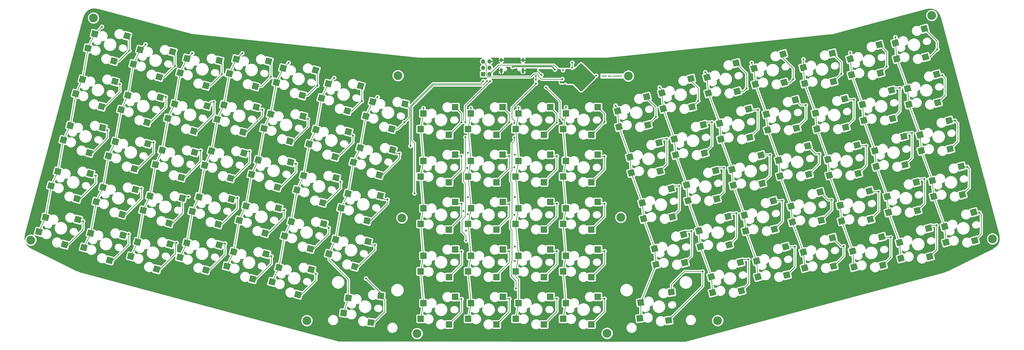
<source format=gbl>
G04 #@! TF.GenerationSoftware,KiCad,Pcbnew,(5.1.10)-1*
G04 #@! TF.CreationDate,2021-10-14T20:39:04+01:00*
G04 #@! TF.ProjectId,superlyra-hs,73757065-726c-4797-9261-2d68732e6b69,0.1*
G04 #@! TF.SameCoordinates,Original*
G04 #@! TF.FileFunction,Copper,L2,Bot*
G04 #@! TF.FilePolarity,Positive*
%FSLAX46Y46*%
G04 Gerber Fmt 4.6, Leading zero omitted, Abs format (unit mm)*
G04 Created by KiCad (PCBNEW (5.1.10)-1) date 2021-10-14 20:39:04*
%MOMM*%
%LPD*%
G01*
G04 APERTURE LIST*
G04 #@! TA.AperFunction,NonConductor*
%ADD10C,0.127000*%
G04 #@! TD*
G04 #@! TA.AperFunction,SMDPad,CuDef*
%ADD11C,0.100000*%
G04 #@! TD*
G04 #@! TA.AperFunction,SMDPad,CuDef*
%ADD12R,2.550000X2.500000*%
G04 #@! TD*
G04 #@! TA.AperFunction,ComponentPad*
%ADD13R,1.700000X1.700000*%
G04 #@! TD*
G04 #@! TA.AperFunction,ComponentPad*
%ADD14O,1.700000X1.700000*%
G04 #@! TD*
G04 #@! TA.AperFunction,ComponentPad*
%ADD15O,1.000000X1.600000*%
G04 #@! TD*
G04 #@! TA.AperFunction,ComponentPad*
%ADD16O,1.000000X2.100000*%
G04 #@! TD*
G04 #@! TA.AperFunction,ComponentPad*
%ADD17C,3.500000*%
G04 #@! TD*
G04 #@! TA.AperFunction,ViaPad*
%ADD18C,0.800000*%
G04 #@! TD*
G04 #@! TA.AperFunction,Conductor*
%ADD19C,0.250000*%
G04 #@! TD*
G04 #@! TA.AperFunction,Conductor*
%ADD20C,0.500000*%
G04 #@! TD*
G04 #@! TA.AperFunction,Conductor*
%ADD21C,0.254000*%
G04 #@! TD*
G04 #@! TA.AperFunction,Conductor*
%ADD22C,0.100000*%
G04 #@! TD*
G04 APERTURE END LIST*
D10*
X253514285Y-84007142D02*
X253314285Y-84007142D01*
X253228571Y-84321428D02*
X253514285Y-84321428D01*
X253514285Y-83721428D01*
X253228571Y-83721428D01*
X252971428Y-83921428D02*
X252971428Y-84321428D01*
X252971428Y-83978571D02*
X252942857Y-83950000D01*
X252885714Y-83921428D01*
X252800000Y-83921428D01*
X252742857Y-83950000D01*
X252714285Y-84007142D01*
X252714285Y-84321428D01*
X252485714Y-83921428D02*
X252342857Y-84321428D01*
X252200000Y-83921428D01*
X251971428Y-84321428D02*
X251971428Y-83921428D01*
X251971428Y-83721428D02*
X252000000Y-83750000D01*
X251971428Y-83778571D01*
X251942857Y-83750000D01*
X251971428Y-83721428D01*
X251971428Y-83778571D01*
X251600000Y-84321428D02*
X251657142Y-84292857D01*
X251685714Y-84264285D01*
X251714285Y-84207142D01*
X251714285Y-84035714D01*
X251685714Y-83978571D01*
X251657142Y-83950000D01*
X251600000Y-83921428D01*
X251514285Y-83921428D01*
X251457142Y-83950000D01*
X251428571Y-83978571D01*
X251400000Y-84035714D01*
X251400000Y-84207142D01*
X251428571Y-84264285D01*
X251457142Y-84292857D01*
X251514285Y-84321428D01*
X251600000Y-84321428D01*
X250885714Y-83921428D02*
X250885714Y-84321428D01*
X251142857Y-83921428D02*
X251142857Y-84235714D01*
X251114285Y-84292857D01*
X251057142Y-84321428D01*
X250971428Y-84321428D01*
X250914285Y-84292857D01*
X250885714Y-84264285D01*
X250628571Y-84292857D02*
X250571428Y-84321428D01*
X250457142Y-84321428D01*
X250400000Y-84292857D01*
X250371428Y-84235714D01*
X250371428Y-84207142D01*
X250400000Y-84150000D01*
X250457142Y-84121428D01*
X250542857Y-84121428D01*
X250600000Y-84092857D01*
X250628571Y-84035714D01*
X250628571Y-84007142D01*
X250600000Y-83950000D01*
X250542857Y-83921428D01*
X250457142Y-83921428D01*
X250400000Y-83950000D01*
X249714285Y-83921428D02*
X249600000Y-84321428D01*
X249485714Y-84035714D01*
X249371428Y-84321428D01*
X249257142Y-83921428D01*
X248771428Y-84321428D02*
X248771428Y-84007142D01*
X248800000Y-83950000D01*
X248857142Y-83921428D01*
X248971428Y-83921428D01*
X249028571Y-83950000D01*
X248771428Y-84292857D02*
X248828571Y-84321428D01*
X248971428Y-84321428D01*
X249028571Y-84292857D01*
X249057142Y-84235714D01*
X249057142Y-84178571D01*
X249028571Y-84121428D01*
X248971428Y-84092857D01*
X248828571Y-84092857D01*
X248771428Y-84064285D01*
X248514285Y-84292857D02*
X248457142Y-84321428D01*
X248342857Y-84321428D01*
X248285714Y-84292857D01*
X248257142Y-84235714D01*
X248257142Y-84207142D01*
X248285714Y-84150000D01*
X248342857Y-84121428D01*
X248428571Y-84121428D01*
X248485714Y-84092857D01*
X248514285Y-84035714D01*
X248514285Y-84007142D01*
X248485714Y-83950000D01*
X248428571Y-83921428D01*
X248342857Y-83921428D01*
X248285714Y-83950000D01*
X247542857Y-84321428D02*
X247542857Y-83721428D01*
X247285714Y-84321428D02*
X247285714Y-84007142D01*
X247314285Y-83950000D01*
X247371428Y-83921428D01*
X247457142Y-83921428D01*
X247514285Y-83950000D01*
X247542857Y-83978571D01*
X246771428Y-84292857D02*
X246828571Y-84321428D01*
X246942857Y-84321428D01*
X247000000Y-84292857D01*
X247028571Y-84235714D01*
X247028571Y-84007142D01*
X247000000Y-83950000D01*
X246942857Y-83921428D01*
X246828571Y-83921428D01*
X246771428Y-83950000D01*
X246742857Y-84007142D01*
X246742857Y-84064285D01*
X247028571Y-84121428D01*
X246485714Y-84321428D02*
X246485714Y-83921428D01*
X246485714Y-84035714D02*
X246457142Y-83978571D01*
X246428571Y-83950000D01*
X246371428Y-83921428D01*
X246314285Y-83921428D01*
X245885714Y-84292857D02*
X245942857Y-84321428D01*
X246057142Y-84321428D01*
X246114285Y-84292857D01*
X246142857Y-84235714D01*
X246142857Y-84007142D01*
X246114285Y-83950000D01*
X246057142Y-83921428D01*
X245942857Y-83921428D01*
X245885714Y-83950000D01*
X245857142Y-84007142D01*
X245857142Y-84064285D01*
X246142857Y-84121428D01*
G04 #@! TA.AperFunction,SMDPad,CuDef*
D11*
G36*
X356392602Y-118848768D02*
G01*
X357039649Y-121263583D01*
X354576538Y-121923572D01*
X353929491Y-119508757D01*
X356392602Y-118848768D01*
G37*
G04 #@! TD.AperFunction*
G04 #@! TA.AperFunction,SMDPad,CuDef*
G36*
X367902122Y-118131443D02*
G01*
X368549169Y-120546258D01*
X366086058Y-121206247D01*
X365439011Y-118791432D01*
X367902122Y-118131443D01*
G37*
G04 #@! TD.AperFunction*
G04 #@! TA.AperFunction,SMDPad,CuDef*
G36*
X355861183Y-112507227D02*
G01*
X356508230Y-114922042D01*
X354045119Y-115582031D01*
X353398072Y-113167216D01*
X355861183Y-112507227D01*
G37*
G04 #@! TD.AperFunction*
G04 #@! TA.AperFunction,SMDPad,CuDef*
G36*
X367471041Y-106766773D02*
G01*
X368118088Y-109181588D01*
X365654977Y-109841577D01*
X365007930Y-107426762D01*
X367471041Y-106766773D01*
G37*
G04 #@! TD.AperFunction*
G04 #@! TA.AperFunction,SMDPad,CuDef*
G36*
X144003423Y-178028616D02*
G01*
X143677107Y-180507228D01*
X141148923Y-180174386D01*
X141475239Y-177695774D01*
X144003423Y-178028616D01*
G37*
G04 #@! TD.AperFunction*
G04 #@! TA.AperFunction,SMDPad,CuDef*
G36*
X154911341Y-181770397D02*
G01*
X154585025Y-184249009D01*
X152056841Y-183916167D01*
X152383157Y-181437555D01*
X154911341Y-181770397D01*
G37*
G04 #@! TD.AperFunction*
G04 #@! TA.AperFunction,SMDPad,CuDef*
G36*
X158862144Y-171105843D02*
G01*
X158535828Y-173584455D01*
X156007644Y-173251613D01*
X156333960Y-170773001D01*
X158862144Y-171105843D01*
G37*
G04 #@! TD.AperFunction*
G04 #@! TA.AperFunction,SMDPad,CuDef*
G36*
X145939258Y-171966430D02*
G01*
X145612942Y-174445042D01*
X143084758Y-174112200D01*
X143411074Y-171633588D01*
X145939258Y-171966430D01*
G37*
G04 #@! TD.AperFunction*
G04 #@! TA.AperFunction,SMDPad,CuDef*
G36*
X262109125Y-179822046D02*
G01*
X262435441Y-182300658D01*
X259907257Y-182633500D01*
X259580941Y-180154888D01*
X262109125Y-179822046D01*
G37*
G04 #@! TD.AperFunction*
G04 #@! TA.AperFunction,SMDPad,CuDef*
G36*
X273613809Y-180613151D02*
G01*
X273940125Y-183091763D01*
X271411941Y-183424605D01*
X271085625Y-180945993D01*
X273613809Y-180613151D01*
G37*
G04 #@! TD.AperFunction*
G04 #@! TA.AperFunction,SMDPad,CuDef*
G36*
X274669802Y-169289440D02*
G01*
X274996118Y-171768052D01*
X272467934Y-172100894D01*
X272141618Y-169622282D01*
X274669802Y-169289440D01*
G37*
G04 #@! TD.AperFunction*
G04 #@! TA.AperFunction,SMDPad,CuDef*
G36*
X262409989Y-173465393D02*
G01*
X262736305Y-175944005D01*
X260208121Y-176276847D01*
X259881805Y-173798235D01*
X262409989Y-173465393D01*
G37*
G04 #@! TD.AperFunction*
G04 #@! TA.AperFunction,SMDPad,CuDef*
G36*
X40278356Y-151960792D02*
G01*
X39631309Y-154375607D01*
X37168198Y-153715618D01*
X37815245Y-151300803D01*
X40278356Y-151960792D01*
G37*
G04 #@! TD.AperFunction*
G04 #@! TA.AperFunction,SMDPad,CuDef*
G36*
X50604556Y-157094330D02*
G01*
X49957509Y-159509145D01*
X47494398Y-158849156D01*
X48141445Y-156434341D01*
X50604556Y-157094330D01*
G37*
G04 #@! TD.AperFunction*
G04 #@! TA.AperFunction,SMDPad,CuDef*
G36*
X42988904Y-146203146D02*
G01*
X42341857Y-148617961D01*
X39878746Y-147957972D01*
X40525793Y-145543157D01*
X42988904Y-146203146D01*
G37*
G04 #@! TD.AperFunction*
G04 #@! TA.AperFunction,SMDPad,CuDef*
G36*
X55913563Y-147036696D02*
G01*
X55266516Y-149451511D01*
X52803405Y-148791522D01*
X53450452Y-146376707D01*
X55913563Y-147036696D01*
G37*
G04 #@! TD.AperFunction*
G04 #@! TA.AperFunction,SMDPad,CuDef*
G36*
X327793007Y-85507923D02*
G01*
X328440054Y-87922738D01*
X325976943Y-88582727D01*
X325329896Y-86167912D01*
X327793007Y-85507923D01*
G37*
G04 #@! TD.AperFunction*
G04 #@! TA.AperFunction,SMDPad,CuDef*
G36*
X339302527Y-84790598D02*
G01*
X339949574Y-87205413D01*
X337486463Y-87865402D01*
X336839416Y-85450587D01*
X339302527Y-84790598D01*
G37*
G04 #@! TD.AperFunction*
G04 #@! TA.AperFunction,SMDPad,CuDef*
G36*
X327261588Y-79166382D02*
G01*
X327908635Y-81581197D01*
X325445524Y-82241186D01*
X324798477Y-79826371D01*
X327261588Y-79166382D01*
G37*
G04 #@! TD.AperFunction*
G04 #@! TA.AperFunction,SMDPad,CuDef*
G36*
X338871446Y-73425928D02*
G01*
X339518493Y-75840743D01*
X337055382Y-76500732D01*
X336408335Y-74085917D01*
X338871446Y-73425928D01*
G37*
G04 #@! TD.AperFunction*
G04 #@! TA.AperFunction,SMDPad,CuDef*
G36*
X41919833Y-72069874D02*
G01*
X41272786Y-74484689D01*
X38809675Y-73824700D01*
X39456722Y-71409885D01*
X41919833Y-72069874D01*
G37*
G04 #@! TD.AperFunction*
G04 #@! TA.AperFunction,SMDPad,CuDef*
G36*
X52246033Y-77203412D02*
G01*
X51598986Y-79618227D01*
X49135875Y-78958238D01*
X49782922Y-76543423D01*
X52246033Y-77203412D01*
G37*
G04 #@! TD.AperFunction*
G04 #@! TA.AperFunction,SMDPad,CuDef*
G36*
X44630381Y-66312228D02*
G01*
X43983334Y-68727043D01*
X41520223Y-68067054D01*
X42167270Y-65652239D01*
X44630381Y-66312228D01*
G37*
G04 #@! TD.AperFunction*
G04 #@! TA.AperFunction,SMDPad,CuDef*
G36*
X57555040Y-67145778D02*
G01*
X56907993Y-69560593D01*
X54444882Y-68900604D01*
X55091929Y-66485789D01*
X57555040Y-67145778D01*
G37*
G04 #@! TD.AperFunction*
G04 #@! TA.AperFunction,SMDPad,CuDef*
G36*
X60077832Y-78425445D02*
G01*
X59430785Y-80840260D01*
X56967674Y-80180271D01*
X57614721Y-77765456D01*
X60077832Y-78425445D01*
G37*
G04 #@! TD.AperFunction*
G04 #@! TA.AperFunction,SMDPad,CuDef*
G36*
X70404032Y-83558983D02*
G01*
X69756985Y-85973798D01*
X67293874Y-85313809D01*
X67940921Y-82898994D01*
X70404032Y-83558983D01*
G37*
G04 #@! TD.AperFunction*
G04 #@! TA.AperFunction,SMDPad,CuDef*
G36*
X62788380Y-72667799D02*
G01*
X62141333Y-75082614D01*
X59678222Y-74422625D01*
X60325269Y-72007810D01*
X62788380Y-72667799D01*
G37*
G04 #@! TD.AperFunction*
G04 #@! TA.AperFunction,SMDPad,CuDef*
G36*
X75713039Y-73501349D02*
G01*
X75065992Y-75916164D01*
X72602881Y-75256175D01*
X73249928Y-72841360D01*
X75713039Y-73501349D01*
G37*
G04 #@! TD.AperFunction*
G04 #@! TA.AperFunction,SMDPad,CuDef*
G36*
X78774356Y-81934703D02*
G01*
X78127309Y-84349518D01*
X75664198Y-83689529D01*
X76311245Y-81274714D01*
X78774356Y-81934703D01*
G37*
G04 #@! TD.AperFunction*
G04 #@! TA.AperFunction,SMDPad,CuDef*
G36*
X89100556Y-87068241D02*
G01*
X88453509Y-89483056D01*
X85990398Y-88823067D01*
X86637445Y-86408252D01*
X89100556Y-87068241D01*
G37*
G04 #@! TD.AperFunction*
G04 #@! TA.AperFunction,SMDPad,CuDef*
G36*
X81484904Y-76177057D02*
G01*
X80837857Y-78591872D01*
X78374746Y-77931883D01*
X79021793Y-75517068D01*
X81484904Y-76177057D01*
G37*
G04 #@! TD.AperFunction*
G04 #@! TA.AperFunction,SMDPad,CuDef*
G36*
X94409563Y-77010607D02*
G01*
X93762516Y-79425422D01*
X91299405Y-78765433D01*
X91946452Y-76350618D01*
X94409563Y-77010607D01*
G37*
G04 #@! TD.AperFunction*
G04 #@! TA.AperFunction,SMDPad,CuDef*
G36*
X98485519Y-82203912D02*
G01*
X97838472Y-84618727D01*
X95375361Y-83958738D01*
X96022408Y-81543923D01*
X98485519Y-82203912D01*
G37*
G04 #@! TD.AperFunction*
G04 #@! TA.AperFunction,SMDPad,CuDef*
G36*
X108811719Y-87337450D02*
G01*
X108164672Y-89752265D01*
X105701561Y-89092276D01*
X106348608Y-86677461D01*
X108811719Y-87337450D01*
G37*
G04 #@! TD.AperFunction*
G04 #@! TA.AperFunction,SMDPad,CuDef*
G36*
X101196067Y-76446266D02*
G01*
X100549020Y-78861081D01*
X98085909Y-78201092D01*
X98732956Y-75786277D01*
X101196067Y-76446266D01*
G37*
G04 #@! TD.AperFunction*
G04 #@! TA.AperFunction,SMDPad,CuDef*
G36*
X114120726Y-77279816D02*
G01*
X113473679Y-79694631D01*
X111010568Y-79034642D01*
X111657615Y-76619827D01*
X114120726Y-77279816D01*
G37*
G04 #@! TD.AperFunction*
G04 #@! TA.AperFunction,SMDPad,CuDef*
G36*
X117258063Y-85809611D02*
G01*
X116611016Y-88224426D01*
X114147905Y-87564437D01*
X114794952Y-85149622D01*
X117258063Y-85809611D01*
G37*
G04 #@! TD.AperFunction*
G04 #@! TA.AperFunction,SMDPad,CuDef*
G36*
X127584263Y-90943149D02*
G01*
X126937216Y-93357964D01*
X124474105Y-92697975D01*
X125121152Y-90283160D01*
X127584263Y-90943149D01*
G37*
G04 #@! TD.AperFunction*
G04 #@! TA.AperFunction,SMDPad,CuDef*
G36*
X119968611Y-80051965D02*
G01*
X119321564Y-82466780D01*
X116858453Y-81806791D01*
X117505500Y-79391976D01*
X119968611Y-80051965D01*
G37*
G04 #@! TD.AperFunction*
G04 #@! TA.AperFunction,SMDPad,CuDef*
G36*
X132893270Y-80885515D02*
G01*
X132246223Y-83300330D01*
X129783112Y-82640341D01*
X130430159Y-80225526D01*
X132893270Y-80885515D01*
G37*
G04 #@! TD.AperFunction*
G04 #@! TA.AperFunction,SMDPad,CuDef*
G36*
X135282605Y-92063030D02*
G01*
X134635558Y-94477845D01*
X132172447Y-93817856D01*
X132819494Y-91403041D01*
X135282605Y-92063030D01*
G37*
G04 #@! TD.AperFunction*
G04 #@! TA.AperFunction,SMDPad,CuDef*
G36*
X145608805Y-97196568D02*
G01*
X144961758Y-99611383D01*
X142498647Y-98951394D01*
X143145694Y-96536579D01*
X145608805Y-97196568D01*
G37*
G04 #@! TD.AperFunction*
G04 #@! TA.AperFunction,SMDPad,CuDef*
G36*
X137993153Y-86305384D02*
G01*
X137346106Y-88720199D01*
X134882995Y-88060210D01*
X135530042Y-85645395D01*
X137993153Y-86305384D01*
G37*
G04 #@! TD.AperFunction*
G04 #@! TA.AperFunction,SMDPad,CuDef*
G36*
X150917812Y-87138934D02*
G01*
X150270765Y-89553749D01*
X147807654Y-88893760D01*
X148454701Y-86478945D01*
X150917812Y-87138934D01*
G37*
G04 #@! TD.AperFunction*
G04 #@! TA.AperFunction,SMDPad,CuDef*
G36*
X153022910Y-99311849D02*
G01*
X152375863Y-101726664D01*
X149912752Y-101066675D01*
X150559799Y-98651860D01*
X153022910Y-99311849D01*
G37*
G04 #@! TD.AperFunction*
G04 #@! TA.AperFunction,SMDPad,CuDef*
G36*
X163349110Y-104445387D02*
G01*
X162702063Y-106860202D01*
X160238952Y-106200213D01*
X160885999Y-103785398D01*
X163349110Y-104445387D01*
G37*
G04 #@! TD.AperFunction*
G04 #@! TA.AperFunction,SMDPad,CuDef*
G36*
X155733458Y-93554203D02*
G01*
X155086411Y-95969018D01*
X152623300Y-95309029D01*
X153270347Y-92894214D01*
X155733458Y-93554203D01*
G37*
G04 #@! TD.AperFunction*
G04 #@! TA.AperFunction,SMDPad,CuDef*
G36*
X168658117Y-94387753D02*
G01*
X168011070Y-96802568D01*
X165547959Y-96142579D01*
X166195006Y-93727764D01*
X168658117Y-94387753D01*
G37*
G04 #@! TD.AperFunction*
D12*
X173352027Y-105351860D03*
X184655027Y-107637860D03*
X174480027Y-99088860D03*
X187180027Y-96548860D03*
X192335938Y-105352622D03*
X203638938Y-107638622D03*
X193463938Y-99089622D03*
X206163938Y-96549622D03*
X211340099Y-105352850D03*
X222643099Y-107638850D03*
X212468099Y-99089850D03*
X225168099Y-96549850D03*
X230328946Y-105352702D03*
X241631946Y-107638702D03*
X231456946Y-99089702D03*
X244156946Y-96549702D03*
G04 #@! TA.AperFunction,SMDPad,CuDef*
D11*
G36*
X253553140Y-102902399D02*
G01*
X254200187Y-105317214D01*
X251737076Y-105977203D01*
X251090029Y-103562388D01*
X253553140Y-102902399D01*
G37*
G04 #@! TD.AperFunction*
G04 #@! TA.AperFunction,SMDPad,CuDef*
G36*
X265062660Y-102185074D02*
G01*
X265709707Y-104599889D01*
X263246596Y-105259878D01*
X262599549Y-102845063D01*
X265062660Y-102185074D01*
G37*
G04 #@! TD.AperFunction*
G04 #@! TA.AperFunction,SMDPad,CuDef*
G36*
X253021721Y-96560858D02*
G01*
X253668768Y-98975673D01*
X251205657Y-99635662D01*
X250558610Y-97220847D01*
X253021721Y-96560858D01*
G37*
G04 #@! TD.AperFunction*
G04 #@! TA.AperFunction,SMDPad,CuDef*
G36*
X264631579Y-90820404D02*
G01*
X265278626Y-93235219D01*
X262815515Y-93895208D01*
X262168468Y-91480393D01*
X264631579Y-90820404D01*
G37*
G04 #@! TD.AperFunction*
G04 #@! TA.AperFunction,SMDPad,CuDef*
G36*
X271273232Y-95674797D02*
G01*
X271920279Y-98089612D01*
X269457168Y-98749601D01*
X268810121Y-96334786D01*
X271273232Y-95674797D01*
G37*
G04 #@! TD.AperFunction*
G04 #@! TA.AperFunction,SMDPad,CuDef*
G36*
X282782752Y-94957472D02*
G01*
X283429799Y-97372287D01*
X280966688Y-98032276D01*
X280319641Y-95617461D01*
X282782752Y-94957472D01*
G37*
G04 #@! TD.AperFunction*
G04 #@! TA.AperFunction,SMDPad,CuDef*
G36*
X270741813Y-89333256D02*
G01*
X271388860Y-91748071D01*
X268925749Y-92408060D01*
X268278702Y-89993245D01*
X270741813Y-89333256D01*
G37*
G04 #@! TD.AperFunction*
G04 #@! TA.AperFunction,SMDPad,CuDef*
G36*
X282351671Y-83592802D02*
G01*
X282998718Y-86007617D01*
X280535607Y-86667606D01*
X279888560Y-84252791D01*
X282351671Y-83592802D01*
G37*
G04 #@! TD.AperFunction*
G04 #@! TA.AperFunction,SMDPad,CuDef*
G36*
X289309240Y-89422182D02*
G01*
X289956287Y-91836997D01*
X287493176Y-92496986D01*
X286846129Y-90082171D01*
X289309240Y-89422182D01*
G37*
G04 #@! TD.AperFunction*
G04 #@! TA.AperFunction,SMDPad,CuDef*
G36*
X300818760Y-88704857D02*
G01*
X301465807Y-91119672D01*
X299002696Y-91779661D01*
X298355649Y-89364846D01*
X300818760Y-88704857D01*
G37*
G04 #@! TD.AperFunction*
G04 #@! TA.AperFunction,SMDPad,CuDef*
G36*
X288777821Y-83080641D02*
G01*
X289424868Y-85495456D01*
X286961757Y-86155445D01*
X286314710Y-83740630D01*
X288777821Y-83080641D01*
G37*
G04 #@! TD.AperFunction*
G04 #@! TA.AperFunction,SMDPad,CuDef*
G36*
X300387679Y-77340187D02*
G01*
X301034726Y-79755002D01*
X298571615Y-80414991D01*
X297924568Y-78000176D01*
X300387679Y-77340187D01*
G37*
G04 #@! TD.AperFunction*
G04 #@! TA.AperFunction,SMDPad,CuDef*
G36*
X308094181Y-85839770D02*
G01*
X308741228Y-88254585D01*
X306278117Y-88914574D01*
X305631070Y-86499759D01*
X308094181Y-85839770D01*
G37*
G04 #@! TD.AperFunction*
G04 #@! TA.AperFunction,SMDPad,CuDef*
G36*
X319603701Y-85122445D02*
G01*
X320250748Y-87537260D01*
X317787637Y-88197249D01*
X317140590Y-85782434D01*
X319603701Y-85122445D01*
G37*
G04 #@! TD.AperFunction*
G04 #@! TA.AperFunction,SMDPad,CuDef*
G36*
X307562762Y-79498229D02*
G01*
X308209809Y-81913044D01*
X305746698Y-82573033D01*
X305099651Y-80158218D01*
X307562762Y-79498229D01*
G37*
G04 #@! TD.AperFunction*
G04 #@! TA.AperFunction,SMDPad,CuDef*
G36*
X319172620Y-73757775D02*
G01*
X319819667Y-76172590D01*
X317356556Y-76832579D01*
X316709509Y-74417764D01*
X319172620Y-73757775D01*
G37*
G04 #@! TD.AperFunction*
G04 #@! TA.AperFunction,SMDPad,CuDef*
G36*
X346527983Y-82055774D02*
G01*
X347175030Y-84470589D01*
X344711919Y-85130578D01*
X344064872Y-82715763D01*
X346527983Y-82055774D01*
G37*
G04 #@! TD.AperFunction*
G04 #@! TA.AperFunction,SMDPad,CuDef*
G36*
X358037503Y-81338449D02*
G01*
X358684550Y-83753264D01*
X356221439Y-84413253D01*
X355574392Y-81998438D01*
X358037503Y-81338449D01*
G37*
G04 #@! TD.AperFunction*
G04 #@! TA.AperFunction,SMDPad,CuDef*
G36*
X345996564Y-75714233D02*
G01*
X346643611Y-78129048D01*
X344180500Y-78789037D01*
X343533453Y-76374222D01*
X345996564Y-75714233D01*
G37*
G04 #@! TD.AperFunction*
G04 #@! TA.AperFunction,SMDPad,CuDef*
G36*
X357606422Y-69973779D02*
G01*
X358253469Y-72388594D01*
X355790358Y-73048583D01*
X355143311Y-70633768D01*
X357606422Y-69973779D01*
G37*
G04 #@! TD.AperFunction*
G04 #@! TA.AperFunction,SMDPad,CuDef*
G36*
X364589678Y-75663485D02*
G01*
X365236725Y-78078300D01*
X362773614Y-78738289D01*
X362126567Y-76323474D01*
X364589678Y-75663485D01*
G37*
G04 #@! TD.AperFunction*
G04 #@! TA.AperFunction,SMDPad,CuDef*
G36*
X376099198Y-74946160D02*
G01*
X376746245Y-77360975D01*
X374283134Y-78020964D01*
X373636087Y-75606149D01*
X376099198Y-74946160D01*
G37*
G04 #@! TD.AperFunction*
G04 #@! TA.AperFunction,SMDPad,CuDef*
G36*
X364058259Y-69321944D02*
G01*
X364705306Y-71736759D01*
X362242195Y-72396748D01*
X361595148Y-69981933D01*
X364058259Y-69321944D01*
G37*
G04 #@! TD.AperFunction*
G04 #@! TA.AperFunction,SMDPad,CuDef*
G36*
X375668117Y-63581490D02*
G01*
X376315164Y-65996305D01*
X373852053Y-66656294D01*
X373205006Y-64241479D01*
X375668117Y-63581490D01*
G37*
G04 #@! TD.AperFunction*
G04 #@! TA.AperFunction,SMDPad,CuDef*
G36*
X37051296Y-90298855D02*
G01*
X36404249Y-92713670D01*
X33941138Y-92053681D01*
X34588185Y-89638866D01*
X37051296Y-90298855D01*
G37*
G04 #@! TD.AperFunction*
G04 #@! TA.AperFunction,SMDPad,CuDef*
G36*
X47377496Y-95432393D02*
G01*
X46730449Y-97847208D01*
X44267338Y-97187219D01*
X44914385Y-94772404D01*
X47377496Y-95432393D01*
G37*
G04 #@! TD.AperFunction*
G04 #@! TA.AperFunction,SMDPad,CuDef*
G36*
X39761844Y-84541209D02*
G01*
X39114797Y-86956024D01*
X36651686Y-86296035D01*
X37298733Y-83881220D01*
X39761844Y-84541209D01*
G37*
G04 #@! TD.AperFunction*
G04 #@! TA.AperFunction,SMDPad,CuDef*
G36*
X52686503Y-85374759D02*
G01*
X52039456Y-87789574D01*
X49576345Y-87129585D01*
X50223392Y-84714770D01*
X52686503Y-85374759D01*
G37*
G04 #@! TD.AperFunction*
G04 #@! TA.AperFunction,SMDPad,CuDef*
G36*
X55181065Y-96691581D02*
G01*
X54534018Y-99106396D01*
X52070907Y-98446407D01*
X52717954Y-96031592D01*
X55181065Y-96691581D01*
G37*
G04 #@! TD.AperFunction*
G04 #@! TA.AperFunction,SMDPad,CuDef*
G36*
X65507265Y-101825119D02*
G01*
X64860218Y-104239934D01*
X62397107Y-103579945D01*
X63044154Y-101165130D01*
X65507265Y-101825119D01*
G37*
G04 #@! TD.AperFunction*
G04 #@! TA.AperFunction,SMDPad,CuDef*
G36*
X57891613Y-90933935D02*
G01*
X57244566Y-93348750D01*
X54781455Y-92688761D01*
X55428502Y-90273946D01*
X57891613Y-90933935D01*
G37*
G04 #@! TD.AperFunction*
G04 #@! TA.AperFunction,SMDPad,CuDef*
G36*
X70816272Y-91767485D02*
G01*
X70169225Y-94182300D01*
X67706114Y-93522311D01*
X68353161Y-91107496D01*
X70816272Y-91767485D01*
G37*
G04 #@! TD.AperFunction*
G04 #@! TA.AperFunction,SMDPad,CuDef*
G36*
X73881974Y-100161586D02*
G01*
X73234927Y-102576401D01*
X70771816Y-101916412D01*
X71418863Y-99501597D01*
X73881974Y-100161586D01*
G37*
G04 #@! TD.AperFunction*
G04 #@! TA.AperFunction,SMDPad,CuDef*
G36*
X84208174Y-105295124D02*
G01*
X83561127Y-107709939D01*
X81098016Y-107049950D01*
X81745063Y-104635135D01*
X84208174Y-105295124D01*
G37*
G04 #@! TD.AperFunction*
G04 #@! TA.AperFunction,SMDPad,CuDef*
G36*
X76592522Y-94403940D02*
G01*
X75945475Y-96818755D01*
X73482364Y-96158766D01*
X74129411Y-93743951D01*
X76592522Y-94403940D01*
G37*
G04 #@! TD.AperFunction*
G04 #@! TA.AperFunction,SMDPad,CuDef*
G36*
X89517181Y-95237490D02*
G01*
X88870134Y-97652305D01*
X86407023Y-96992316D01*
X87054070Y-94577501D01*
X89517181Y-95237490D01*
G37*
G04 #@! TD.AperFunction*
G04 #@! TA.AperFunction,SMDPad,CuDef*
G36*
X93572187Y-100572961D02*
G01*
X92925140Y-102987776D01*
X90462029Y-102327787D01*
X91109076Y-99912972D01*
X93572187Y-100572961D01*
G37*
G04 #@! TD.AperFunction*
G04 #@! TA.AperFunction,SMDPad,CuDef*
G36*
X103898387Y-105706499D02*
G01*
X103251340Y-108121314D01*
X100788229Y-107461325D01*
X101435276Y-105046510D01*
X103898387Y-105706499D01*
G37*
G04 #@! TD.AperFunction*
G04 #@! TA.AperFunction,SMDPad,CuDef*
G36*
X96282735Y-94815315D02*
G01*
X95635688Y-97230130D01*
X93172577Y-96570141D01*
X93819624Y-94155326D01*
X96282735Y-94815315D01*
G37*
G04 #@! TD.AperFunction*
G04 #@! TA.AperFunction,SMDPad,CuDef*
G36*
X109207394Y-95648865D02*
G01*
X108560347Y-98063680D01*
X106097236Y-97403691D01*
X106744283Y-94988876D01*
X109207394Y-95648865D01*
G37*
G04 #@! TD.AperFunction*
G04 #@! TA.AperFunction,SMDPad,CuDef*
G36*
X112276356Y-104226822D02*
G01*
X111629309Y-106641637D01*
X109166198Y-105981648D01*
X109813245Y-103566833D01*
X112276356Y-104226822D01*
G37*
G04 #@! TD.AperFunction*
G04 #@! TA.AperFunction,SMDPad,CuDef*
G36*
X122602556Y-109360360D02*
G01*
X121955509Y-111775175D01*
X119492398Y-111115186D01*
X120139445Y-108700371D01*
X122602556Y-109360360D01*
G37*
G04 #@! TD.AperFunction*
G04 #@! TA.AperFunction,SMDPad,CuDef*
G36*
X114986904Y-98469176D02*
G01*
X114339857Y-100883991D01*
X111876746Y-100224002D01*
X112523793Y-97809187D01*
X114986904Y-98469176D01*
G37*
G04 #@! TD.AperFunction*
G04 #@! TA.AperFunction,SMDPad,CuDef*
G36*
X127911563Y-99302726D02*
G01*
X127264516Y-101717541D01*
X124801405Y-101057552D01*
X125448452Y-98642737D01*
X127911563Y-99302726D01*
G37*
G04 #@! TD.AperFunction*
G04 #@! TA.AperFunction,SMDPad,CuDef*
G36*
X130352507Y-110459317D02*
G01*
X129705460Y-112874132D01*
X127242349Y-112214143D01*
X127889396Y-109799328D01*
X130352507Y-110459317D01*
G37*
G04 #@! TD.AperFunction*
G04 #@! TA.AperFunction,SMDPad,CuDef*
G36*
X140678707Y-115592855D02*
G01*
X140031660Y-118007670D01*
X137568549Y-117347681D01*
X138215596Y-114932866D01*
X140678707Y-115592855D01*
G37*
G04 #@! TD.AperFunction*
G04 #@! TA.AperFunction,SMDPad,CuDef*
G36*
X133063055Y-104701671D02*
G01*
X132416008Y-107116486D01*
X129952897Y-106456497D01*
X130599944Y-104041682D01*
X133063055Y-104701671D01*
G37*
G04 #@! TD.AperFunction*
G04 #@! TA.AperFunction,SMDPad,CuDef*
G36*
X145987714Y-105535221D02*
G01*
X145340667Y-107950036D01*
X142877556Y-107290047D01*
X143524603Y-104875232D01*
X145987714Y-105535221D01*
G37*
G04 #@! TD.AperFunction*
G04 #@! TA.AperFunction,SMDPad,CuDef*
G36*
X148045757Y-117757191D02*
G01*
X147398710Y-120172006D01*
X144935599Y-119512017D01*
X145582646Y-117097202D01*
X148045757Y-117757191D01*
G37*
G04 #@! TD.AperFunction*
G04 #@! TA.AperFunction,SMDPad,CuDef*
G36*
X158371957Y-122890729D02*
G01*
X157724910Y-125305544D01*
X155261799Y-124645555D01*
X155908846Y-122230740D01*
X158371957Y-122890729D01*
G37*
G04 #@! TD.AperFunction*
G04 #@! TA.AperFunction,SMDPad,CuDef*
G36*
X150756305Y-111999545D02*
G01*
X150109258Y-114414360D01*
X147646147Y-113754371D01*
X148293194Y-111339556D01*
X150756305Y-111999545D01*
G37*
G04 #@! TD.AperFunction*
G04 #@! TA.AperFunction,SMDPad,CuDef*
G36*
X163680964Y-112833095D02*
G01*
X163033917Y-115247910D01*
X160570806Y-114587921D01*
X161217853Y-112173106D01*
X163680964Y-112833095D01*
G37*
G04 #@! TD.AperFunction*
D12*
X173354461Y-124370059D03*
X184657461Y-126656059D03*
X174482461Y-118107059D03*
X187182461Y-115567059D03*
X192341234Y-124371156D03*
X203644234Y-126657156D03*
X193469234Y-118108156D03*
X206169234Y-115568156D03*
X211331244Y-124371139D03*
X222634244Y-126657139D03*
X212459244Y-118108139D03*
X225159244Y-115568139D03*
X230312303Y-124371345D03*
X241615303Y-126657345D03*
X231440303Y-118108345D03*
X244140303Y-115568345D03*
G04 #@! TA.AperFunction,SMDPad,CuDef*
D11*
G36*
X258462513Y-121373317D02*
G01*
X259109560Y-123788132D01*
X256646449Y-124448121D01*
X255999402Y-122033306D01*
X258462513Y-121373317D01*
G37*
G04 #@! TD.AperFunction*
G04 #@! TA.AperFunction,SMDPad,CuDef*
G36*
X269972033Y-120655992D02*
G01*
X270619080Y-123070807D01*
X268155969Y-123730796D01*
X267508922Y-121315981D01*
X269972033Y-120655992D01*
G37*
G04 #@! TD.AperFunction*
G04 #@! TA.AperFunction,SMDPad,CuDef*
G36*
X257931094Y-115031776D02*
G01*
X258578141Y-117446591D01*
X256115030Y-118106580D01*
X255467983Y-115691765D01*
X257931094Y-115031776D01*
G37*
G04 #@! TD.AperFunction*
G04 #@! TA.AperFunction,SMDPad,CuDef*
G36*
X269540952Y-109291322D02*
G01*
X270187999Y-111706137D01*
X267724888Y-112366126D01*
X267077841Y-109951311D01*
X269540952Y-109291322D01*
G37*
G04 #@! TD.AperFunction*
G04 #@! TA.AperFunction,SMDPad,CuDef*
G36*
X276214626Y-114158020D02*
G01*
X276861673Y-116572835D01*
X274398562Y-117232824D01*
X273751515Y-114818009D01*
X276214626Y-114158020D01*
G37*
G04 #@! TD.AperFunction*
G04 #@! TA.AperFunction,SMDPad,CuDef*
G36*
X287724146Y-113440695D02*
G01*
X288371193Y-115855510D01*
X285908082Y-116515499D01*
X285261035Y-114100684D01*
X287724146Y-113440695D01*
G37*
G04 #@! TD.AperFunction*
G04 #@! TA.AperFunction,SMDPad,CuDef*
G36*
X275683207Y-107816479D02*
G01*
X276330254Y-110231294D01*
X273867143Y-110891283D01*
X273220096Y-108476468D01*
X275683207Y-107816479D01*
G37*
G04 #@! TD.AperFunction*
G04 #@! TA.AperFunction,SMDPad,CuDef*
G36*
X287293065Y-102076025D02*
G01*
X287940112Y-104490840D01*
X285477001Y-105150829D01*
X284829954Y-102736014D01*
X287293065Y-102076025D01*
G37*
G04 #@! TD.AperFunction*
G04 #@! TA.AperFunction,SMDPad,CuDef*
G36*
X294322132Y-107859996D02*
G01*
X294969179Y-110274811D01*
X292506068Y-110934800D01*
X291859021Y-108519985D01*
X294322132Y-107859996D01*
G37*
G04 #@! TD.AperFunction*
G04 #@! TA.AperFunction,SMDPad,CuDef*
G36*
X305831652Y-107142671D02*
G01*
X306478699Y-109557486D01*
X304015588Y-110217475D01*
X303368541Y-107802660D01*
X305831652Y-107142671D01*
G37*
G04 #@! TD.AperFunction*
G04 #@! TA.AperFunction,SMDPad,CuDef*
G36*
X293790713Y-101518455D02*
G01*
X294437760Y-103933270D01*
X291974649Y-104593259D01*
X291327602Y-102178444D01*
X293790713Y-101518455D01*
G37*
G04 #@! TD.AperFunction*
G04 #@! TA.AperFunction,SMDPad,CuDef*
G36*
X305400571Y-95778001D02*
G01*
X306047618Y-98192816D01*
X303584507Y-98852805D01*
X302937460Y-96437990D01*
X305400571Y-95778001D01*
G37*
G04 #@! TD.AperFunction*
G04 #@! TA.AperFunction,SMDPad,CuDef*
G36*
X313014940Y-104184562D02*
G01*
X313661987Y-106599377D01*
X311198876Y-107259366D01*
X310551829Y-104844551D01*
X313014940Y-104184562D01*
G37*
G04 #@! TD.AperFunction*
G04 #@! TA.AperFunction,SMDPad,CuDef*
G36*
X324524460Y-103467237D02*
G01*
X325171507Y-105882052D01*
X322708396Y-106542041D01*
X322061349Y-104127226D01*
X324524460Y-103467237D01*
G37*
G04 #@! TD.AperFunction*
G04 #@! TA.AperFunction,SMDPad,CuDef*
G36*
X312483521Y-97843021D02*
G01*
X313130568Y-100257836D01*
X310667457Y-100917825D01*
X310020410Y-98503010D01*
X312483521Y-97843021D01*
G37*
G04 #@! TD.AperFunction*
G04 #@! TA.AperFunction,SMDPad,CuDef*
G36*
X324093379Y-92102567D02*
G01*
X324740426Y-94517382D01*
X322277315Y-95177371D01*
X321630268Y-92762556D01*
X324093379Y-92102567D01*
G37*
G04 #@! TD.AperFunction*
G04 #@! TA.AperFunction,SMDPad,CuDef*
G36*
X332687644Y-103789355D02*
G01*
X333334691Y-106204170D01*
X330871580Y-106864159D01*
X330224533Y-104449344D01*
X332687644Y-103789355D01*
G37*
G04 #@! TD.AperFunction*
G04 #@! TA.AperFunction,SMDPad,CuDef*
G36*
X344197164Y-103072030D02*
G01*
X344844211Y-105486845D01*
X342381100Y-106146834D01*
X341734053Y-103732019D01*
X344197164Y-103072030D01*
G37*
G04 #@! TD.AperFunction*
G04 #@! TA.AperFunction,SMDPad,CuDef*
G36*
X332156225Y-97447814D02*
G01*
X332803272Y-99862629D01*
X330340161Y-100522618D01*
X329693114Y-98107803D01*
X332156225Y-97447814D01*
G37*
G04 #@! TD.AperFunction*
G04 #@! TA.AperFunction,SMDPad,CuDef*
G36*
X343766083Y-91707360D02*
G01*
X344413130Y-94122175D01*
X341950019Y-94782164D01*
X341302972Y-92367349D01*
X343766083Y-91707360D01*
G37*
G04 #@! TD.AperFunction*
G04 #@! TA.AperFunction,SMDPad,CuDef*
G36*
X351436024Y-100325031D02*
G01*
X352083071Y-102739846D01*
X349619960Y-103399835D01*
X348972913Y-100985020D01*
X351436024Y-100325031D01*
G37*
G04 #@! TD.AperFunction*
G04 #@! TA.AperFunction,SMDPad,CuDef*
G36*
X362945544Y-99607706D02*
G01*
X363592591Y-102022521D01*
X361129480Y-102682510D01*
X360482433Y-100267695D01*
X362945544Y-99607706D01*
G37*
G04 #@! TD.AperFunction*
G04 #@! TA.AperFunction,SMDPad,CuDef*
G36*
X350904605Y-93983490D02*
G01*
X351551652Y-96398305D01*
X349088541Y-97058294D01*
X348441494Y-94643479D01*
X350904605Y-93983490D01*
G37*
G04 #@! TD.AperFunction*
G04 #@! TA.AperFunction,SMDPad,CuDef*
G36*
X362514463Y-88243036D02*
G01*
X363161510Y-90657851D01*
X360698399Y-91317840D01*
X360051352Y-88903025D01*
X362514463Y-88243036D01*
G37*
G04 #@! TD.AperFunction*
G04 #@! TA.AperFunction,SMDPad,CuDef*
G36*
X369467840Y-93934356D02*
G01*
X370114887Y-96349171D01*
X367651776Y-97009160D01*
X367004729Y-94594345D01*
X369467840Y-93934356D01*
G37*
G04 #@! TD.AperFunction*
G04 #@! TA.AperFunction,SMDPad,CuDef*
G36*
X380977360Y-93217031D02*
G01*
X381624407Y-95631846D01*
X379161296Y-96291835D01*
X378514249Y-93877020D01*
X380977360Y-93217031D01*
G37*
G04 #@! TD.AperFunction*
G04 #@! TA.AperFunction,SMDPad,CuDef*
G36*
X368936421Y-87592815D02*
G01*
X369583468Y-90007630D01*
X367120357Y-90667619D01*
X366473310Y-88252804D01*
X368936421Y-87592815D01*
G37*
G04 #@! TD.AperFunction*
G04 #@! TA.AperFunction,SMDPad,CuDef*
G36*
X380546279Y-81852361D02*
G01*
X381193326Y-84267176D01*
X378730215Y-84927165D01*
X378083168Y-82512350D01*
X380546279Y-81852361D01*
G37*
G04 #@! TD.AperFunction*
G04 #@! TA.AperFunction,SMDPad,CuDef*
G36*
X32119790Y-108846219D02*
G01*
X31472743Y-111261034D01*
X29009632Y-110601045D01*
X29656679Y-108186230D01*
X32119790Y-108846219D01*
G37*
G04 #@! TD.AperFunction*
G04 #@! TA.AperFunction,SMDPad,CuDef*
G36*
X42445990Y-113979757D02*
G01*
X41798943Y-116394572D01*
X39335832Y-115734583D01*
X39982879Y-113319768D01*
X42445990Y-113979757D01*
G37*
G04 #@! TD.AperFunction*
G04 #@! TA.AperFunction,SMDPad,CuDef*
G36*
X34830338Y-103088573D02*
G01*
X34183291Y-105503388D01*
X31720180Y-104843399D01*
X32367227Y-102428584D01*
X34830338Y-103088573D01*
G37*
G04 #@! TD.AperFunction*
G04 #@! TA.AperFunction,SMDPad,CuDef*
G36*
X47754997Y-103922123D02*
G01*
X47107950Y-106336938D01*
X44644839Y-105676949D01*
X45291886Y-103262134D01*
X47754997Y-103922123D01*
G37*
G04 #@! TD.AperFunction*
G04 #@! TA.AperFunction,SMDPad,CuDef*
G36*
X50170370Y-115263966D02*
G01*
X49523323Y-117678781D01*
X47060212Y-117018792D01*
X47707259Y-114603977D01*
X50170370Y-115263966D01*
G37*
G04 #@! TD.AperFunction*
G04 #@! TA.AperFunction,SMDPad,CuDef*
G36*
X60496570Y-120397504D02*
G01*
X59849523Y-122812319D01*
X57386412Y-122152330D01*
X58033459Y-119737515D01*
X60496570Y-120397504D01*
G37*
G04 #@! TD.AperFunction*
G04 #@! TA.AperFunction,SMDPad,CuDef*
G36*
X52880918Y-109506320D02*
G01*
X52233871Y-111921135D01*
X49770760Y-111261146D01*
X50417807Y-108846331D01*
X52880918Y-109506320D01*
G37*
G04 #@! TD.AperFunction*
G04 #@! TA.AperFunction,SMDPad,CuDef*
G36*
X65805577Y-110339870D02*
G01*
X65158530Y-112754685D01*
X62695419Y-112094696D01*
X63342466Y-109679881D01*
X65805577Y-110339870D01*
G37*
G04 #@! TD.AperFunction*
G04 #@! TA.AperFunction,SMDPad,CuDef*
G36*
X68920085Y-118722221D02*
G01*
X68273038Y-121137036D01*
X65809927Y-120477047D01*
X66456974Y-118062232D01*
X68920085Y-118722221D01*
G37*
G04 #@! TD.AperFunction*
G04 #@! TA.AperFunction,SMDPad,CuDef*
G36*
X79246285Y-123855759D02*
G01*
X78599238Y-126270574D01*
X76136127Y-125610585D01*
X76783174Y-123195770D01*
X79246285Y-123855759D01*
G37*
G04 #@! TD.AperFunction*
G04 #@! TA.AperFunction,SMDPad,CuDef*
G36*
X71630633Y-112964575D02*
G01*
X70983586Y-115379390D01*
X68520475Y-114719401D01*
X69167522Y-112304586D01*
X71630633Y-112964575D01*
G37*
G04 #@! TD.AperFunction*
G04 #@! TA.AperFunction,SMDPad,CuDef*
G36*
X84555292Y-113798125D02*
G01*
X83908245Y-116212940D01*
X81445134Y-115552951D01*
X82092181Y-113138136D01*
X84555292Y-113798125D01*
G37*
G04 #@! TD.AperFunction*
G04 #@! TA.AperFunction,SMDPad,CuDef*
G36*
X88618385Y-119011868D02*
G01*
X87971338Y-121426683D01*
X85508227Y-120766694D01*
X86155274Y-118351879D01*
X88618385Y-119011868D01*
G37*
G04 #@! TD.AperFunction*
G04 #@! TA.AperFunction,SMDPad,CuDef*
G36*
X98944585Y-124145406D02*
G01*
X98297538Y-126560221D01*
X95834427Y-125900232D01*
X96481474Y-123485417D01*
X98944585Y-124145406D01*
G37*
G04 #@! TD.AperFunction*
G04 #@! TA.AperFunction,SMDPad,CuDef*
G36*
X91328933Y-113254222D02*
G01*
X90681886Y-115669037D01*
X88218775Y-115009048D01*
X88865822Y-112594233D01*
X91328933Y-113254222D01*
G37*
G04 #@! TD.AperFunction*
G04 #@! TA.AperFunction,SMDPad,CuDef*
G36*
X104253592Y-114087772D02*
G01*
X103606545Y-116502587D01*
X101143434Y-115842598D01*
X101790481Y-113427783D01*
X104253592Y-114087772D01*
G37*
G04 #@! TD.AperFunction*
G04 #@! TA.AperFunction,SMDPad,CuDef*
G36*
X107298805Y-122646306D02*
G01*
X106651758Y-125061121D01*
X104188647Y-124401132D01*
X104835694Y-121986317D01*
X107298805Y-122646306D01*
G37*
G04 #@! TD.AperFunction*
G04 #@! TA.AperFunction,SMDPad,CuDef*
G36*
X117625005Y-127779844D02*
G01*
X116977958Y-130194659D01*
X114514847Y-129534670D01*
X115161894Y-127119855D01*
X117625005Y-127779844D01*
G37*
G04 #@! TD.AperFunction*
G04 #@! TA.AperFunction,SMDPad,CuDef*
G36*
X110009353Y-116888660D02*
G01*
X109362306Y-119303475D01*
X106899195Y-118643486D01*
X107546242Y-116228671D01*
X110009353Y-116888660D01*
G37*
G04 #@! TD.AperFunction*
G04 #@! TA.AperFunction,SMDPad,CuDef*
G36*
X122934012Y-117722210D02*
G01*
X122286965Y-120137025D01*
X119823854Y-119477036D01*
X120470901Y-117062221D01*
X122934012Y-117722210D01*
G37*
G04 #@! TD.AperFunction*
G04 #@! TA.AperFunction,SMDPad,CuDef*
G36*
X125449443Y-128877003D02*
G01*
X124802396Y-131291818D01*
X122339285Y-130631829D01*
X122986332Y-128217014D01*
X125449443Y-128877003D01*
G37*
G04 #@! TD.AperFunction*
G04 #@! TA.AperFunction,SMDPad,CuDef*
G36*
X135775643Y-134010541D02*
G01*
X135128596Y-136425356D01*
X132665485Y-135765367D01*
X133312532Y-133350552D01*
X135775643Y-134010541D01*
G37*
G04 #@! TD.AperFunction*
G04 #@! TA.AperFunction,SMDPad,CuDef*
G36*
X128159991Y-123119357D02*
G01*
X127512944Y-125534172D01*
X125049833Y-124874183D01*
X125696880Y-122459368D01*
X128159991Y-123119357D01*
G37*
G04 #@! TD.AperFunction*
G04 #@! TA.AperFunction,SMDPad,CuDef*
G36*
X141084650Y-123952907D02*
G01*
X140437603Y-126367722D01*
X137974492Y-125707733D01*
X138621539Y-123292918D01*
X141084650Y-123952907D01*
G37*
G04 #@! TD.AperFunction*
G04 #@! TA.AperFunction,SMDPad,CuDef*
G36*
X143163784Y-136107442D02*
G01*
X142516737Y-138522257D01*
X140053626Y-137862268D01*
X140700673Y-135447453D01*
X143163784Y-136107442D01*
G37*
G04 #@! TD.AperFunction*
G04 #@! TA.AperFunction,SMDPad,CuDef*
G36*
X153489984Y-141240980D02*
G01*
X152842937Y-143655795D01*
X150379826Y-142995806D01*
X151026873Y-140580991D01*
X153489984Y-141240980D01*
G37*
G04 #@! TD.AperFunction*
G04 #@! TA.AperFunction,SMDPad,CuDef*
G36*
X145874332Y-130349796D02*
G01*
X145227285Y-132764611D01*
X142764174Y-132104622D01*
X143411221Y-129689807D01*
X145874332Y-130349796D01*
G37*
G04 #@! TD.AperFunction*
G04 #@! TA.AperFunction,SMDPad,CuDef*
G36*
X158798991Y-131183346D02*
G01*
X158151944Y-133598161D01*
X155688833Y-132938172D01*
X156335880Y-130523357D01*
X158798991Y-131183346D01*
G37*
G04 #@! TD.AperFunction*
D12*
X173351982Y-143380890D03*
X184654982Y-145666890D03*
X174479982Y-137117890D03*
X187179982Y-134577890D03*
X192353210Y-143372145D03*
X203656210Y-145658145D03*
X193481210Y-137109145D03*
X206181210Y-134569145D03*
X211329600Y-143360803D03*
X222632600Y-145646803D03*
X212457600Y-137097803D03*
X225157600Y-134557803D03*
X230326704Y-143367832D03*
X241629704Y-145653832D03*
X231454704Y-137104832D03*
X244154704Y-134564832D03*
G04 #@! TA.AperFunction,SMDPad,CuDef*
D11*
G36*
X263390429Y-139741210D02*
G01*
X264037476Y-142156025D01*
X261574365Y-142816014D01*
X260927318Y-140401199D01*
X263390429Y-139741210D01*
G37*
G04 #@! TD.AperFunction*
G04 #@! TA.AperFunction,SMDPad,CuDef*
G36*
X274899949Y-139023885D02*
G01*
X275546996Y-141438700D01*
X273083885Y-142098689D01*
X272436838Y-139683874D01*
X274899949Y-139023885D01*
G37*
G04 #@! TD.AperFunction*
G04 #@! TA.AperFunction,SMDPad,CuDef*
G36*
X262859010Y-133399669D02*
G01*
X263506057Y-135814484D01*
X261042946Y-136474473D01*
X260395899Y-134059658D01*
X262859010Y-133399669D01*
G37*
G04 #@! TD.AperFunction*
G04 #@! TA.AperFunction,SMDPad,CuDef*
G36*
X274468868Y-127659215D02*
G01*
X275115915Y-130074030D01*
X272652804Y-130734019D01*
X272005757Y-128319204D01*
X274468868Y-127659215D01*
G37*
G04 #@! TD.AperFunction*
G04 #@! TA.AperFunction,SMDPad,CuDef*
G36*
X281144673Y-132527636D02*
G01*
X281791720Y-134942451D01*
X279328609Y-135602440D01*
X278681562Y-133187625D01*
X281144673Y-132527636D01*
G37*
G04 #@! TD.AperFunction*
G04 #@! TA.AperFunction,SMDPad,CuDef*
G36*
X292654193Y-131810311D02*
G01*
X293301240Y-134225126D01*
X290838129Y-134885115D01*
X290191082Y-132470300D01*
X292654193Y-131810311D01*
G37*
G04 #@! TD.AperFunction*
G04 #@! TA.AperFunction,SMDPad,CuDef*
G36*
X280613254Y-126186095D02*
G01*
X281260301Y-128600910D01*
X278797190Y-129260899D01*
X278150143Y-126846084D01*
X280613254Y-126186095D01*
G37*
G04 #@! TD.AperFunction*
G04 #@! TA.AperFunction,SMDPad,CuDef*
G36*
X292223112Y-120445641D02*
G01*
X292870159Y-122860456D01*
X290407048Y-123520445D01*
X289760001Y-121105630D01*
X292223112Y-120445641D01*
G37*
G04 #@! TD.AperFunction*
G04 #@! TA.AperFunction,SMDPad,CuDef*
G36*
X299265094Y-126337894D02*
G01*
X299912141Y-128752709D01*
X297449030Y-129412698D01*
X296801983Y-126997883D01*
X299265094Y-126337894D01*
G37*
G04 #@! TD.AperFunction*
G04 #@! TA.AperFunction,SMDPad,CuDef*
G36*
X310774614Y-125620569D02*
G01*
X311421661Y-128035384D01*
X308958550Y-128695373D01*
X308311503Y-126280558D01*
X310774614Y-125620569D01*
G37*
G04 #@! TD.AperFunction*
G04 #@! TA.AperFunction,SMDPad,CuDef*
G36*
X298733675Y-119996353D02*
G01*
X299380722Y-122411168D01*
X296917611Y-123071157D01*
X296270564Y-120656342D01*
X298733675Y-119996353D01*
G37*
G04 #@! TD.AperFunction*
G04 #@! TA.AperFunction,SMDPad,CuDef*
G36*
X310343533Y-114255899D02*
G01*
X310990580Y-116670714D01*
X308527469Y-117330703D01*
X307880422Y-114915888D01*
X310343533Y-114255899D01*
G37*
G04 #@! TD.AperFunction*
G04 #@! TA.AperFunction,SMDPad,CuDef*
G36*
X317931806Y-122648798D02*
G01*
X318578853Y-125063613D01*
X316115742Y-125723602D01*
X315468695Y-123308787D01*
X317931806Y-122648798D01*
G37*
G04 #@! TD.AperFunction*
G04 #@! TA.AperFunction,SMDPad,CuDef*
G36*
X329441326Y-121931473D02*
G01*
X330088373Y-124346288D01*
X327625262Y-125006277D01*
X326978215Y-122591462D01*
X329441326Y-121931473D01*
G37*
G04 #@! TD.AperFunction*
G04 #@! TA.AperFunction,SMDPad,CuDef*
G36*
X317400387Y-116307257D02*
G01*
X318047434Y-118722072D01*
X315584323Y-119382061D01*
X314937276Y-116967246D01*
X317400387Y-116307257D01*
G37*
G04 #@! TD.AperFunction*
G04 #@! TA.AperFunction,SMDPad,CuDef*
G36*
X329010245Y-110566803D02*
G01*
X329657292Y-112981618D01*
X327194181Y-113641607D01*
X326547134Y-111226792D01*
X329010245Y-110566803D01*
G37*
G04 #@! TD.AperFunction*
G04 #@! TA.AperFunction,SMDPad,CuDef*
G36*
X337639226Y-122342256D02*
G01*
X338286273Y-124757071D01*
X335823162Y-125417060D01*
X335176115Y-123002245D01*
X337639226Y-122342256D01*
G37*
G04 #@! TD.AperFunction*
G04 #@! TA.AperFunction,SMDPad,CuDef*
G36*
X349148746Y-121624931D02*
G01*
X349795793Y-124039746D01*
X347332682Y-124699735D01*
X346685635Y-122284920D01*
X349148746Y-121624931D01*
G37*
G04 #@! TD.AperFunction*
G04 #@! TA.AperFunction,SMDPad,CuDef*
G36*
X337107807Y-116000715D02*
G01*
X337754854Y-118415530D01*
X335291743Y-119075519D01*
X334644696Y-116660704D01*
X337107807Y-116000715D01*
G37*
G04 #@! TD.AperFunction*
G04 #@! TA.AperFunction,SMDPad,CuDef*
G36*
X348717665Y-110260261D02*
G01*
X349364712Y-112675076D01*
X346901601Y-113335065D01*
X346254554Y-110920250D01*
X348717665Y-110260261D01*
G37*
G04 #@! TD.AperFunction*
G04 #@! TA.AperFunction,SMDPad,CuDef*
G36*
X374427584Y-112504226D02*
G01*
X375074631Y-114919041D01*
X372611520Y-115579030D01*
X371964473Y-113164215D01*
X374427584Y-112504226D01*
G37*
G04 #@! TD.AperFunction*
G04 #@! TA.AperFunction,SMDPad,CuDef*
G36*
X385937104Y-111786901D02*
G01*
X386584151Y-114201716D01*
X384121040Y-114861705D01*
X383473993Y-112446890D01*
X385937104Y-111786901D01*
G37*
G04 #@! TD.AperFunction*
G04 #@! TA.AperFunction,SMDPad,CuDef*
G36*
X373896165Y-106162685D02*
G01*
X374543212Y-108577500D01*
X372080101Y-109237489D01*
X371433054Y-106822674D01*
X373896165Y-106162685D01*
G37*
G04 #@! TD.AperFunction*
G04 #@! TA.AperFunction,SMDPad,CuDef*
G36*
X385506023Y-100422231D02*
G01*
X386153070Y-102837046D01*
X383689959Y-103497035D01*
X383042912Y-101082220D01*
X385506023Y-100422231D01*
G37*
G04 #@! TD.AperFunction*
G04 #@! TA.AperFunction,SMDPad,CuDef*
G36*
X27181762Y-127235273D02*
G01*
X26534715Y-129650088D01*
X24071604Y-128990099D01*
X24718651Y-126575284D01*
X27181762Y-127235273D01*
G37*
G04 #@! TD.AperFunction*
G04 #@! TA.AperFunction,SMDPad,CuDef*
G36*
X37507962Y-132368811D02*
G01*
X36860915Y-134783626D01*
X34397804Y-134123637D01*
X35044851Y-131708822D01*
X37507962Y-132368811D01*
G37*
G04 #@! TD.AperFunction*
G04 #@! TA.AperFunction,SMDPad,CuDef*
G36*
X29892310Y-121477627D02*
G01*
X29245263Y-123892442D01*
X26782152Y-123232453D01*
X27429199Y-120817638D01*
X29892310Y-121477627D01*
G37*
G04 #@! TD.AperFunction*
G04 #@! TA.AperFunction,SMDPad,CuDef*
G36*
X42816969Y-122311177D02*
G01*
X42169922Y-124725992D01*
X39706811Y-124066003D01*
X40353858Y-121651188D01*
X42816969Y-122311177D01*
G37*
G04 #@! TD.AperFunction*
G04 #@! TA.AperFunction,SMDPad,CuDef*
G36*
X45235964Y-133598648D02*
G01*
X44588917Y-136013463D01*
X42125806Y-135353474D01*
X42772853Y-132938659D01*
X45235964Y-133598648D01*
G37*
G04 #@! TD.AperFunction*
G04 #@! TA.AperFunction,SMDPad,CuDef*
G36*
X55562164Y-138732186D02*
G01*
X54915117Y-141147001D01*
X52452006Y-140487012D01*
X53099053Y-138072197D01*
X55562164Y-138732186D01*
G37*
G04 #@! TD.AperFunction*
G04 #@! TA.AperFunction,SMDPad,CuDef*
G36*
X47946512Y-127841002D02*
G01*
X47299465Y-130255817D01*
X44836354Y-129595828D01*
X45483401Y-127181013D01*
X47946512Y-127841002D01*
G37*
G04 #@! TD.AperFunction*
G04 #@! TA.AperFunction,SMDPad,CuDef*
G36*
X60871171Y-128674552D02*
G01*
X60224124Y-131089367D01*
X57761013Y-130429378D01*
X58408060Y-128014563D01*
X60871171Y-128674552D01*
G37*
G04 #@! TD.AperFunction*
G04 #@! TA.AperFunction,SMDPad,CuDef*
G36*
X64005238Y-137064950D02*
G01*
X63358191Y-139479765D01*
X60895080Y-138819776D01*
X61542127Y-136404961D01*
X64005238Y-137064950D01*
G37*
G04 #@! TD.AperFunction*
G04 #@! TA.AperFunction,SMDPad,CuDef*
G36*
X74331438Y-142198488D02*
G01*
X73684391Y-144613303D01*
X71221280Y-143953314D01*
X71868327Y-141538499D01*
X74331438Y-142198488D01*
G37*
G04 #@! TD.AperFunction*
G04 #@! TA.AperFunction,SMDPad,CuDef*
G36*
X66715786Y-131307304D02*
G01*
X66068739Y-133722119D01*
X63605628Y-133062130D01*
X64252675Y-130647315D01*
X66715786Y-131307304D01*
G37*
G04 #@! TD.AperFunction*
G04 #@! TA.AperFunction,SMDPad,CuDef*
G36*
X79640445Y-132140854D02*
G01*
X78993398Y-134555669D01*
X76530287Y-133895680D01*
X77177334Y-131480865D01*
X79640445Y-132140854D01*
G37*
G04 #@! TD.AperFunction*
G04 #@! TA.AperFunction,SMDPad,CuDef*
G36*
X83642973Y-137477986D02*
G01*
X82995926Y-139892801D01*
X80532815Y-139232812D01*
X81179862Y-136817997D01*
X83642973Y-137477986D01*
G37*
G04 #@! TD.AperFunction*
G04 #@! TA.AperFunction,SMDPad,CuDef*
G36*
X93969173Y-142611524D02*
G01*
X93322126Y-145026339D01*
X90859015Y-144366350D01*
X91506062Y-141951535D01*
X93969173Y-142611524D01*
G37*
G04 #@! TD.AperFunction*
G04 #@! TA.AperFunction,SMDPad,CuDef*
G36*
X86353521Y-131720340D02*
G01*
X85706474Y-134135155D01*
X83243363Y-133475166D01*
X83890410Y-131060351D01*
X86353521Y-131720340D01*
G37*
G04 #@! TD.AperFunction*
G04 #@! TA.AperFunction,SMDPad,CuDef*
G36*
X99278180Y-132553890D02*
G01*
X98631133Y-134968705D01*
X96168022Y-134308716D01*
X96815069Y-131893901D01*
X99278180Y-132553890D01*
G37*
G04 #@! TD.AperFunction*
G04 #@! TA.AperFunction,SMDPad,CuDef*
G36*
X102393507Y-141055666D02*
G01*
X101746460Y-143470481D01*
X99283349Y-142810492D01*
X99930396Y-140395677D01*
X102393507Y-141055666D01*
G37*
G04 #@! TD.AperFunction*
G04 #@! TA.AperFunction,SMDPad,CuDef*
G36*
X112719707Y-146189204D02*
G01*
X112072660Y-148604019D01*
X109609549Y-147944030D01*
X110256596Y-145529215D01*
X112719707Y-146189204D01*
G37*
G04 #@! TD.AperFunction*
G04 #@! TA.AperFunction,SMDPad,CuDef*
G36*
X105104055Y-135298020D02*
G01*
X104457008Y-137712835D01*
X101993897Y-137052846D01*
X102640944Y-134638031D01*
X105104055Y-135298020D01*
G37*
G04 #@! TD.AperFunction*
G04 #@! TA.AperFunction,SMDPad,CuDef*
G36*
X118028714Y-136131570D02*
G01*
X117381667Y-138546385D01*
X114918556Y-137886396D01*
X115565603Y-135471581D01*
X118028714Y-136131570D01*
G37*
G04 #@! TD.AperFunction*
G04 #@! TA.AperFunction,SMDPad,CuDef*
G36*
X120494578Y-147342903D02*
G01*
X119847531Y-149757718D01*
X117384420Y-149097729D01*
X118031467Y-146682914D01*
X120494578Y-147342903D01*
G37*
G04 #@! TD.AperFunction*
G04 #@! TA.AperFunction,SMDPad,CuDef*
G36*
X130820778Y-152476441D02*
G01*
X130173731Y-154891256D01*
X127710620Y-154231267D01*
X128357667Y-151816452D01*
X130820778Y-152476441D01*
G37*
G04 #@! TD.AperFunction*
G04 #@! TA.AperFunction,SMDPad,CuDef*
G36*
X123205126Y-141585257D02*
G01*
X122558079Y-144000072D01*
X120094968Y-143340083D01*
X120742015Y-140925268D01*
X123205126Y-141585257D01*
G37*
G04 #@! TD.AperFunction*
G04 #@! TA.AperFunction,SMDPad,CuDef*
G36*
X136129785Y-142418807D02*
G01*
X135482738Y-144833622D01*
X133019627Y-144173633D01*
X133666674Y-141758818D01*
X136129785Y-142418807D01*
G37*
G04 #@! TD.AperFunction*
G04 #@! TA.AperFunction,SMDPad,CuDef*
G36*
X138236659Y-154474762D02*
G01*
X137589612Y-156889577D01*
X135126501Y-156229588D01*
X135773548Y-153814773D01*
X138236659Y-154474762D01*
G37*
G04 #@! TD.AperFunction*
G04 #@! TA.AperFunction,SMDPad,CuDef*
G36*
X148562859Y-159608300D02*
G01*
X147915812Y-162023115D01*
X145452701Y-161363126D01*
X146099748Y-158948311D01*
X148562859Y-159608300D01*
G37*
G04 #@! TD.AperFunction*
G04 #@! TA.AperFunction,SMDPad,CuDef*
G36*
X140947207Y-148717116D02*
G01*
X140300160Y-151131931D01*
X137837049Y-150471942D01*
X138484096Y-148057127D01*
X140947207Y-148717116D01*
G37*
G04 #@! TD.AperFunction*
G04 #@! TA.AperFunction,SMDPad,CuDef*
G36*
X153871866Y-149550666D02*
G01*
X153224819Y-151965481D01*
X150761708Y-151305492D01*
X151408755Y-148890677D01*
X153871866Y-149550666D01*
G37*
G04 #@! TD.AperFunction*
D12*
X173362210Y-162402962D03*
X184665210Y-164688962D03*
X174490210Y-156139962D03*
X187190210Y-153599962D03*
X192353345Y-162403277D03*
X203656345Y-164689277D03*
X193481345Y-156140277D03*
X206181345Y-153600277D03*
X211346685Y-162386844D03*
X222649685Y-164672844D03*
X212474685Y-156123844D03*
X225174685Y-153583844D03*
X230338643Y-162384118D03*
X241641643Y-164670118D03*
X231466643Y-156121118D03*
X244166643Y-153581118D03*
G04 #@! TA.AperFunction,SMDPad,CuDef*
D11*
G36*
X268326662Y-158097072D02*
G01*
X268973709Y-160511887D01*
X266510598Y-161171876D01*
X265863551Y-158757061D01*
X268326662Y-158097072D01*
G37*
G04 #@! TD.AperFunction*
G04 #@! TA.AperFunction,SMDPad,CuDef*
G36*
X279836182Y-157379747D02*
G01*
X280483229Y-159794562D01*
X278020118Y-160454551D01*
X277373071Y-158039736D01*
X279836182Y-157379747D01*
G37*
G04 #@! TD.AperFunction*
G04 #@! TA.AperFunction,SMDPad,CuDef*
G36*
X267795243Y-151755531D02*
G01*
X268442290Y-154170346D01*
X265979179Y-154830335D01*
X265332132Y-152415520D01*
X267795243Y-151755531D01*
G37*
G04 #@! TD.AperFunction*
G04 #@! TA.AperFunction,SMDPad,CuDef*
G36*
X279405101Y-146015077D02*
G01*
X280052148Y-148429892D01*
X277589037Y-149089881D01*
X276941990Y-146675066D01*
X279405101Y-146015077D01*
G37*
G04 #@! TD.AperFunction*
G04 #@! TA.AperFunction,SMDPad,CuDef*
G36*
X286072191Y-150941548D02*
G01*
X286719238Y-153356363D01*
X284256127Y-154016352D01*
X283609080Y-151601537D01*
X286072191Y-150941548D01*
G37*
G04 #@! TD.AperFunction*
G04 #@! TA.AperFunction,SMDPad,CuDef*
G36*
X297581711Y-150224223D02*
G01*
X298228758Y-152639038D01*
X295765647Y-153299027D01*
X295118600Y-150884212D01*
X297581711Y-150224223D01*
G37*
G04 #@! TD.AperFunction*
G04 #@! TA.AperFunction,SMDPad,CuDef*
G36*
X285540772Y-144600007D02*
G01*
X286187819Y-147014822D01*
X283724708Y-147674811D01*
X283077661Y-145259996D01*
X285540772Y-144600007D01*
G37*
G04 #@! TD.AperFunction*
G04 #@! TA.AperFunction,SMDPad,CuDef*
G36*
X297150630Y-138859553D02*
G01*
X297797677Y-141274368D01*
X295334566Y-141934357D01*
X294687519Y-139519542D01*
X297150630Y-138859553D01*
G37*
G04 #@! TD.AperFunction*
G04 #@! TA.AperFunction,SMDPad,CuDef*
G36*
X304194415Y-144671123D02*
G01*
X304841462Y-147085938D01*
X302378351Y-147745927D01*
X301731304Y-145331112D01*
X304194415Y-144671123D01*
G37*
G04 #@! TD.AperFunction*
G04 #@! TA.AperFunction,SMDPad,CuDef*
G36*
X315703935Y-143953798D02*
G01*
X316350982Y-146368613D01*
X313887871Y-147028602D01*
X313240824Y-144613787D01*
X315703935Y-143953798D01*
G37*
G04 #@! TD.AperFunction*
G04 #@! TA.AperFunction,SMDPad,CuDef*
G36*
X303662996Y-138329582D02*
G01*
X304310043Y-140744397D01*
X301846932Y-141404386D01*
X301199885Y-138989571D01*
X303662996Y-138329582D01*
G37*
G04 #@! TD.AperFunction*
G04 #@! TA.AperFunction,SMDPad,CuDef*
G36*
X315272854Y-132589128D02*
G01*
X315919901Y-135003943D01*
X313456790Y-135663932D01*
X312809743Y-133249117D01*
X315272854Y-132589128D01*
G37*
G04 #@! TD.AperFunction*
G04 #@! TA.AperFunction,SMDPad,CuDef*
G36*
X322892412Y-141085735D02*
G01*
X323539459Y-143500550D01*
X321076348Y-144160539D01*
X320429301Y-141745724D01*
X322892412Y-141085735D01*
G37*
G04 #@! TD.AperFunction*
G04 #@! TA.AperFunction,SMDPad,CuDef*
G36*
X334401932Y-140368410D02*
G01*
X335048979Y-142783225D01*
X332585868Y-143443214D01*
X331938821Y-141028399D01*
X334401932Y-140368410D01*
G37*
G04 #@! TD.AperFunction*
G04 #@! TA.AperFunction,SMDPad,CuDef*
G36*
X322360993Y-134744194D02*
G01*
X323008040Y-137159009D01*
X320544929Y-137818998D01*
X319897882Y-135404183D01*
X322360993Y-134744194D01*
G37*
G04 #@! TD.AperFunction*
G04 #@! TA.AperFunction,SMDPad,CuDef*
G36*
X333970851Y-129003740D02*
G01*
X334617898Y-131418555D01*
X332154787Y-132078544D01*
X331507740Y-129663729D01*
X333970851Y-129003740D01*
G37*
G04 #@! TD.AperFunction*
G04 #@! TA.AperFunction,SMDPad,CuDef*
G36*
X342564385Y-140701835D02*
G01*
X343211432Y-143116650D01*
X340748321Y-143776639D01*
X340101274Y-141361824D01*
X342564385Y-140701835D01*
G37*
G04 #@! TD.AperFunction*
G04 #@! TA.AperFunction,SMDPad,CuDef*
G36*
X354073905Y-139984510D02*
G01*
X354720952Y-142399325D01*
X352257841Y-143059314D01*
X351610794Y-140644499D01*
X354073905Y-139984510D01*
G37*
G04 #@! TD.AperFunction*
G04 #@! TA.AperFunction,SMDPad,CuDef*
G36*
X342032966Y-134360294D02*
G01*
X342680013Y-136775109D01*
X340216902Y-137435098D01*
X339569855Y-135020283D01*
X342032966Y-134360294D01*
G37*
G04 #@! TD.AperFunction*
G04 #@! TA.AperFunction,SMDPad,CuDef*
G36*
X353642824Y-128619840D02*
G01*
X354289871Y-131034655D01*
X351826760Y-131694644D01*
X351179713Y-129279829D01*
X353642824Y-128619840D01*
G37*
G04 #@! TD.AperFunction*
G04 #@! TA.AperFunction,SMDPad,CuDef*
G36*
X361339392Y-137196279D02*
G01*
X361986439Y-139611094D01*
X359523328Y-140271083D01*
X358876281Y-137856268D01*
X361339392Y-137196279D01*
G37*
G04 #@! TD.AperFunction*
G04 #@! TA.AperFunction,SMDPad,CuDef*
G36*
X372848912Y-136478954D02*
G01*
X373495959Y-138893769D01*
X371032848Y-139553758D01*
X370385801Y-137138943D01*
X372848912Y-136478954D01*
G37*
G04 #@! TD.AperFunction*
G04 #@! TA.AperFunction,SMDPad,CuDef*
G36*
X360807973Y-130854738D02*
G01*
X361455020Y-133269553D01*
X358991909Y-133929542D01*
X358344862Y-131514727D01*
X360807973Y-130854738D01*
G37*
G04 #@! TD.AperFunction*
G04 #@! TA.AperFunction,SMDPad,CuDef*
G36*
X372417831Y-125114284D02*
G01*
X373064878Y-127529099D01*
X370601767Y-128189088D01*
X369954720Y-125774273D01*
X372417831Y-125114284D01*
G37*
G04 #@! TD.AperFunction*
G04 #@! TA.AperFunction,SMDPad,CuDef*
G36*
X379354939Y-130815727D02*
G01*
X380001986Y-133230542D01*
X377538875Y-133890531D01*
X376891828Y-131475716D01*
X379354939Y-130815727D01*
G37*
G04 #@! TD.AperFunction*
G04 #@! TA.AperFunction,SMDPad,CuDef*
G36*
X390864459Y-130098402D02*
G01*
X391511506Y-132513217D01*
X389048395Y-133173206D01*
X388401348Y-130758391D01*
X390864459Y-130098402D01*
G37*
G04 #@! TD.AperFunction*
G04 #@! TA.AperFunction,SMDPad,CuDef*
G36*
X378823520Y-124474186D02*
G01*
X379470567Y-126889001D01*
X377007456Y-127548990D01*
X376360409Y-125134175D01*
X378823520Y-124474186D01*
G37*
G04 #@! TD.AperFunction*
G04 #@! TA.AperFunction,SMDPad,CuDef*
G36*
X390433378Y-118733732D02*
G01*
X391080425Y-121148547D01*
X388617314Y-121808536D01*
X387970267Y-119393721D01*
X390433378Y-118733732D01*
G37*
G04 #@! TD.AperFunction*
G04 #@! TA.AperFunction,SMDPad,CuDef*
G36*
X22273720Y-145652196D02*
G01*
X21626673Y-148067011D01*
X19163562Y-147407022D01*
X19810609Y-144992207D01*
X22273720Y-145652196D01*
G37*
G04 #@! TD.AperFunction*
G04 #@! TA.AperFunction,SMDPad,CuDef*
G36*
X32599920Y-150785734D02*
G01*
X31952873Y-153200549D01*
X29489762Y-152540560D01*
X30136809Y-150125745D01*
X32599920Y-150785734D01*
G37*
G04 #@! TD.AperFunction*
G04 #@! TA.AperFunction,SMDPad,CuDef*
G36*
X24984268Y-139894550D02*
G01*
X24337221Y-142309365D01*
X21874110Y-141649376D01*
X22521157Y-139234561D01*
X24984268Y-139894550D01*
G37*
G04 #@! TD.AperFunction*
G04 #@! TA.AperFunction,SMDPad,CuDef*
G36*
X37908927Y-140728100D02*
G01*
X37261880Y-143142915D01*
X34798769Y-142482926D01*
X35445816Y-140068111D01*
X37908927Y-140728100D01*
G37*
G04 #@! TD.AperFunction*
G04 #@! TA.AperFunction,SMDPad,CuDef*
G36*
X59071140Y-155492382D02*
G01*
X58424093Y-157907197D01*
X55960982Y-157247208D01*
X56608029Y-154832393D01*
X59071140Y-155492382D01*
G37*
G04 #@! TD.AperFunction*
G04 #@! TA.AperFunction,SMDPad,CuDef*
G36*
X69397340Y-160625920D02*
G01*
X68750293Y-163040735D01*
X66287182Y-162380746D01*
X66934229Y-159965931D01*
X69397340Y-160625920D01*
G37*
G04 #@! TD.AperFunction*
G04 #@! TA.AperFunction,SMDPad,CuDef*
G36*
X61781688Y-149734736D02*
G01*
X61134641Y-152149551D01*
X58671530Y-151489562D01*
X59318577Y-149074747D01*
X61781688Y-149734736D01*
G37*
G04 #@! TD.AperFunction*
G04 #@! TA.AperFunction,SMDPad,CuDef*
G36*
X74706347Y-150568286D02*
G01*
X74059300Y-152983101D01*
X71596189Y-152323112D01*
X72243236Y-149908297D01*
X74706347Y-150568286D01*
G37*
G04 #@! TD.AperFunction*
G04 #@! TA.AperFunction,SMDPad,CuDef*
G36*
X78731353Y-155866169D02*
G01*
X78084306Y-158280984D01*
X75621195Y-157620995D01*
X76268242Y-155206180D01*
X78731353Y-155866169D01*
G37*
G04 #@! TD.AperFunction*
G04 #@! TA.AperFunction,SMDPad,CuDef*
G36*
X89057553Y-160999707D02*
G01*
X88410506Y-163414522D01*
X85947395Y-162754533D01*
X86594442Y-160339718D01*
X89057553Y-160999707D01*
G37*
G04 #@! TD.AperFunction*
G04 #@! TA.AperFunction,SMDPad,CuDef*
G36*
X81441901Y-150108523D02*
G01*
X80794854Y-152523338D01*
X78331743Y-151863349D01*
X78978790Y-149448534D01*
X81441901Y-150108523D01*
G37*
G04 #@! TD.AperFunction*
G04 #@! TA.AperFunction,SMDPad,CuDef*
G36*
X94366560Y-150942073D02*
G01*
X93719513Y-153356888D01*
X91256402Y-152696899D01*
X91903449Y-150282084D01*
X94366560Y-150942073D01*
G37*
G04 #@! TD.AperFunction*
G04 #@! TA.AperFunction,SMDPad,CuDef*
G36*
X97462211Y-159449166D02*
G01*
X96815164Y-161863981D01*
X94352053Y-161203992D01*
X94999100Y-158789177D01*
X97462211Y-159449166D01*
G37*
G04 #@! TD.AperFunction*
G04 #@! TA.AperFunction,SMDPad,CuDef*
G36*
X107788411Y-164582704D02*
G01*
X107141364Y-166997519D01*
X104678253Y-166337530D01*
X105325300Y-163922715D01*
X107788411Y-164582704D01*
G37*
G04 #@! TD.AperFunction*
G04 #@! TA.AperFunction,SMDPad,CuDef*
G36*
X100172759Y-153691520D02*
G01*
X99525712Y-156106335D01*
X97062601Y-155446346D01*
X97709648Y-153031531D01*
X100172759Y-153691520D01*
G37*
G04 #@! TD.AperFunction*
G04 #@! TA.AperFunction,SMDPad,CuDef*
G36*
X113097418Y-154525070D02*
G01*
X112450371Y-156939885D01*
X109987260Y-156279896D01*
X110634307Y-153865081D01*
X113097418Y-154525070D01*
G37*
G04 #@! TD.AperFunction*
G04 #@! TA.AperFunction,SMDPad,CuDef*
G36*
X115555141Y-165712394D02*
G01*
X114908094Y-168127209D01*
X112444983Y-167467220D01*
X113092030Y-165052405D01*
X115555141Y-165712394D01*
G37*
G04 #@! TD.AperFunction*
G04 #@! TA.AperFunction,SMDPad,CuDef*
G36*
X125881341Y-170845932D02*
G01*
X125234294Y-173260747D01*
X122771183Y-172600758D01*
X123418230Y-170185943D01*
X125881341Y-170845932D01*
G37*
G04 #@! TD.AperFunction*
G04 #@! TA.AperFunction,SMDPad,CuDef*
G36*
X118265689Y-159954748D02*
G01*
X117618642Y-162369563D01*
X115155531Y-161709574D01*
X115802578Y-159294759D01*
X118265689Y-159954748D01*
G37*
G04 #@! TD.AperFunction*
G04 #@! TA.AperFunction,SMDPad,CuDef*
G36*
X131190348Y-160788298D02*
G01*
X130543301Y-163203113D01*
X128080190Y-162543124D01*
X128727237Y-160128309D01*
X131190348Y-160788298D01*
G37*
G04 #@! TD.AperFunction*
D12*
X173376206Y-181405335D03*
X184679206Y-183691335D03*
X174504206Y-175142335D03*
X187204206Y-172602335D03*
X192365711Y-181395896D03*
X203668711Y-183681896D03*
X193493711Y-175132896D03*
X206193711Y-172592896D03*
X211371599Y-181376491D03*
X222674599Y-183662491D03*
X212499599Y-175113491D03*
X225199599Y-172573491D03*
X230334754Y-181365742D03*
X241637754Y-183651742D03*
X231462754Y-175102742D03*
X244162754Y-172562742D03*
G04 #@! TA.AperFunction,SMDPad,CuDef*
D11*
G36*
X290991237Y-169338356D02*
G01*
X291638284Y-171753171D01*
X289175173Y-172413160D01*
X288528126Y-169998345D01*
X290991237Y-169338356D01*
G37*
G04 #@! TD.AperFunction*
G04 #@! TA.AperFunction,SMDPad,CuDef*
G36*
X302500757Y-168621031D02*
G01*
X303147804Y-171035846D01*
X300684693Y-171695835D01*
X300037646Y-169281020D01*
X302500757Y-168621031D01*
G37*
G04 #@! TD.AperFunction*
G04 #@! TA.AperFunction,SMDPad,CuDef*
G36*
X290459818Y-162996815D02*
G01*
X291106865Y-165411630D01*
X288643754Y-166071619D01*
X287996707Y-163656804D01*
X290459818Y-162996815D01*
G37*
G04 #@! TD.AperFunction*
G04 #@! TA.AperFunction,SMDPad,CuDef*
G36*
X302069676Y-157256361D02*
G01*
X302716723Y-159671176D01*
X300253612Y-160331165D01*
X299606565Y-157916350D01*
X302069676Y-157256361D01*
G37*
G04 #@! TD.AperFunction*
G04 #@! TA.AperFunction,SMDPad,CuDef*
G36*
X309108682Y-163046245D02*
G01*
X309755729Y-165461060D01*
X307292618Y-166121049D01*
X306645571Y-163706234D01*
X309108682Y-163046245D01*
G37*
G04 #@! TD.AperFunction*
G04 #@! TA.AperFunction,SMDPad,CuDef*
G36*
X320618202Y-162328920D02*
G01*
X321265249Y-164743735D01*
X318802138Y-165403724D01*
X318155091Y-162988909D01*
X320618202Y-162328920D01*
G37*
G04 #@! TD.AperFunction*
G04 #@! TA.AperFunction,SMDPad,CuDef*
G36*
X308577263Y-156704704D02*
G01*
X309224310Y-159119519D01*
X306761199Y-159779508D01*
X306114152Y-157364693D01*
X308577263Y-156704704D01*
G37*
G04 #@! TD.AperFunction*
G04 #@! TA.AperFunction,SMDPad,CuDef*
G36*
X320187121Y-150964250D02*
G01*
X320834168Y-153379065D01*
X318371057Y-154039054D01*
X317724010Y-151624239D01*
X320187121Y-150964250D01*
G37*
G04 #@! TD.AperFunction*
G04 #@! TA.AperFunction,SMDPad,CuDef*
G36*
X327829188Y-159493012D02*
G01*
X328476235Y-161907827D01*
X326013124Y-162567816D01*
X325366077Y-160153001D01*
X327829188Y-159493012D01*
G37*
G04 #@! TD.AperFunction*
G04 #@! TA.AperFunction,SMDPad,CuDef*
G36*
X339338708Y-158775687D02*
G01*
X339985755Y-161190502D01*
X337522644Y-161850491D01*
X336875597Y-159435676D01*
X339338708Y-158775687D01*
G37*
G04 #@! TD.AperFunction*
G04 #@! TA.AperFunction,SMDPad,CuDef*
G36*
X327297769Y-153151471D02*
G01*
X327944816Y-155566286D01*
X325481705Y-156226275D01*
X324834658Y-153811460D01*
X327297769Y-153151471D01*
G37*
G04 #@! TD.AperFunction*
G04 #@! TA.AperFunction,SMDPad,CuDef*
G36*
X338907627Y-147411017D02*
G01*
X339554674Y-149825832D01*
X337091563Y-150485821D01*
X336444516Y-148071006D01*
X338907627Y-147411017D01*
G37*
G04 #@! TD.AperFunction*
G04 #@! TA.AperFunction,SMDPad,CuDef*
G36*
X347510388Y-159096754D02*
G01*
X348157435Y-161511569D01*
X345694324Y-162171558D01*
X345047277Y-159756743D01*
X347510388Y-159096754D01*
G37*
G04 #@! TD.AperFunction*
G04 #@! TA.AperFunction,SMDPad,CuDef*
G36*
X359019908Y-158379429D02*
G01*
X359666955Y-160794244D01*
X357203844Y-161454233D01*
X356556797Y-159039418D01*
X359019908Y-158379429D01*
G37*
G04 #@! TD.AperFunction*
G04 #@! TA.AperFunction,SMDPad,CuDef*
G36*
X346978969Y-152755213D02*
G01*
X347626016Y-155170028D01*
X345162905Y-155830017D01*
X344515858Y-153415202D01*
X346978969Y-152755213D01*
G37*
G04 #@! TD.AperFunction*
G04 #@! TA.AperFunction,SMDPad,CuDef*
G36*
X358588827Y-147014759D02*
G01*
X359235874Y-149429574D01*
X356772763Y-150089563D01*
X356125716Y-147674748D01*
X358588827Y-147014759D01*
G37*
G04 #@! TD.AperFunction*
G04 #@! TA.AperFunction,SMDPad,CuDef*
G36*
X366272408Y-155626386D02*
G01*
X366919455Y-158041201D01*
X364456344Y-158701190D01*
X363809297Y-156286375D01*
X366272408Y-155626386D01*
G37*
G04 #@! TD.AperFunction*
G04 #@! TA.AperFunction,SMDPad,CuDef*
G36*
X377781928Y-154909061D02*
G01*
X378428975Y-157323876D01*
X375965864Y-157983865D01*
X375318817Y-155569050D01*
X377781928Y-154909061D01*
G37*
G04 #@! TD.AperFunction*
G04 #@! TA.AperFunction,SMDPad,CuDef*
G36*
X365740989Y-149284845D02*
G01*
X366388036Y-151699660D01*
X363924925Y-152359649D01*
X363277878Y-149944834D01*
X365740989Y-149284845D01*
G37*
G04 #@! TD.AperFunction*
G04 #@! TA.AperFunction,SMDPad,CuDef*
G36*
X377350847Y-143544391D02*
G01*
X377997894Y-145959206D01*
X375534783Y-146619195D01*
X374887736Y-144204380D01*
X377350847Y-143544391D01*
G37*
G04 #@! TD.AperFunction*
G04 #@! TA.AperFunction,SMDPad,CuDef*
G36*
X384290523Y-149230089D02*
G01*
X384937570Y-151644904D01*
X382474459Y-152304893D01*
X381827412Y-149890078D01*
X384290523Y-149230089D01*
G37*
G04 #@! TD.AperFunction*
G04 #@! TA.AperFunction,SMDPad,CuDef*
G36*
X395800043Y-148512764D02*
G01*
X396447090Y-150927579D01*
X393983979Y-151587568D01*
X393336932Y-149172753D01*
X395800043Y-148512764D01*
G37*
G04 #@! TD.AperFunction*
G04 #@! TA.AperFunction,SMDPad,CuDef*
G36*
X383759104Y-142888548D02*
G01*
X384406151Y-145303363D01*
X381943040Y-145963352D01*
X381295993Y-143548537D01*
X383759104Y-142888548D01*
G37*
G04 #@! TD.AperFunction*
G04 #@! TA.AperFunction,SMDPad,CuDef*
G36*
X395368962Y-137148094D02*
G01*
X396016009Y-139562909D01*
X393552898Y-140222898D01*
X392905851Y-137808083D01*
X395368962Y-137148094D01*
G37*
G04 #@! TD.AperFunction*
D13*
X198374000Y-83312000D03*
D14*
X200914000Y-83312000D03*
X198374000Y-80772000D03*
X200914000Y-80772000D03*
X198374000Y-78232000D03*
X200914000Y-78232000D03*
D15*
X205621997Y-77690000D03*
X214261997Y-77690000D03*
D16*
X214261997Y-81870000D03*
X205621997Y-81870000D03*
D17*
X42545000Y-60833000D03*
X127889000Y-182118000D03*
X165862000Y-140970000D03*
X17526000Y-149860000D03*
X171958000Y-187325000D03*
X164338000Y-83947000D03*
X256413000Y-84074000D03*
X253365000Y-140716000D03*
X401955000Y-149352000D03*
X247904000Y-187198000D03*
X292100000Y-182118000D03*
X377698000Y-59817000D03*
D18*
X59055000Y-70993000D03*
X77851000Y-73787000D03*
X115951000Y-79692500D03*
X135382000Y-83312000D03*
X153162000Y-89916000D03*
X178498500Y-94932500D03*
X192532000Y-96266000D03*
X214884000Y-95631000D03*
X230124000Y-96266000D03*
X296926000Y-88392000D03*
X215265000Y-108458000D03*
X170434000Y-155194000D03*
X244150000Y-82150000D03*
X230250000Y-81750000D03*
X231140000Y-87630000D03*
X225552000Y-87884000D03*
X220850000Y-86400000D03*
X205550000Y-86500000D03*
X221599000Y-83676000D03*
X360553000Y-70866000D03*
X211074000Y-132588000D03*
X211074000Y-158242000D03*
X207645000Y-123825000D03*
X192278000Y-132715000D03*
X195453000Y-108966000D03*
X171069000Y-107569000D03*
X211074000Y-152400000D03*
X191516000Y-146050000D03*
X192278000Y-139446000D03*
X210820000Y-139700000D03*
X211074000Y-115570000D03*
X210820000Y-120650000D03*
X192024000Y-120904000D03*
X192278000Y-114808000D03*
X190500000Y-138176000D03*
X233934000Y-80772000D03*
X233976000Y-78782000D03*
X229997000Y-86614000D03*
X221571000Y-81865000D03*
X228674000Y-81714000D03*
X243520000Y-83940000D03*
X237480000Y-79710000D03*
X237570000Y-89670000D03*
X223520000Y-88646000D03*
X230251000Y-101600000D03*
X56869177Y-73940823D03*
X75157177Y-80036823D03*
X93980000Y-83312000D03*
X113511177Y-84481823D03*
X132053177Y-87910823D03*
X149833177Y-94133823D03*
X166851177Y-102642823D03*
X189738000Y-102616000D03*
X208788000Y-102616000D03*
X227838000Y-102743000D03*
X246888000Y-102489000D03*
X267462000Y-100457000D03*
X284353000Y-93980000D03*
X303657000Y-89027000D03*
X322326000Y-85344000D03*
X341503000Y-83185000D03*
X359664000Y-80264000D03*
X379888423Y-73437423D03*
X198374000Y-86106000D03*
X169294000Y-112138000D03*
X53103395Y-87358605D03*
X71518395Y-92438605D03*
X90695395Y-94470605D03*
X110123028Y-97663000D03*
X128287395Y-101328605D03*
X146304000Y-107950000D03*
X164877423Y-115157577D03*
X189738000Y-116078000D03*
X208788000Y-116205000D03*
X227838000Y-116205000D03*
X246888000Y-116332000D03*
X271753177Y-109246823D03*
X289787177Y-102589177D03*
X308202177Y-97689823D03*
X327379177Y-95731177D03*
X346556177Y-93572177D03*
X364971177Y-88873177D03*
X381862177Y-83793177D03*
X48177704Y-105746296D03*
X199898000Y-86106000D03*
X170868136Y-131137864D03*
X66637408Y-110654592D03*
X85433408Y-113956592D03*
X104991408Y-114210592D03*
X123488704Y-119208296D03*
X141395704Y-126574296D03*
X160165653Y-133585347D03*
X189738000Y-135255000D03*
X208788000Y-135382000D03*
X227838000Y-135255000D03*
X246888000Y-135255000D03*
X276714347Y-128161653D03*
X294621347Y-120885347D03*
X313036347Y-115715653D03*
X332721347Y-115297347D03*
X351517347Y-111995347D03*
X369805347Y-106915347D03*
X386950347Y-101962347D03*
X201168000Y-86106000D03*
X191262000Y-108585000D03*
X191262000Y-102616000D03*
X191516000Y-150114000D03*
X43478704Y-124034296D03*
X61766704Y-129114296D03*
X80562704Y-132416296D03*
X100120704Y-132924296D03*
X118834408Y-137832592D03*
X136614408Y-144944592D03*
X155085653Y-151873347D03*
X189738000Y-154432000D03*
X208788000Y-154305000D03*
X227838000Y-154305000D03*
X246888000Y-154305000D03*
X281667347Y-146285347D03*
X299574347Y-139083653D03*
X317989347Y-134093347D03*
X337674347Y-133749653D03*
X356470347Y-130447653D03*
X374758347Y-125367653D03*
X391903347Y-120504347D03*
X38398704Y-142322296D03*
X219456000Y-87122000D03*
X210820000Y-102960001D03*
X210820000Y-108712000D03*
X211458000Y-169288000D03*
X56686704Y-147402296D03*
X75736704Y-150958296D03*
X95167704Y-151212296D03*
X113709704Y-156292296D03*
X131489704Y-163404296D03*
X151529653Y-165245653D03*
X189738000Y-173482000D03*
X208788000Y-173355000D03*
X227838000Y-173355000D03*
X246888000Y-173355000D03*
X286112347Y-162451653D03*
X304400347Y-157625653D03*
X322942347Y-152508347D03*
X342500347Y-152291653D03*
X361296347Y-148735653D03*
X379584347Y-143909653D03*
X396729347Y-138792347D03*
X229997000Y-85344000D03*
X219456000Y-84074000D03*
X219456000Y-85550000D03*
X45924972Y-64339972D03*
X63373000Y-71405513D03*
X82042000Y-74942295D03*
X102044500Y-74993500D03*
X120586500Y-78756410D03*
X138784871Y-84836000D03*
X156118498Y-92491498D03*
X174480027Y-96918973D03*
X193463938Y-96858062D03*
X212468099Y-96776901D03*
X231456946Y-96584054D03*
X251269500Y-95948500D03*
X268859000Y-88646000D03*
X287147000Y-82550000D03*
X305689000Y-78740000D03*
X326353556Y-77379444D03*
X345088532Y-74773468D03*
X363150227Y-68522773D03*
X227076000Y-81534000D03*
X210081010Y-80494990D03*
D19*
X231140000Y-87630000D02*
X225806000Y-87630000D01*
X225806000Y-87630000D02*
X225552000Y-87884000D01*
X220273000Y-82350000D02*
X221599000Y-83676000D01*
X219050000Y-82350000D02*
X220273000Y-82350000D01*
X233934000Y-78824000D02*
X233976000Y-78782000D01*
X233934000Y-80772000D02*
X233934000Y-78824000D01*
X228600000Y-81788000D02*
X228674000Y-81714000D01*
X221571000Y-81865000D02*
X222793000Y-83087000D01*
X200914000Y-83312000D02*
X204503010Y-79722990D01*
X227301000Y-83087000D02*
X228674000Y-81714000D01*
X222793000Y-83087000D02*
X227301000Y-83087000D01*
X204503010Y-79722990D02*
X226682990Y-79722990D01*
X226682990Y-79722990D02*
X228674000Y-81714000D01*
X231240000Y-84280000D02*
X228674000Y-81714000D01*
X231240000Y-85960000D02*
X231240000Y-84280000D01*
X230586000Y-86614000D02*
X231240000Y-85960000D01*
X229997000Y-86614000D02*
X230586000Y-86614000D01*
X243520000Y-83940000D02*
X242820000Y-84640000D01*
X242820000Y-84640000D02*
X242210000Y-84640000D01*
X242210000Y-84640000D02*
X242080000Y-84510000D01*
X234357000Y-82833000D02*
X237480000Y-79710000D01*
X229793000Y-82833000D02*
X234357000Y-82833000D01*
X228674000Y-81714000D02*
X229793000Y-82833000D01*
X237720000Y-88876000D02*
X237720000Y-89520000D01*
X237720000Y-89520000D02*
X237570000Y-89670000D01*
X223520000Y-88646000D02*
X229086001Y-94212001D01*
X229086001Y-100435001D02*
X229086001Y-94212001D01*
X230251000Y-101600000D02*
X229086001Y-100435001D01*
X52729175Y-78080825D02*
X56869177Y-73940823D01*
X50690954Y-78080825D02*
X52729175Y-78080825D01*
X56869177Y-68892407D02*
X55999961Y-68023191D01*
X56869177Y-73940823D02*
X56869177Y-68892407D01*
X69565526Y-83719823D02*
X68848953Y-84436396D01*
X70757604Y-84436396D02*
X75157177Y-80036823D01*
X68848953Y-84436396D02*
X70757604Y-84436396D01*
X75157177Y-75377979D02*
X74157960Y-74378762D01*
X75157177Y-80036823D02*
X75157177Y-75377979D01*
X89346346Y-87945654D02*
X93980000Y-83312000D01*
X87545477Y-87945654D02*
X89346346Y-87945654D01*
X93980000Y-79013536D02*
X92854484Y-77888020D01*
X93980000Y-83312000D02*
X93980000Y-79013536D01*
X109778137Y-88214863D02*
X113511177Y-84481823D01*
X107256640Y-88214863D02*
X109778137Y-88214863D01*
X113511177Y-79102759D02*
X112565647Y-78157229D01*
X113511177Y-84481823D02*
X113511177Y-79102759D01*
X128143438Y-91820562D02*
X132053177Y-87910823D01*
X126029184Y-91820562D02*
X128143438Y-91820562D01*
X132053177Y-82477914D02*
X131338191Y-81762928D01*
X132053177Y-87910823D02*
X132053177Y-82477914D01*
X145893019Y-98073981D02*
X149833177Y-94133823D01*
X144053726Y-98073981D02*
X145893019Y-98073981D01*
X149833177Y-88486791D02*
X149362733Y-88016347D01*
X149833177Y-94133823D02*
X149833177Y-88486791D01*
X166851177Y-95517027D02*
X167103038Y-95265166D01*
X164171200Y-105322800D02*
X166851177Y-102642823D01*
X161794031Y-105322800D02*
X164171200Y-105322800D01*
X166851177Y-102642823D02*
X168840990Y-100653010D01*
X168840990Y-97003118D02*
X167103038Y-95265166D01*
X168840990Y-100653010D02*
X168840990Y-97003118D01*
X184716140Y-107637860D02*
X189738000Y-102616000D01*
X184655027Y-107637860D02*
X184716140Y-107637860D01*
X189738000Y-99106833D02*
X187180027Y-96548860D01*
X189738000Y-102616000D02*
X189738000Y-99106833D01*
X208788000Y-99173684D02*
X206163938Y-96549622D01*
X208788000Y-102616000D02*
X208788000Y-99173684D01*
X203765378Y-107638622D02*
X208788000Y-102616000D01*
X203638938Y-107638622D02*
X203765378Y-107638622D01*
X227838000Y-99219751D02*
X225168099Y-96549850D01*
X222815150Y-107638850D02*
X227838000Y-102616000D01*
X222643099Y-107638850D02*
X222815150Y-107638850D01*
X227838000Y-102616000D02*
X227838000Y-99219751D01*
X246888000Y-99280756D02*
X244156946Y-96549702D01*
X241738298Y-107638702D02*
X246888000Y-102489000D01*
X241631946Y-107638702D02*
X241738298Y-107638702D01*
X246888000Y-102489000D02*
X246888000Y-99280756D01*
X263723547Y-92908547D02*
X263723547Y-92357806D01*
X264154628Y-103722476D02*
X267420104Y-100457000D01*
X267462000Y-96647000D02*
X266763500Y-95948500D01*
X267462000Y-100457000D02*
X267462000Y-96647000D01*
X266763500Y-95948500D02*
X263723547Y-92908547D01*
X267017500Y-96202500D02*
X266763500Y-95948500D01*
X281443639Y-85990639D02*
X281443639Y-85130204D01*
X281874720Y-96494874D02*
X284353000Y-94016594D01*
X284353000Y-88900000D02*
X281443639Y-85990639D01*
X284353000Y-94016594D02*
X284353000Y-88900000D01*
X302441741Y-90242259D02*
X303657000Y-89027000D01*
X299910728Y-90242259D02*
X302441741Y-90242259D01*
X303657000Y-83054942D02*
X299479647Y-78877589D01*
X303657000Y-89027000D02*
X303657000Y-83054942D01*
X318264588Y-76964588D02*
X318264588Y-75295177D01*
X321010153Y-86659847D02*
X322326000Y-85344000D01*
X318695669Y-86659847D02*
X321010153Y-86659847D01*
X322326000Y-85344000D02*
X322326000Y-81026000D01*
X322326000Y-81026000D02*
X318264588Y-76964588D01*
X338394495Y-86328000D02*
X341503000Y-83219495D01*
X341503000Y-78502916D02*
X337963414Y-74963330D01*
X341503000Y-83219495D02*
X341503000Y-78502916D01*
X357129471Y-82875851D02*
X359664000Y-80341322D01*
X359664000Y-74476792D02*
X359573104Y-74385896D01*
X359664000Y-80264000D02*
X359664000Y-74476792D01*
X359573104Y-74385896D02*
X356698390Y-71511181D01*
X379888423Y-70247229D02*
X377896097Y-68254903D01*
X379888423Y-73437423D02*
X379888423Y-70247229D01*
X377896097Y-68254903D02*
X374760085Y-65118892D01*
X376842284Y-76483562D02*
X379888423Y-73437423D01*
X375191166Y-76483562D02*
X376842284Y-76483562D01*
X169291000Y-112135000D02*
X169294000Y-112138000D01*
X169291000Y-96139000D02*
X169291000Y-112135000D01*
X178250010Y-87179990D02*
X169291000Y-96139000D01*
X197300010Y-87179990D02*
X178250010Y-87179990D01*
X198374000Y-86106000D02*
X197300010Y-87179990D01*
X52237857Y-87358605D02*
X51131424Y-86252172D01*
X53103395Y-87358605D02*
X52237857Y-87358605D01*
X47142394Y-96309806D02*
X45822417Y-96309806D01*
X53103395Y-90348805D02*
X47142394Y-96309806D01*
X53103395Y-87358605D02*
X53103395Y-90348805D01*
X69467486Y-92438605D02*
X69261193Y-92644898D01*
X71518395Y-92438605D02*
X69467486Y-92438605D01*
X71518395Y-96456300D02*
X71518395Y-92438605D01*
X65272163Y-102702532D02*
X71518395Y-96456300D01*
X63952186Y-102702532D02*
X65272163Y-102702532D01*
X89606400Y-94470605D02*
X87962102Y-96114903D01*
X90695395Y-94470605D02*
X89606400Y-94470605D01*
X90695395Y-99450214D02*
X90695395Y-94470605D01*
X83973072Y-106172537D02*
X90695395Y-99450214D01*
X82653095Y-106172537D02*
X83973072Y-106172537D01*
X108789037Y-97663000D02*
X107652315Y-96526278D01*
X110123028Y-97663000D02*
X108789037Y-97663000D01*
X110123028Y-100124169D02*
X110123028Y-97663000D01*
X103663285Y-106583912D02*
X110123028Y-100124169D01*
X102343308Y-106583912D02*
X103663285Y-106583912D01*
X127504950Y-101328605D02*
X126356484Y-100180139D01*
X128287395Y-101328605D02*
X127504950Y-101328605D01*
X128287395Y-104317832D02*
X128287395Y-101328605D01*
X122367454Y-110237773D02*
X128287395Y-104317832D01*
X121047477Y-110237773D02*
X122367454Y-110237773D01*
X144956480Y-106412634D02*
X144432635Y-106412634D01*
X144766634Y-106412634D02*
X144432635Y-106412634D01*
X146304000Y-107950000D02*
X144766634Y-106412634D01*
X140443605Y-116470268D02*
X139123628Y-116470268D01*
X146304000Y-110609873D02*
X140443605Y-116470268D01*
X146304000Y-107950000D02*
X146304000Y-110609873D01*
X163572954Y-115157577D02*
X162125885Y-113710508D01*
X164877423Y-115157577D02*
X163572954Y-115157577D01*
X164877423Y-117027574D02*
X164877423Y-115157577D01*
X158136855Y-123768142D02*
X164877423Y-117027574D01*
X156816878Y-123768142D02*
X158136855Y-123768142D01*
X187693402Y-116078000D02*
X187182461Y-115567059D01*
X189738000Y-116078000D02*
X187693402Y-116078000D01*
X189738000Y-121575520D02*
X184657461Y-126656059D01*
X189738000Y-116078000D02*
X189738000Y-121575520D01*
X206806078Y-116205000D02*
X206169234Y-115568156D01*
X208788000Y-116205000D02*
X206806078Y-116205000D01*
X203644234Y-126300356D02*
X203644234Y-126657156D01*
X208788000Y-121156590D02*
X203644234Y-126300356D01*
X208788000Y-116205000D02*
X208788000Y-121156590D01*
X225796105Y-116205000D02*
X225159244Y-115568139D01*
X227838000Y-116205000D02*
X225796105Y-116205000D01*
X227838000Y-121453383D02*
X222634244Y-126657139D01*
X227838000Y-116205000D02*
X227838000Y-121453383D01*
X244903958Y-116332000D02*
X244140303Y-115568345D01*
X246888000Y-116332000D02*
X244903958Y-116332000D01*
X246888000Y-121384648D02*
X241615303Y-126657345D01*
X246888000Y-116332000D02*
X246888000Y-121384648D01*
X268043381Y-111418263D02*
X268632920Y-110828724D01*
X271753177Y-119504218D02*
X269064001Y-122193394D01*
X271753177Y-109246823D02*
X271753177Y-119504218D01*
X270214821Y-109246823D02*
X268632920Y-110828724D01*
X271753177Y-109246823D02*
X270214821Y-109246823D01*
X286385033Y-103259241D02*
X286385033Y-103613427D01*
X285886311Y-114048294D02*
X286816114Y-114978097D01*
X286385033Y-103613427D02*
X285886311Y-104112149D01*
X289787177Y-112007034D02*
X286816114Y-114978097D01*
X289787177Y-102589177D02*
X289787177Y-112007034D01*
X287409283Y-102589177D02*
X286385033Y-103613427D01*
X289787177Y-102589177D02*
X287409283Y-102589177D01*
X305397397Y-96410545D02*
X304492539Y-97315403D01*
X308202177Y-105401516D02*
X304923620Y-108680073D01*
X308202177Y-97689823D02*
X308202177Y-105401516D01*
X304866959Y-97689823D02*
X304492539Y-97315403D01*
X308202177Y-97689823D02*
X304866959Y-97689823D01*
X323923923Y-94378545D02*
X323185347Y-93639969D01*
X327379177Y-101241890D02*
X323616428Y-105004639D01*
X327379177Y-95731177D02*
X327379177Y-101241890D01*
X325276555Y-95731177D02*
X323185347Y-93639969D01*
X327379177Y-95731177D02*
X325276555Y-95731177D01*
X343756268Y-92346545D02*
X342858051Y-93244762D01*
X346556177Y-101342387D02*
X343289132Y-104609432D01*
X346556177Y-93572177D02*
X346556177Y-101342387D01*
X343185466Y-93572177D02*
X342858051Y-93244762D01*
X346556177Y-93572177D02*
X343185466Y-93572177D01*
X361606431Y-89426252D02*
X361606431Y-89780438D01*
X364971177Y-98211443D02*
X362037512Y-101145108D01*
X364971177Y-88873177D02*
X364971177Y-98211443D01*
X362513692Y-88873177D02*
X361606431Y-89780438D01*
X364971177Y-88873177D02*
X362513692Y-88873177D01*
X380041661Y-83793177D02*
X379638247Y-83389763D01*
X381862177Y-83793177D02*
X380041661Y-83793177D01*
X381862177Y-83793177D02*
X383032000Y-84963000D01*
X383032000Y-91791761D02*
X380069328Y-94754433D01*
X383032000Y-84963000D02*
X383032000Y-91791761D01*
X47146678Y-105746296D02*
X46199918Y-104799536D01*
X48177704Y-105746296D02*
X47146678Y-105746296D01*
X42210888Y-114857170D02*
X40890911Y-114857170D01*
X48177704Y-108890354D02*
X42210888Y-114857170D01*
X48177704Y-105746296D02*
X48177704Y-108890354D01*
X199898000Y-86106000D02*
X198374000Y-87630000D01*
X198374000Y-87630000D02*
X196342000Y-87630000D01*
X196850000Y-87630000D02*
X196342000Y-87630000D01*
X178436410Y-87630000D02*
X169741010Y-96325400D01*
X196342000Y-87630000D02*
X178436410Y-87630000D01*
X170942000Y-110998000D02*
X170942000Y-131064000D01*
X169741010Y-109797010D02*
X170942000Y-110998000D01*
X169741010Y-96325400D02*
X169741010Y-109797010D01*
X170942000Y-131064000D02*
X170868136Y-131137864D01*
X64813189Y-110654592D02*
X64250498Y-111217283D01*
X66637408Y-110654592D02*
X64813189Y-110654592D01*
X66637408Y-114898977D02*
X66637408Y-110654592D01*
X60261468Y-121274917D02*
X66637408Y-114898977D01*
X58941491Y-121274917D02*
X60261468Y-121274917D01*
X83719159Y-113956592D02*
X83000213Y-114675538D01*
X85433408Y-113956592D02*
X83719159Y-113956592D01*
X85433408Y-118310947D02*
X85433408Y-113956592D01*
X79011183Y-124733172D02*
X85433408Y-118310947D01*
X77691206Y-124733172D02*
X79011183Y-124733172D01*
X103453106Y-114210592D02*
X102698513Y-114965185D01*
X104991408Y-114210592D02*
X103453106Y-114210592D01*
X104991408Y-118740894D02*
X104991408Y-114210592D01*
X98709483Y-125022819D02*
X104991408Y-118740894D01*
X97389506Y-125022819D02*
X98709483Y-125022819D01*
X121987606Y-119208296D02*
X121378933Y-118599623D01*
X123488704Y-119208296D02*
X121987606Y-119208296D01*
X117389903Y-128657257D02*
X116069926Y-128657257D01*
X123488704Y-122558456D02*
X117389903Y-128657257D01*
X123488704Y-119208296D02*
X123488704Y-122558456D01*
X139651728Y-124830320D02*
X139529571Y-124830320D01*
X141395704Y-126574296D02*
X139651728Y-124830320D01*
X141395704Y-129032791D02*
X141395704Y-126574296D01*
X135540541Y-134887954D02*
X141395704Y-129032791D01*
X134220564Y-134887954D02*
X135540541Y-134887954D01*
X158768500Y-133585347D02*
X157243912Y-132060759D01*
X160165653Y-133585347D02*
X158768500Y-133585347D01*
X160165653Y-135207622D02*
X160165653Y-133585347D01*
X153254882Y-142118393D02*
X160165653Y-135207622D01*
X151934905Y-142118393D02*
X153254882Y-142118393D01*
X187857092Y-135255000D02*
X187179982Y-134577890D01*
X189738000Y-135255000D02*
X187857092Y-135255000D01*
X185334981Y-144986891D02*
X184654982Y-145666890D01*
X189738000Y-140583872D02*
X184654982Y-145666890D01*
X189738000Y-135255000D02*
X189738000Y-140583872D01*
X206994065Y-135382000D02*
X206181210Y-134569145D01*
X208788000Y-135382000D02*
X206994065Y-135382000D01*
X208788000Y-140526355D02*
X203656210Y-145658145D01*
X208788000Y-135382000D02*
X208788000Y-140526355D01*
X225854797Y-135255000D02*
X225157600Y-134557803D01*
X227838000Y-135255000D02*
X225854797Y-135255000D01*
X227838000Y-140441404D02*
X226811702Y-141467702D01*
X227838000Y-135255000D02*
X227838000Y-140441404D01*
X226811702Y-141467702D02*
X222632600Y-145646803D01*
X244844872Y-135255000D02*
X244154704Y-134564832D01*
X246888000Y-135255000D02*
X244844872Y-135255000D01*
X246888000Y-140395536D02*
X241629704Y-145653832D01*
X246888000Y-135255000D02*
X246888000Y-140395536D01*
X273560836Y-128842430D02*
X273560836Y-129196617D01*
X272971297Y-129786156D02*
X273560836Y-129196617D01*
X276714347Y-137838857D02*
X273991917Y-140561287D01*
X276714347Y-128161653D02*
X276714347Y-137838857D01*
X274595800Y-128161653D02*
X273560836Y-129196617D01*
X276714347Y-128161653D02*
X274595800Y-128161653D01*
X291315080Y-121628856D02*
X291315080Y-121983043D01*
X290725541Y-122572582D02*
X291315080Y-121983043D01*
X294621347Y-130472527D02*
X291746161Y-133347713D01*
X294621347Y-120885347D02*
X294621347Y-130472527D01*
X292412776Y-120885347D02*
X291315080Y-121983043D01*
X294621347Y-120885347D02*
X292412776Y-120885347D01*
X308845962Y-116382840D02*
X309435501Y-115793301D01*
X313036347Y-123988206D02*
X309866582Y-127157971D01*
X313036347Y-115715653D02*
X313036347Y-123988206D01*
X309513149Y-115715653D02*
X309435501Y-115793301D01*
X313036347Y-115715653D02*
X309513149Y-115715653D01*
X332721347Y-119280822D02*
X328533294Y-123468875D01*
X332721347Y-115297347D02*
X332721347Y-119280822D01*
X331295355Y-115297347D02*
X328102213Y-112104205D01*
X332721347Y-115297347D02*
X331295355Y-115297347D01*
X347310911Y-122232530D02*
X348240714Y-123162333D01*
X347809633Y-111797663D02*
X347310911Y-112296385D01*
X348007317Y-111995347D02*
X347809633Y-111797663D01*
X351517347Y-111995347D02*
X348007317Y-111995347D01*
X351517347Y-119885700D02*
X348240714Y-123162333D01*
X351517347Y-111995347D02*
X351517347Y-119885700D01*
X366563009Y-107949989D02*
X366563009Y-108304175D01*
X369805347Y-116857588D02*
X366994090Y-119668845D01*
X369805347Y-106915347D02*
X369805347Y-116857588D01*
X367951837Y-106915347D02*
X366563009Y-108304175D01*
X369805347Y-106915347D02*
X367951837Y-106915347D01*
X384600705Y-101962347D02*
X384597991Y-101959633D01*
X386950347Y-101962347D02*
X384600705Y-101962347D01*
X388112000Y-110241375D02*
X385029072Y-113324303D01*
X388112000Y-103124000D02*
X388112000Y-110241375D01*
X386950347Y-101962347D02*
X388112000Y-103124000D01*
X201168000Y-86106000D02*
X191262000Y-96012000D01*
X191262000Y-96012000D02*
X191262000Y-100076000D01*
X191262000Y-99568000D02*
X191262000Y-100076000D01*
X191262000Y-100076000D02*
X191262000Y-102743000D01*
X189865000Y-141732000D02*
X189865000Y-146431000D01*
X191262000Y-140335000D02*
X189865000Y-141732000D01*
X191262000Y-127127000D02*
X191262000Y-140335000D01*
X190436500Y-126301500D02*
X191262000Y-127127000D01*
X191262000Y-121793000D02*
X190436500Y-122618500D01*
X190436500Y-122618500D02*
X190436500Y-126301500D01*
X191262000Y-108585000D02*
X191262000Y-121793000D01*
X189865000Y-146431000D02*
X191516000Y-148082000D01*
X191516000Y-148082000D02*
X191516000Y-150114000D01*
X42107596Y-124034296D02*
X41261890Y-123188590D01*
X43478704Y-124034296D02*
X42107596Y-124034296D01*
X37272860Y-133246224D02*
X35952883Y-133246224D01*
X43478704Y-127040380D02*
X37272860Y-133246224D01*
X43478704Y-124034296D02*
X43478704Y-127040380D01*
X59753761Y-129114296D02*
X59316092Y-129551965D01*
X61766704Y-129114296D02*
X59753761Y-129114296D01*
X61766704Y-133169957D02*
X61766704Y-129114296D01*
X55327062Y-139609599D02*
X61766704Y-133169957D01*
X54007085Y-139609599D02*
X55327062Y-139609599D01*
X78687337Y-132416296D02*
X78085366Y-133018267D01*
X80562704Y-132416296D02*
X78687337Y-132416296D01*
X78085366Y-139086871D02*
X78085366Y-133018267D01*
X74096336Y-143075901D02*
X78085366Y-139086871D01*
X72776359Y-143075901D02*
X74096336Y-143075901D01*
X98230108Y-132924296D02*
X97723101Y-133431303D01*
X100120704Y-132924296D02*
X98230108Y-132924296D01*
X100120704Y-137102304D02*
X100120704Y-132924296D01*
X93734071Y-143488937D02*
X100120704Y-137102304D01*
X92414094Y-143488937D02*
X93734071Y-143488937D01*
X117297244Y-137832592D02*
X116473635Y-137008983D01*
X118834408Y-137832592D02*
X117297244Y-137832592D01*
X112484605Y-147066617D02*
X111164628Y-147066617D01*
X118834408Y-140716814D02*
X112484605Y-147066617D01*
X118834408Y-137832592D02*
X118834408Y-140716814D01*
X134966036Y-143296220D02*
X134574706Y-143296220D01*
X136614408Y-144944592D02*
X134966036Y-143296220D01*
X136614408Y-147325122D02*
X136614408Y-144944592D01*
X130585676Y-153353854D02*
X136614408Y-147325122D01*
X129265699Y-153353854D02*
X130585676Y-153353854D01*
X153762055Y-151873347D02*
X152316787Y-150428079D01*
X155085653Y-151873347D02*
X153762055Y-151873347D01*
X148327757Y-160485713D02*
X147007780Y-160485713D01*
X155085653Y-153727817D02*
X148327757Y-160485713D01*
X155085653Y-151873347D02*
X155085653Y-153727817D01*
X188022248Y-154432000D02*
X187190210Y-153599962D01*
X189738000Y-154432000D02*
X188022248Y-154432000D01*
X189738000Y-159616172D02*
X184665210Y-164688962D01*
X189738000Y-154432000D02*
X189738000Y-159616172D01*
X206886068Y-154305000D02*
X206181345Y-153600277D01*
X208788000Y-154305000D02*
X206886068Y-154305000D01*
X203656345Y-164007245D02*
X203656345Y-164689277D01*
X208788000Y-158875590D02*
X203656345Y-164007245D01*
X208788000Y-154305000D02*
X208788000Y-158875590D01*
X225895841Y-154305000D02*
X225174685Y-153583844D01*
X227838000Y-154305000D02*
X225895841Y-154305000D01*
X227838000Y-159484529D02*
X222649685Y-164672844D01*
X227838000Y-154305000D02*
X227838000Y-159484529D01*
X244890525Y-154305000D02*
X244166643Y-153581118D01*
X246888000Y-154305000D02*
X244890525Y-154305000D01*
X246888000Y-159423761D02*
X241641643Y-164670118D01*
X246888000Y-154305000D02*
X246888000Y-159423761D01*
X278497069Y-147198293D02*
X278497069Y-147552479D01*
X281667347Y-156177952D02*
X278928150Y-158917149D01*
X281667347Y-146285347D02*
X281667347Y-156177952D01*
X279764201Y-146285347D02*
X278497069Y-147552479D01*
X281667347Y-146285347D02*
X279764201Y-146285347D01*
X296242598Y-140042770D02*
X296242598Y-140396955D01*
X295653059Y-140986494D02*
X296242598Y-140396955D01*
X299574347Y-148860957D02*
X296673679Y-151761625D01*
X299574347Y-139083653D02*
X299574347Y-148860957D01*
X297555900Y-139083653D02*
X296242598Y-140396955D01*
X299574347Y-139083653D02*
X297555900Y-139083653D01*
X317989347Y-142297756D02*
X314795903Y-145491200D01*
X317989347Y-134093347D02*
X317989347Y-142297756D01*
X314398005Y-134093347D02*
X314364822Y-134126530D01*
X317989347Y-134093347D02*
X314398005Y-134093347D01*
X335705704Y-139694008D02*
X333493900Y-141905812D01*
X337674347Y-137725365D02*
X333493900Y-141905812D01*
X337674347Y-133749653D02*
X337674347Y-137725365D01*
X336271330Y-133749653D02*
X333062819Y-130541142D01*
X337674347Y-133749653D02*
X336271330Y-133749653D01*
X352734792Y-130157242D02*
X352236070Y-130655964D01*
X356470347Y-138217438D02*
X353165873Y-141521912D01*
X356470347Y-130447653D02*
X356470347Y-138217438D01*
X353025203Y-130447653D02*
X352734792Y-130157242D01*
X356470347Y-130447653D02*
X353025203Y-130447653D01*
X371509799Y-126297501D02*
X371509799Y-126651686D01*
X371011077Y-137086553D02*
X371940880Y-138016356D01*
X371509799Y-126651686D02*
X371011077Y-127150408D01*
X374758347Y-135198889D02*
X371940880Y-138016356D01*
X374758347Y-125367653D02*
X374758347Y-135198889D01*
X372793832Y-125367653D02*
X371509799Y-126651686D01*
X374758347Y-125367653D02*
X372793832Y-125367653D01*
X389758559Y-120504347D02*
X389525346Y-120271134D01*
X391903347Y-120504347D02*
X389758559Y-120504347D01*
X391903347Y-120504347D02*
X392684000Y-121285000D01*
X392684000Y-128908231D02*
X389956427Y-131635804D01*
X392684000Y-121285000D02*
X392684000Y-128908231D01*
X37070631Y-142322296D02*
X36353848Y-141605513D01*
X38398704Y-142322296D02*
X37070631Y-142322296D01*
X32364818Y-151663147D02*
X31044841Y-151663147D01*
X38398704Y-145629261D02*
X32364818Y-151663147D01*
X38398704Y-142322296D02*
X38398704Y-145629261D01*
X219456000Y-87122000D02*
X209840999Y-96737001D01*
X210820000Y-101981000D02*
X209840999Y-101001999D01*
X210820000Y-102960001D02*
X210820000Y-101981000D01*
X209840999Y-96737001D02*
X209840999Y-101001999D01*
X211458000Y-166119000D02*
X211458000Y-169288000D01*
X209550000Y-164211000D02*
X211458000Y-166119000D01*
X209550000Y-158750000D02*
X209550000Y-164211000D01*
X210820000Y-108712000D02*
X210820000Y-110182998D01*
X209840999Y-158459001D02*
X209550000Y-158750000D01*
X210820000Y-110182998D02*
X209840999Y-111161999D01*
X209840999Y-120365001D02*
X209840000Y-120366000D01*
X209840000Y-122011000D02*
X209296000Y-122555000D01*
X209840999Y-111161999D02*
X209840999Y-120365001D01*
X209296000Y-122555000D02*
X209296000Y-126238000D01*
X209840000Y-120366000D02*
X209840000Y-122011000D01*
X209296000Y-126238000D02*
X209840999Y-126782999D01*
X209840999Y-126782999D02*
X209840999Y-141314001D01*
X209296000Y-145161000D02*
X209840999Y-145705999D01*
X209840999Y-141314001D02*
X209296000Y-141859000D01*
X209296000Y-141859000D02*
X209296000Y-145161000D01*
X209840999Y-145705999D02*
X209840999Y-158459001D01*
X54870297Y-147402296D02*
X54358484Y-147914109D01*
X56686704Y-147402296D02*
X54870297Y-147402296D01*
X50369454Y-157971743D02*
X49049477Y-157971743D01*
X56686704Y-151654493D02*
X50369454Y-157971743D01*
X56686704Y-147402296D02*
X56686704Y-151654493D01*
X73638671Y-150958296D02*
X73151268Y-151445699D01*
X75736704Y-150958296D02*
X73638671Y-150958296D01*
X69162238Y-161503333D02*
X67842261Y-161503333D01*
X75336705Y-155328866D02*
X69162238Y-161503333D01*
X75336705Y-151358295D02*
X75336705Y-155328866D01*
X75736704Y-150958296D02*
X75336705Y-151358295D01*
X93418671Y-151212296D02*
X92811481Y-151819486D01*
X95167704Y-151212296D02*
X93418671Y-151212296D01*
X88822451Y-161877120D02*
X87502474Y-161877120D01*
X95167704Y-155531867D02*
X88822451Y-161877120D01*
X95167704Y-151212296D02*
X95167704Y-155531867D01*
X112432152Y-156292296D02*
X111542339Y-155402483D01*
X113709704Y-156292296D02*
X112432152Y-156292296D01*
X107553309Y-165460117D02*
X106233332Y-165460117D01*
X113709704Y-159303722D02*
X107553309Y-165460117D01*
X113709704Y-156292296D02*
X113709704Y-159303722D01*
X129751119Y-161665711D02*
X129635269Y-161665711D01*
X131489704Y-163404296D02*
X129751119Y-161665711D01*
X125646239Y-171723345D02*
X124326262Y-171723345D01*
X131489704Y-165879880D02*
X125646239Y-171723345D01*
X131489704Y-163404296D02*
X131489704Y-165879880D01*
X157449530Y-171165530D02*
X151529653Y-165245653D01*
X157449530Y-172197802D02*
X157449530Y-171165530D01*
X154770092Y-182843282D02*
X153484091Y-182843282D01*
X158998083Y-178615291D02*
X154770092Y-182843282D01*
X158998083Y-173741917D02*
X158998083Y-178615291D01*
X157434894Y-172178728D02*
X158998083Y-173741917D01*
X188083871Y-173482000D02*
X187204206Y-172602335D01*
X189738000Y-173482000D02*
X188083871Y-173482000D01*
X189738000Y-178632541D02*
X184679206Y-183691335D01*
X189738000Y-173482000D02*
X189738000Y-178632541D01*
X206955815Y-173355000D02*
X206193711Y-172592896D01*
X208788000Y-173355000D02*
X206955815Y-173355000D01*
X208788000Y-178562607D02*
X203668711Y-183681896D01*
X208788000Y-173355000D02*
X208788000Y-178562607D01*
X225981108Y-173355000D02*
X225199599Y-172573491D01*
X227838000Y-173355000D02*
X225981108Y-173355000D01*
X227838000Y-178499090D02*
X222674599Y-183662491D01*
X227838000Y-173355000D02*
X227838000Y-178499090D01*
X244955012Y-173355000D02*
X244162754Y-172562742D01*
X246888000Y-173355000D02*
X244955012Y-173355000D01*
X246888000Y-178401496D02*
X241637754Y-183651742D01*
X246888000Y-173355000D02*
X246888000Y-178401496D01*
X272512875Y-181893125D02*
X272512875Y-182018878D01*
X273568868Y-170695167D02*
X273946167Y-170695167D01*
X273568868Y-170695167D02*
X273438167Y-170695167D01*
X286112347Y-168293653D02*
X286112347Y-162451653D01*
X272512875Y-181893125D02*
X286112347Y-168293653D01*
X286112347Y-162451653D02*
X278746347Y-162451653D01*
X273568868Y-167629132D02*
X273568868Y-170695167D01*
X278746347Y-162451653D02*
X273568868Y-167629132D01*
X300572105Y-159383302D02*
X301161644Y-158793763D01*
X304400347Y-167350811D02*
X301592725Y-170158433D01*
X304400347Y-157625653D02*
X304400347Y-167350811D01*
X302329754Y-157625653D02*
X301161644Y-158793763D01*
X304400347Y-157625653D02*
X302329754Y-157625653D01*
X320165526Y-151615215D02*
X319279089Y-152501652D01*
X322942347Y-160634145D02*
X319710170Y-163866322D01*
X322942347Y-152508347D02*
X322942347Y-160634145D01*
X319285784Y-152508347D02*
X319279089Y-152501652D01*
X322942347Y-152508347D02*
X319285784Y-152508347D01*
X319279089Y-152501652D02*
X319279089Y-153795747D01*
X318689550Y-162845702D02*
X319710170Y-163866322D01*
X342500347Y-156243418D02*
X338430676Y-160313089D01*
X342500347Y-152291653D02*
X342500347Y-156243418D01*
X341342829Y-152291653D02*
X337999595Y-148948419D01*
X342500347Y-152291653D02*
X341342829Y-152291653D01*
X361296347Y-156732360D02*
X358111876Y-159916831D01*
X361296347Y-148735653D02*
X361296347Y-156732360D01*
X357864287Y-148735653D02*
X357680795Y-148552161D01*
X361296347Y-148735653D02*
X357864287Y-148735653D01*
X379584347Y-153736012D02*
X376873896Y-156446463D01*
X379584347Y-143909653D02*
X379584347Y-153736012D01*
X377614955Y-143909653D02*
X376442815Y-145081793D01*
X379584347Y-143909653D02*
X377614955Y-143909653D01*
X394567781Y-138792347D02*
X394460930Y-138685496D01*
X396729347Y-138792347D02*
X394567781Y-138792347D01*
X393962208Y-149120363D02*
X394892011Y-150050166D01*
X394460930Y-138685496D02*
X393962208Y-139184218D01*
X396729347Y-138792347D02*
X397510000Y-139573000D01*
X397510000Y-147432177D02*
X394892011Y-150050166D01*
X397510000Y-139573000D02*
X397510000Y-147432177D01*
X221546000Y-85344000D02*
X229997000Y-85344000D01*
X220512000Y-84310000D02*
X221546000Y-85344000D01*
X220061000Y-83300000D02*
X220512000Y-83751000D01*
X220512000Y-83751000D02*
X220512000Y-84310000D01*
X218700000Y-83300000D02*
X220061000Y-83300000D01*
X217512999Y-84487001D02*
X218700000Y-83300000D01*
X200349999Y-84487001D02*
X217512999Y-84487001D01*
X199640000Y-83777002D02*
X200349999Y-84487001D01*
X199640000Y-79498000D02*
X199640000Y-83777002D01*
X198374000Y-78232000D02*
X199640000Y-79498000D01*
X219456000Y-84074000D02*
X219456000Y-85550000D01*
X38206765Y-85418622D02*
X37186145Y-86439242D01*
X43075302Y-67189641D02*
X45924972Y-64339972D01*
X45924972Y-64339972D02*
X45974000Y-64290943D01*
X43075302Y-67189641D02*
X40364754Y-72947287D01*
X40364754Y-72947287D02*
X38206765Y-85418622D01*
X38206765Y-85418622D02*
X35496217Y-91176268D01*
X35496217Y-91176268D02*
X33275259Y-103965986D01*
X33275259Y-103965986D02*
X30564711Y-109723632D01*
X30564711Y-109723632D02*
X28337231Y-122355040D01*
X28337231Y-122355040D02*
X25626683Y-128112686D01*
X25626683Y-128112686D02*
X23429189Y-140771963D01*
X23429189Y-140771963D02*
X20718641Y-146529609D01*
X61233301Y-73545212D02*
X63373000Y-71405513D01*
X61233301Y-73545212D02*
X58522753Y-79302858D01*
X58522753Y-79302858D02*
X56336534Y-91811348D01*
X56336534Y-91811348D02*
X53625986Y-97568994D01*
X53625986Y-97568994D02*
X51325839Y-110383733D01*
X51325839Y-110383733D02*
X48615291Y-116141379D01*
X48615291Y-116141379D02*
X46391433Y-128718415D01*
X46391433Y-128718415D02*
X43680885Y-134476061D01*
X43680885Y-134476061D02*
X41433825Y-147080559D01*
X41433825Y-147080559D02*
X38723277Y-152838205D01*
X79929825Y-77054470D02*
X82042000Y-74942295D01*
X79929825Y-77054470D02*
X77219277Y-82812116D01*
X77219277Y-82812116D02*
X75037443Y-95281353D01*
X75037443Y-95281353D02*
X72326895Y-101038999D01*
X72326895Y-101038999D02*
X70075554Y-113841988D01*
X70075554Y-113841988D02*
X67365006Y-119599634D01*
X67365006Y-119599634D02*
X65160707Y-132184717D01*
X65160707Y-132184717D02*
X62450159Y-137942363D01*
X62450159Y-137942363D02*
X60226609Y-150612149D01*
X60226609Y-150612149D02*
X57516061Y-156369795D01*
X99714321Y-77323679D02*
X99640988Y-77323679D01*
X102044500Y-74993500D02*
X99714321Y-77323679D01*
X99640988Y-77323679D02*
X99602812Y-77361855D01*
X94727656Y-95692728D02*
X93707036Y-96713348D01*
X89773854Y-114131635D02*
X88753234Y-115152255D01*
X77176274Y-156743582D02*
X79886822Y-150985936D01*
X79886822Y-150985936D02*
X82087894Y-138355399D01*
X82087894Y-138355399D02*
X84798442Y-132597753D01*
X84798442Y-132597753D02*
X87063306Y-119889281D01*
X87063306Y-119889281D02*
X89773854Y-114131635D01*
X89773854Y-114131635D02*
X92017108Y-101450374D01*
X92017108Y-101450374D02*
X94727656Y-95692728D01*
X94727656Y-95692728D02*
X96930440Y-83081325D01*
X96930440Y-83081325D02*
X99640988Y-77323679D01*
X118413532Y-80929378D02*
X120586500Y-78756410D01*
X118413532Y-80929378D02*
X115702984Y-86687024D01*
X115702984Y-86687024D02*
X113431825Y-99346589D01*
X113431825Y-99346589D02*
X110721277Y-105104235D01*
X110721277Y-105104235D02*
X108454274Y-117766073D01*
X108454274Y-117766073D02*
X105743726Y-123523719D01*
X105743726Y-123523719D02*
X103548976Y-136175433D01*
X103548976Y-136175433D02*
X100838428Y-141933079D01*
X100838428Y-141933079D02*
X98617680Y-154568933D01*
X98617680Y-154568933D02*
X95907132Y-160326579D01*
X116672434Y-160793985D02*
X116710610Y-160832161D01*
X136438074Y-87182797D02*
X138784871Y-84836000D01*
X114000062Y-166589807D02*
X116710610Y-160832161D01*
X116710610Y-160832161D02*
X118939499Y-148220316D01*
X118939499Y-148220316D02*
X121650047Y-142462670D01*
X121650047Y-142462670D02*
X123894364Y-129754416D01*
X123894364Y-129754416D02*
X126604912Y-123996770D01*
X126604912Y-123996770D02*
X128797428Y-111336730D01*
X128797428Y-111336730D02*
X131507976Y-105579084D01*
X131507976Y-105579084D02*
X133727526Y-92940443D01*
X133727526Y-92940443D02*
X136438074Y-87182797D01*
X155199000Y-93410996D02*
X156118498Y-92491498D01*
X154178379Y-94431616D02*
X155199000Y-93410996D01*
X142576173Y-179101501D02*
X144512008Y-173039315D01*
X136681580Y-155352175D02*
X139392128Y-149594529D01*
X139392128Y-149594529D02*
X141608705Y-136984855D01*
X141608705Y-136984855D02*
X144319253Y-131227209D01*
X144319253Y-131227209D02*
X146490678Y-118634604D01*
X146490678Y-118634604D02*
X149201226Y-112876958D01*
X149201226Y-112876958D02*
X151467831Y-100189262D01*
X151467831Y-100189262D02*
X154178379Y-94431616D01*
X136681580Y-157762292D02*
X144526644Y-165607356D01*
X136681580Y-155352175D02*
X136681580Y-157762292D01*
X144526644Y-165607356D02*
X144526644Y-173058389D01*
X174480027Y-99088860D02*
X174480027Y-96918973D01*
X174020038Y-162402962D02*
X174504206Y-161918794D01*
X173362210Y-162402962D02*
X174020038Y-162402962D01*
X174103530Y-143380890D02*
X174490210Y-142994210D01*
X173351982Y-143380890D02*
X174103530Y-143380890D01*
X174424905Y-124370059D02*
X174479982Y-124314982D01*
X173354461Y-124370059D02*
X174424905Y-124370059D01*
X174175140Y-105351860D02*
X174482461Y-105044539D01*
X173352027Y-105351860D02*
X174175140Y-105351860D01*
X174480027Y-99088860D02*
X173352027Y-105351860D01*
X173352027Y-105351860D02*
X174482461Y-118107059D01*
X174482461Y-118107059D02*
X173354461Y-124370059D01*
X173354461Y-124370059D02*
X174479982Y-137117890D01*
X174479982Y-137117890D02*
X173351982Y-143380890D01*
X173351982Y-143380890D02*
X174490210Y-156139962D01*
X174490210Y-156139962D02*
X173362210Y-162402962D01*
X173362210Y-162402962D02*
X174504206Y-175142335D01*
X174504206Y-175142335D02*
X173376206Y-181405335D01*
X193463938Y-99089622D02*
X193463938Y-96858062D01*
X193322498Y-105352622D02*
X193463938Y-105494062D01*
X192335938Y-105352622D02*
X193322498Y-105352622D01*
X193332156Y-124371156D02*
X193469234Y-124508234D01*
X192341234Y-124371156D02*
X193332156Y-124371156D01*
X192335938Y-105352622D02*
X193310254Y-105352622D01*
X192365711Y-181395896D02*
X193493711Y-175132896D01*
X193493711Y-175132896D02*
X192353345Y-162403277D01*
X192353345Y-162403277D02*
X193481345Y-156140277D01*
X193481345Y-156140277D02*
X192353210Y-143372145D01*
X192353210Y-143372145D02*
X193481210Y-137109145D01*
X193481210Y-137109145D02*
X192341234Y-124371156D01*
X192341234Y-124371156D02*
X193469234Y-118108156D01*
X193469234Y-118108156D02*
X192335938Y-105352622D01*
X192335938Y-105352622D02*
X193463938Y-99089622D01*
X212468099Y-99089850D02*
X212468099Y-96776901D01*
X211898061Y-124371139D02*
X212457600Y-123811600D01*
X211331244Y-124371139D02*
X211898061Y-124371139D01*
X211346685Y-164483685D02*
X212499599Y-165636599D01*
X211346685Y-162386844D02*
X211346685Y-164483685D01*
X212499599Y-175113491D02*
X212499599Y-165636599D01*
X212468099Y-99089850D02*
X211340099Y-105352850D01*
X211340099Y-105352850D02*
X212459244Y-118108139D01*
X212459244Y-118108139D02*
X211331244Y-124371139D01*
X211331244Y-124371139D02*
X212457600Y-137097803D01*
X212457600Y-137097803D02*
X211329600Y-143360803D01*
X211329600Y-143360803D02*
X212474685Y-156123844D01*
X212474685Y-156123844D02*
X211346685Y-162386844D01*
X212499599Y-175113491D02*
X211371599Y-181376491D01*
X231456946Y-99089702D02*
X231456946Y-96584054D01*
X230334754Y-181365742D02*
X231462754Y-175102742D01*
X231462754Y-175102742D02*
X230338643Y-162384118D01*
X230338643Y-162384118D02*
X231466643Y-156121118D01*
X231466643Y-156121118D02*
X230326704Y-143367832D01*
X230326704Y-143367832D02*
X231454704Y-137104832D01*
X231454704Y-137104832D02*
X230312303Y-124371345D01*
X230312303Y-124371345D02*
X231440303Y-118108345D01*
X231440303Y-118108345D02*
X230328946Y-105352702D01*
X230328946Y-105352702D02*
X231456946Y-99089702D01*
X252113689Y-98098260D02*
X252113689Y-96792689D01*
X252113689Y-96792689D02*
X251269500Y-95948500D01*
X251269500Y-95948500D02*
X251206000Y-95885000D01*
X261309055Y-180926909D02*
X261008191Y-181227773D01*
X261309055Y-174871120D02*
X261309055Y-180926909D01*
X252113689Y-98098260D02*
X252645108Y-104439801D01*
X252645108Y-104439801D02*
X257023062Y-116569178D01*
X257023062Y-116569178D02*
X257554481Y-122910719D01*
X257554481Y-122910719D02*
X261950978Y-134937071D01*
X261950978Y-134937071D02*
X262482397Y-141278612D01*
X262482397Y-141278612D02*
X266887211Y-153292933D01*
X266887211Y-153292933D02*
X267418630Y-159634474D01*
X267418630Y-159634474D02*
X261309055Y-174871120D01*
X269833781Y-90870658D02*
X269833781Y-89620781D01*
X269833781Y-89620781D02*
X268859000Y-88646000D01*
X290083205Y-170875758D02*
X289551786Y-164534217D01*
X289551786Y-164534217D02*
X285164159Y-152478950D01*
X285164159Y-152478950D02*
X284632740Y-146137409D01*
X284632740Y-146137409D02*
X280236641Y-134065038D01*
X280236641Y-134065038D02*
X279705222Y-127723497D01*
X279705222Y-127723497D02*
X275306594Y-115695422D01*
X275306594Y-115695422D02*
X274775175Y-109353881D01*
X274775175Y-109353881D02*
X270365200Y-97212199D01*
X270365200Y-97212199D02*
X269833781Y-90870658D01*
X292882681Y-103055857D02*
X292882681Y-104349952D01*
X287869789Y-84618043D02*
X287869789Y-83272789D01*
X287869789Y-83272789D02*
X287147000Y-82550000D01*
X308200650Y-164583647D02*
X307669231Y-158242106D01*
X307669231Y-158242106D02*
X303286383Y-146208525D01*
X303286383Y-146208525D02*
X302754964Y-139866984D01*
X302754964Y-139866984D02*
X298357062Y-127875296D01*
X298357062Y-127875296D02*
X297825643Y-121533755D01*
X297825643Y-121533755D02*
X293414100Y-109397398D01*
X293414100Y-109397398D02*
X292882681Y-103055857D01*
X292882681Y-103055857D02*
X288401208Y-90959584D01*
X288401208Y-90959584D02*
X287869789Y-84618043D01*
X305689000Y-78740000D02*
X306654730Y-81035631D01*
X306654730Y-81035631D02*
X307186149Y-87377172D01*
X307186149Y-87377172D02*
X311575489Y-99380423D01*
X311575489Y-99380423D02*
X312106908Y-105721964D01*
X312106908Y-105721964D02*
X316492355Y-117844659D01*
X316492355Y-117844659D02*
X317023774Y-124186200D01*
X317023774Y-124186200D02*
X321452961Y-136281596D01*
X321452961Y-136281596D02*
X321984380Y-142623137D01*
X321984380Y-142623137D02*
X326389737Y-154688873D01*
X326389737Y-154688873D02*
X326921156Y-161030414D01*
X326353556Y-80703784D02*
X326353556Y-77379444D01*
X346602356Y-160634156D02*
X346070937Y-154292615D01*
X346070937Y-154292615D02*
X341656353Y-142239237D01*
X341656353Y-142239237D02*
X341124934Y-135897696D01*
X341124934Y-135897696D02*
X336731194Y-123879658D01*
X336731194Y-123879658D02*
X336199775Y-117538117D01*
X336199775Y-117538117D02*
X331779612Y-105326757D01*
X331779612Y-105326757D02*
X331248193Y-98985216D01*
X331248193Y-98985216D02*
X326884975Y-87045325D01*
X326884975Y-87045325D02*
X326353556Y-80703784D01*
X345088532Y-77251635D02*
X345088532Y-74773468D01*
X365364376Y-157163788D02*
X364832957Y-150822247D01*
X364832957Y-150822247D02*
X360431360Y-138733681D01*
X360431360Y-138733681D02*
X359899941Y-132392140D01*
X359899941Y-132392140D02*
X355484570Y-120386170D01*
X355484570Y-120386170D02*
X354953151Y-114044629D01*
X354953151Y-114044629D02*
X350527992Y-101862433D01*
X350527992Y-101862433D02*
X349996573Y-95520892D01*
X349996573Y-95520892D02*
X345619951Y-83593176D01*
X345619951Y-83593176D02*
X345088532Y-77251635D01*
X383382491Y-150767491D02*
X382851072Y-144425950D01*
X382851072Y-144425950D02*
X378446907Y-132353129D01*
X378446907Y-132353129D02*
X377915488Y-126011588D01*
X377915488Y-126011588D02*
X373519552Y-114041628D01*
X373519552Y-114041628D02*
X372988133Y-107700087D01*
X372988133Y-107700087D02*
X368559808Y-95471758D01*
X368559808Y-95471758D02*
X368028389Y-89130217D01*
X368028389Y-89130217D02*
X363681646Y-77200887D01*
X363681646Y-77200887D02*
X363150227Y-70859346D01*
X363150227Y-70859346D02*
X363150227Y-68522773D01*
D20*
X227076000Y-81534000D02*
X225842000Y-80300000D01*
X210276000Y-80300000D02*
X210081010Y-80494990D01*
X225842000Y-80300000D02*
X210276000Y-80300000D01*
D21*
X237571242Y-79145382D02*
X237660672Y-79182144D01*
X237744253Y-79245779D01*
X242848517Y-84306229D01*
X242913190Y-84389808D01*
X242950733Y-84479542D01*
X242963724Y-84575942D01*
X242951273Y-84672412D01*
X242914234Y-84762353D01*
X242850024Y-84846301D01*
X240305385Y-87397510D01*
X240305352Y-87397543D01*
X240304747Y-87398150D01*
X240304626Y-87398272D01*
X237759973Y-89958254D01*
X237676207Y-90022877D01*
X237586310Y-90060306D01*
X237489786Y-90073116D01*
X237393238Y-90060430D01*
X237303296Y-90023118D01*
X237219445Y-89958601D01*
X234545320Y-87275278D01*
X234532796Y-87264263D01*
X234428928Y-87184365D01*
X234400114Y-87167703D01*
X234279054Y-87117536D01*
X234246900Y-87108933D01*
X234116963Y-87091944D01*
X234100319Y-87090872D01*
X232026502Y-87093794D01*
X231943937Y-86970226D01*
X231799774Y-86826063D01*
X231630256Y-86712795D01*
X231441898Y-86634774D01*
X231241939Y-86595000D01*
X231038061Y-86595000D01*
X230838102Y-86634774D01*
X230649744Y-86712795D01*
X230480226Y-86826063D01*
X230436289Y-86870000D01*
X229207462Y-86870000D01*
X229186355Y-86818210D01*
X229173270Y-86712905D01*
X229178181Y-86104000D01*
X229293289Y-86104000D01*
X229337226Y-86147937D01*
X229506744Y-86261205D01*
X229695102Y-86339226D01*
X229895061Y-86379000D01*
X230098939Y-86379000D01*
X230298898Y-86339226D01*
X230487256Y-86261205D01*
X230656774Y-86147937D01*
X230800937Y-86003774D01*
X230914205Y-85834256D01*
X230992226Y-85645898D01*
X231032000Y-85445939D01*
X231032000Y-85242061D01*
X230992226Y-85042102D01*
X230914205Y-84853744D01*
X230800937Y-84684226D01*
X230656774Y-84540063D01*
X230487256Y-84426795D01*
X230298898Y-84348774D01*
X230098939Y-84309000D01*
X229895061Y-84309000D01*
X229695102Y-84348774D01*
X229506744Y-84426795D01*
X229337226Y-84540063D01*
X229293289Y-84584000D01*
X222103032Y-84584000D01*
X222258774Y-84479937D01*
X222402937Y-84335774D01*
X222516205Y-84166256D01*
X222594226Y-83977898D01*
X222634000Y-83777939D01*
X222634000Y-83574061D01*
X222594226Y-83374102D01*
X222516205Y-83185744D01*
X222402937Y-83016226D01*
X222258774Y-82872063D01*
X222089256Y-82758795D01*
X221900898Y-82680774D01*
X221700939Y-82641000D01*
X221638802Y-82641000D01*
X220836804Y-81839003D01*
X220813001Y-81809999D01*
X220697276Y-81715026D01*
X220565247Y-81644454D01*
X220521600Y-81631214D01*
X220528470Y-81614589D01*
X220587608Y-81537436D01*
X220664716Y-81478245D01*
X220754528Y-81441058D01*
X220859243Y-81427321D01*
X224823921Y-81429826D01*
X225352912Y-81430160D01*
X225720814Y-81430392D01*
X226069465Y-81779044D01*
X226080774Y-81835898D01*
X226158795Y-82024256D01*
X226272063Y-82193774D01*
X226416226Y-82337937D01*
X226585744Y-82451205D01*
X226774102Y-82529226D01*
X226974061Y-82569000D01*
X227177939Y-82569000D01*
X227377898Y-82529226D01*
X227566256Y-82451205D01*
X227735774Y-82337937D01*
X227879937Y-82193774D01*
X227993205Y-82024256D01*
X228071226Y-81835898D01*
X228111000Y-81635939D01*
X228111000Y-81432061D01*
X228110968Y-81431902D01*
X229261184Y-81432628D01*
X229254774Y-81448102D01*
X229215000Y-81648061D01*
X229215000Y-81851939D01*
X229254774Y-82051898D01*
X229332795Y-82240256D01*
X229446063Y-82409774D01*
X229590226Y-82553937D01*
X229759744Y-82667205D01*
X229948102Y-82745226D01*
X230148061Y-82785000D01*
X230351939Y-82785000D01*
X230551898Y-82745226D01*
X230740256Y-82667205D01*
X230909774Y-82553937D01*
X231053937Y-82409774D01*
X231167205Y-82240256D01*
X231245226Y-82051898D01*
X231285000Y-81851939D01*
X231285000Y-81648061D01*
X231245226Y-81448102D01*
X231239334Y-81433878D01*
X233133364Y-81435075D01*
X233274226Y-81575937D01*
X233443744Y-81689205D01*
X233632102Y-81767226D01*
X233832061Y-81807000D01*
X234035939Y-81807000D01*
X234235898Y-81767226D01*
X234424256Y-81689205D01*
X234593774Y-81575937D01*
X234733625Y-81436086D01*
X234748172Y-81436095D01*
X234764717Y-81435023D01*
X234893891Y-81418134D01*
X234925863Y-81409606D01*
X235046290Y-81359920D01*
X235074973Y-81343423D01*
X235178477Y-81264315D01*
X235190965Y-81253408D01*
X237206698Y-79246364D01*
X237290151Y-79182542D01*
X237379499Y-79145590D01*
X237475361Y-79132917D01*
X237571242Y-79145382D01*
G04 #@! TA.AperFunction,Conductor*
D22*
G36*
X237571242Y-79145382D02*
G01*
X237660672Y-79182144D01*
X237744253Y-79245779D01*
X242848517Y-84306229D01*
X242913190Y-84389808D01*
X242950733Y-84479542D01*
X242963724Y-84575942D01*
X242951273Y-84672412D01*
X242914234Y-84762353D01*
X242850024Y-84846301D01*
X240305385Y-87397510D01*
X240305352Y-87397543D01*
X240304747Y-87398150D01*
X240304626Y-87398272D01*
X237759973Y-89958254D01*
X237676207Y-90022877D01*
X237586310Y-90060306D01*
X237489786Y-90073116D01*
X237393238Y-90060430D01*
X237303296Y-90023118D01*
X237219445Y-89958601D01*
X234545320Y-87275278D01*
X234532796Y-87264263D01*
X234428928Y-87184365D01*
X234400114Y-87167703D01*
X234279054Y-87117536D01*
X234246900Y-87108933D01*
X234116963Y-87091944D01*
X234100319Y-87090872D01*
X232026502Y-87093794D01*
X231943937Y-86970226D01*
X231799774Y-86826063D01*
X231630256Y-86712795D01*
X231441898Y-86634774D01*
X231241939Y-86595000D01*
X231038061Y-86595000D01*
X230838102Y-86634774D01*
X230649744Y-86712795D01*
X230480226Y-86826063D01*
X230436289Y-86870000D01*
X229207462Y-86870000D01*
X229186355Y-86818210D01*
X229173270Y-86712905D01*
X229178181Y-86104000D01*
X229293289Y-86104000D01*
X229337226Y-86147937D01*
X229506744Y-86261205D01*
X229695102Y-86339226D01*
X229895061Y-86379000D01*
X230098939Y-86379000D01*
X230298898Y-86339226D01*
X230487256Y-86261205D01*
X230656774Y-86147937D01*
X230800937Y-86003774D01*
X230914205Y-85834256D01*
X230992226Y-85645898D01*
X231032000Y-85445939D01*
X231032000Y-85242061D01*
X230992226Y-85042102D01*
X230914205Y-84853744D01*
X230800937Y-84684226D01*
X230656774Y-84540063D01*
X230487256Y-84426795D01*
X230298898Y-84348774D01*
X230098939Y-84309000D01*
X229895061Y-84309000D01*
X229695102Y-84348774D01*
X229506744Y-84426795D01*
X229337226Y-84540063D01*
X229293289Y-84584000D01*
X222103032Y-84584000D01*
X222258774Y-84479937D01*
X222402937Y-84335774D01*
X222516205Y-84166256D01*
X222594226Y-83977898D01*
X222634000Y-83777939D01*
X222634000Y-83574061D01*
X222594226Y-83374102D01*
X222516205Y-83185744D01*
X222402937Y-83016226D01*
X222258774Y-82872063D01*
X222089256Y-82758795D01*
X221900898Y-82680774D01*
X221700939Y-82641000D01*
X221638802Y-82641000D01*
X220836804Y-81839003D01*
X220813001Y-81809999D01*
X220697276Y-81715026D01*
X220565247Y-81644454D01*
X220521600Y-81631214D01*
X220528470Y-81614589D01*
X220587608Y-81537436D01*
X220664716Y-81478245D01*
X220754528Y-81441058D01*
X220859243Y-81427321D01*
X224823921Y-81429826D01*
X225352912Y-81430160D01*
X225720814Y-81430392D01*
X226069465Y-81779044D01*
X226080774Y-81835898D01*
X226158795Y-82024256D01*
X226272063Y-82193774D01*
X226416226Y-82337937D01*
X226585744Y-82451205D01*
X226774102Y-82529226D01*
X226974061Y-82569000D01*
X227177939Y-82569000D01*
X227377898Y-82529226D01*
X227566256Y-82451205D01*
X227735774Y-82337937D01*
X227879937Y-82193774D01*
X227993205Y-82024256D01*
X228071226Y-81835898D01*
X228111000Y-81635939D01*
X228111000Y-81432061D01*
X228110968Y-81431902D01*
X229261184Y-81432628D01*
X229254774Y-81448102D01*
X229215000Y-81648061D01*
X229215000Y-81851939D01*
X229254774Y-82051898D01*
X229332795Y-82240256D01*
X229446063Y-82409774D01*
X229590226Y-82553937D01*
X229759744Y-82667205D01*
X229948102Y-82745226D01*
X230148061Y-82785000D01*
X230351939Y-82785000D01*
X230551898Y-82745226D01*
X230740256Y-82667205D01*
X230909774Y-82553937D01*
X231053937Y-82409774D01*
X231167205Y-82240256D01*
X231245226Y-82051898D01*
X231285000Y-81851939D01*
X231285000Y-81648061D01*
X231245226Y-81448102D01*
X231239334Y-81433878D01*
X233133364Y-81435075D01*
X233274226Y-81575937D01*
X233443744Y-81689205D01*
X233632102Y-81767226D01*
X233832061Y-81807000D01*
X234035939Y-81807000D01*
X234235898Y-81767226D01*
X234424256Y-81689205D01*
X234593774Y-81575937D01*
X234733625Y-81436086D01*
X234748172Y-81436095D01*
X234764717Y-81435023D01*
X234893891Y-81418134D01*
X234925863Y-81409606D01*
X235046290Y-81359920D01*
X235074973Y-81343423D01*
X235178477Y-81264315D01*
X235190965Y-81253408D01*
X237206698Y-79246364D01*
X237290151Y-79182542D01*
X237379499Y-79145590D01*
X237475361Y-79132917D01*
X237571242Y-79145382D01*
G37*
G04 #@! TD.AperFunction*
D21*
X43368474Y-57104132D02*
X44029161Y-57230165D01*
X44159189Y-57243144D01*
X44289461Y-57232891D01*
X44305643Y-57228646D01*
X81994717Y-67327403D01*
X82012802Y-67335030D01*
X82057370Y-67344191D01*
X82069858Y-67347537D01*
X82089128Y-67350719D01*
X82108240Y-67354647D01*
X82121086Y-67355995D01*
X82165990Y-67363409D01*
X82185611Y-67362766D01*
X172588584Y-76849833D01*
X172590617Y-76850450D01*
X172653146Y-76856608D01*
X172683358Y-76859779D01*
X172685474Y-76859793D01*
X172687581Y-76860000D01*
X172717976Y-76860000D01*
X172780789Y-76860401D01*
X172782874Y-76860000D01*
X197805810Y-76860000D01*
X197670589Y-76916010D01*
X197427368Y-77078525D01*
X197220525Y-77285368D01*
X197058010Y-77528589D01*
X196946068Y-77798842D01*
X196889000Y-78085740D01*
X196889000Y-78378260D01*
X196946068Y-78665158D01*
X197058010Y-78935411D01*
X197220525Y-79178632D01*
X197427368Y-79385475D01*
X197601760Y-79502000D01*
X197427368Y-79618525D01*
X197220525Y-79825368D01*
X197058010Y-80068589D01*
X196946068Y-80338842D01*
X196889000Y-80625740D01*
X196889000Y-80918260D01*
X196946068Y-81205158D01*
X197058010Y-81475411D01*
X197220525Y-81718632D01*
X197352380Y-81850487D01*
X197279820Y-81872498D01*
X197169506Y-81931463D01*
X197072815Y-82010815D01*
X196993463Y-82107506D01*
X196934498Y-82217820D01*
X196898188Y-82337518D01*
X196885928Y-82462000D01*
X196885928Y-84162000D01*
X196898188Y-84286482D01*
X196934498Y-84406180D01*
X196993463Y-84516494D01*
X197072815Y-84613185D01*
X197169506Y-84692537D01*
X197279820Y-84751502D01*
X197399518Y-84787812D01*
X197524000Y-84800072D01*
X199224000Y-84800072D01*
X199348482Y-84787812D01*
X199468180Y-84751502D01*
X199514786Y-84726590D01*
X199786200Y-84998003D01*
X199809998Y-85027002D01*
X199863610Y-85071000D01*
X199796061Y-85071000D01*
X199596102Y-85110774D01*
X199407744Y-85188795D01*
X199238226Y-85302063D01*
X199136000Y-85404289D01*
X199033774Y-85302063D01*
X198864256Y-85188795D01*
X198675898Y-85110774D01*
X198475939Y-85071000D01*
X198272061Y-85071000D01*
X198072102Y-85110774D01*
X197883744Y-85188795D01*
X197714226Y-85302063D01*
X197570063Y-85446226D01*
X197456795Y-85615744D01*
X197378774Y-85804102D01*
X197339000Y-86004061D01*
X197339000Y-86066198D01*
X196985209Y-86419990D01*
X178287332Y-86419990D01*
X178250009Y-86416314D01*
X178212686Y-86419990D01*
X178212677Y-86419990D01*
X178101024Y-86430987D01*
X177957763Y-86474444D01*
X177825734Y-86545016D01*
X177825732Y-86545017D01*
X177825733Y-86545017D01*
X177739006Y-86616191D01*
X177739002Y-86616195D01*
X177710009Y-86639989D01*
X177686215Y-86668982D01*
X169081239Y-95273960D01*
X169274447Y-94552898D01*
X169294823Y-94429485D01*
X169290730Y-94304468D01*
X169262327Y-94182652D01*
X169210704Y-94068717D01*
X169137845Y-93967043D01*
X169046551Y-93881537D01*
X168940329Y-93815484D01*
X168823262Y-93771423D01*
X166360151Y-93111434D01*
X166236738Y-93091058D01*
X166111721Y-93095151D01*
X165989904Y-93123554D01*
X165875970Y-93175178D01*
X165778805Y-93244805D01*
X165698722Y-93124952D01*
X165401342Y-92827572D01*
X165051661Y-92593923D01*
X164663115Y-92432982D01*
X164250638Y-92350935D01*
X163830080Y-92350935D01*
X163417603Y-92432982D01*
X163029057Y-92593923D01*
X162679376Y-92827572D01*
X162381996Y-93124952D01*
X162148347Y-93474633D01*
X161987406Y-93863179D01*
X161905359Y-94275656D01*
X161905359Y-94696214D01*
X161987406Y-95108691D01*
X162148347Y-95497237D01*
X162381996Y-95846918D01*
X162679376Y-96144298D01*
X163029057Y-96377947D01*
X163417603Y-96538888D01*
X163830080Y-96620935D01*
X164250638Y-96620935D01*
X164663115Y-96538888D01*
X164972348Y-96410800D01*
X164995372Y-96461615D01*
X165068231Y-96563289D01*
X165159525Y-96648795D01*
X165265747Y-96714848D01*
X165382814Y-96758909D01*
X167845925Y-97418898D01*
X167969338Y-97439274D01*
X168080991Y-97435619D01*
X168080990Y-100338208D01*
X166811376Y-101607823D01*
X166749238Y-101607823D01*
X166549279Y-101647597D01*
X166360921Y-101725618D01*
X166191403Y-101838886D01*
X166047240Y-101983049D01*
X165933972Y-102152567D01*
X165855951Y-102340925D01*
X165816177Y-102540884D01*
X165816177Y-102603021D01*
X163984112Y-104435086D01*
X163981723Y-104362102D01*
X163953320Y-104240286D01*
X163901697Y-104126351D01*
X163828838Y-104024677D01*
X163737544Y-103939171D01*
X163631322Y-103873118D01*
X163514255Y-103829057D01*
X161051144Y-103169068D01*
X160927731Y-103148692D01*
X160802714Y-103152785D01*
X160680897Y-103181188D01*
X160566963Y-103232812D01*
X160528404Y-103260443D01*
X160403438Y-103073417D01*
X160106058Y-102776037D01*
X159756377Y-102542388D01*
X159367831Y-102381447D01*
X158955354Y-102299400D01*
X158534796Y-102299400D01*
X158122319Y-102381447D01*
X157733773Y-102542388D01*
X157384092Y-102776037D01*
X157086712Y-103073417D01*
X156853063Y-103423098D01*
X156692122Y-103811644D01*
X156610075Y-104224121D01*
X156610075Y-104644679D01*
X156692122Y-105057156D01*
X156853063Y-105445702D01*
X157086712Y-105795383D01*
X157384092Y-106092763D01*
X157733773Y-106326412D01*
X158122319Y-106487353D01*
X158534796Y-106569400D01*
X158955354Y-106569400D01*
X159367831Y-106487353D01*
X159628678Y-106379307D01*
X159634742Y-106405314D01*
X159686365Y-106519249D01*
X159759224Y-106620923D01*
X159850518Y-106706429D01*
X159956740Y-106772482D01*
X160073807Y-106816543D01*
X162536918Y-107476532D01*
X162660331Y-107496908D01*
X162785348Y-107492815D01*
X162907165Y-107464412D01*
X163021099Y-107412788D01*
X163122773Y-107339930D01*
X163208280Y-107248635D01*
X163274332Y-107142414D01*
X163318393Y-107025347D01*
X163570947Y-106082800D01*
X164133878Y-106082800D01*
X164171200Y-106086476D01*
X164208522Y-106082800D01*
X164208533Y-106082800D01*
X164320186Y-106071803D01*
X164463447Y-106028346D01*
X164595476Y-105957774D01*
X164711201Y-105862801D01*
X164735004Y-105833797D01*
X166890979Y-103677823D01*
X166953116Y-103677823D01*
X167153075Y-103638049D01*
X167341433Y-103560028D01*
X167510951Y-103446760D01*
X167655114Y-103302597D01*
X167768382Y-103133079D01*
X167846403Y-102944721D01*
X167886177Y-102744762D01*
X167886177Y-102682624D01*
X168531000Y-102037801D01*
X168531001Y-111437288D01*
X168490063Y-111478226D01*
X168376795Y-111647744D01*
X168298774Y-111836102D01*
X168259000Y-112036061D01*
X168259000Y-112239939D01*
X168298774Y-112439898D01*
X168376795Y-112628256D01*
X168490063Y-112797774D01*
X168634226Y-112941937D01*
X168803744Y-113055205D01*
X168992102Y-113133226D01*
X169192061Y-113173000D01*
X169395939Y-113173000D01*
X169595898Y-113133226D01*
X169784256Y-113055205D01*
X169953774Y-112941937D01*
X170097937Y-112797774D01*
X170182000Y-112671964D01*
X170182001Y-130360288D01*
X170064199Y-130478090D01*
X169950931Y-130647608D01*
X169872910Y-130835966D01*
X169833136Y-131035925D01*
X169833136Y-131239803D01*
X169872910Y-131439762D01*
X169950931Y-131628120D01*
X170064199Y-131797638D01*
X170208362Y-131941801D01*
X170377880Y-132055069D01*
X170566238Y-132133090D01*
X170766197Y-132172864D01*
X170970075Y-132172864D01*
X171170034Y-132133090D01*
X171358392Y-132055069D01*
X171527910Y-131941801D01*
X171672073Y-131797638D01*
X171785341Y-131628120D01*
X171863362Y-131439762D01*
X171903136Y-131239803D01*
X171903136Y-131035925D01*
X171863362Y-130835966D01*
X171785341Y-130647608D01*
X171702000Y-130522879D01*
X171702000Y-126131748D01*
X171724967Y-126150596D01*
X171835281Y-126209561D01*
X171954979Y-126245871D01*
X172079461Y-126258131D01*
X172758205Y-126258131D01*
X173550325Y-135229818D01*
X173204982Y-135229818D01*
X173080500Y-135242078D01*
X172960802Y-135278388D01*
X172850488Y-135337353D01*
X172753797Y-135416705D01*
X172674445Y-135513396D01*
X172615480Y-135623710D01*
X172579170Y-135743408D01*
X172566910Y-135867890D01*
X172566910Y-138367890D01*
X172579170Y-138492372D01*
X172615480Y-138612070D01*
X172674445Y-138722384D01*
X172753797Y-138819075D01*
X172850488Y-138898427D01*
X172960802Y-138957392D01*
X173080500Y-138993702D01*
X173204982Y-139005962D01*
X173367702Y-139005962D01*
X172919806Y-141492818D01*
X172076982Y-141492818D01*
X171952500Y-141505078D01*
X171832802Y-141541388D01*
X171722488Y-141600353D01*
X171625797Y-141679705D01*
X171546445Y-141776396D01*
X171487480Y-141886710D01*
X171451170Y-142006408D01*
X171438910Y-142130890D01*
X171438910Y-144630890D01*
X171451170Y-144755372D01*
X171487480Y-144875070D01*
X171546445Y-144985384D01*
X171625797Y-145082075D01*
X171722488Y-145161427D01*
X171832802Y-145220392D01*
X171952500Y-145256702D01*
X172076982Y-145268962D01*
X172757397Y-145268962D01*
X173558758Y-154251890D01*
X173215210Y-154251890D01*
X173090728Y-154264150D01*
X172971030Y-154300460D01*
X172860716Y-154359425D01*
X172764025Y-154438777D01*
X172684673Y-154535468D01*
X172625708Y-154645782D01*
X172589398Y-154765480D01*
X172577138Y-154889962D01*
X172577138Y-157389962D01*
X172589398Y-157514444D01*
X172625708Y-157634142D01*
X172684673Y-157744456D01*
X172764025Y-157841147D01*
X172860716Y-157920499D01*
X172971030Y-157979464D01*
X173090728Y-158015774D01*
X173215210Y-158028034D01*
X173377930Y-158028034D01*
X172930034Y-160514890D01*
X172087210Y-160514890D01*
X171962728Y-160527150D01*
X171843030Y-160563460D01*
X171732716Y-160622425D01*
X171636025Y-160701777D01*
X171556673Y-160798468D01*
X171497708Y-160908782D01*
X171461398Y-161028480D01*
X171449138Y-161152962D01*
X171449138Y-163652962D01*
X171461398Y-163777444D01*
X171497708Y-163897142D01*
X171556673Y-164007456D01*
X171636025Y-164104147D01*
X171732716Y-164183499D01*
X171843030Y-164242464D01*
X171962728Y-164278774D01*
X172087210Y-164291034D01*
X172768416Y-164291034D01*
X173571906Y-173254263D01*
X173229206Y-173254263D01*
X173104724Y-173266523D01*
X172985026Y-173302833D01*
X172874712Y-173361798D01*
X172778021Y-173441150D01*
X172698669Y-173537841D01*
X172639704Y-173648155D01*
X172603394Y-173767853D01*
X172591134Y-173892335D01*
X172591134Y-176392335D01*
X172603394Y-176516817D01*
X172639704Y-176636515D01*
X172698669Y-176746829D01*
X172778021Y-176843520D01*
X172874712Y-176922872D01*
X172985026Y-176981837D01*
X173104724Y-177018147D01*
X173229206Y-177030407D01*
X173391926Y-177030407D01*
X172944030Y-179517263D01*
X172101206Y-179517263D01*
X171976724Y-179529523D01*
X171857026Y-179565833D01*
X171746712Y-179624798D01*
X171650021Y-179704150D01*
X171570669Y-179800841D01*
X171511704Y-179911155D01*
X171475394Y-180030853D01*
X171463134Y-180155335D01*
X171463134Y-182655335D01*
X171475394Y-182779817D01*
X171511704Y-182899515D01*
X171570669Y-183009829D01*
X171650021Y-183106520D01*
X171746712Y-183185872D01*
X171857026Y-183244837D01*
X171976724Y-183281147D01*
X172101206Y-183293407D01*
X174651206Y-183293407D01*
X174775688Y-183281147D01*
X174895386Y-183244837D01*
X175005700Y-183185872D01*
X175084076Y-183121551D01*
X175143223Y-183180698D01*
X175492904Y-183414347D01*
X175881450Y-183575288D01*
X176293927Y-183657335D01*
X176714485Y-183657335D01*
X177126962Y-183575288D01*
X177515508Y-183414347D01*
X177518936Y-183412056D01*
X179369206Y-183412056D01*
X179369206Y-183832614D01*
X179451253Y-184245091D01*
X179612194Y-184633637D01*
X179845843Y-184983318D01*
X180143223Y-185280698D01*
X180492904Y-185514347D01*
X180881450Y-185675288D01*
X181293927Y-185757335D01*
X181714485Y-185757335D01*
X182126962Y-185675288D01*
X182515508Y-185514347D01*
X182865189Y-185280698D01*
X182865445Y-185280442D01*
X182873669Y-185295829D01*
X182953021Y-185392520D01*
X183049712Y-185471872D01*
X183160026Y-185530837D01*
X183279724Y-185567147D01*
X183404206Y-185579407D01*
X185954206Y-185579407D01*
X186078688Y-185567147D01*
X186198386Y-185530837D01*
X186308700Y-185471872D01*
X186405391Y-185392520D01*
X186484743Y-185295829D01*
X186543708Y-185185515D01*
X186580018Y-185065817D01*
X186592278Y-184941335D01*
X186592278Y-182853064D01*
X190249003Y-179196340D01*
X190278001Y-179172542D01*
X190328775Y-179110674D01*
X190372974Y-179056818D01*
X190443546Y-178924788D01*
X190455372Y-178885803D01*
X190487003Y-178781527D01*
X190498000Y-178669874D01*
X190498000Y-178669865D01*
X190501676Y-178632542D01*
X190498000Y-178595219D01*
X190498000Y-174185711D01*
X190541937Y-174141774D01*
X190655205Y-173972256D01*
X190733226Y-173783898D01*
X190773000Y-173583939D01*
X190773000Y-173380061D01*
X190733226Y-173180102D01*
X190655205Y-172991744D01*
X190541937Y-172822226D01*
X190397774Y-172678063D01*
X190228256Y-172564795D01*
X190039898Y-172486774D01*
X189839939Y-172447000D01*
X189636061Y-172447000D01*
X189436102Y-172486774D01*
X189247744Y-172564795D01*
X189117278Y-172651969D01*
X189117278Y-171352335D01*
X189105018Y-171227853D01*
X189068708Y-171108155D01*
X189009743Y-170997841D01*
X188930391Y-170901150D01*
X188833700Y-170821798D01*
X188723386Y-170762833D01*
X188603688Y-170726523D01*
X188479206Y-170714263D01*
X185929206Y-170714263D01*
X185804724Y-170726523D01*
X185685026Y-170762833D01*
X185574712Y-170821798D01*
X185478021Y-170901150D01*
X185407859Y-170986642D01*
X185405189Y-170983972D01*
X185055508Y-170750323D01*
X184666962Y-170589382D01*
X184254485Y-170507335D01*
X183833927Y-170507335D01*
X183421450Y-170589382D01*
X183032904Y-170750323D01*
X182683223Y-170983972D01*
X182385843Y-171281352D01*
X182152194Y-171631033D01*
X181991253Y-172019579D01*
X181909206Y-172432056D01*
X181909206Y-172852614D01*
X181991253Y-173265091D01*
X182152194Y-173653637D01*
X182385843Y-174003318D01*
X182683223Y-174300698D01*
X183032904Y-174534347D01*
X183421450Y-174695288D01*
X183833927Y-174777335D01*
X184254485Y-174777335D01*
X184666962Y-174695288D01*
X185055508Y-174534347D01*
X185405189Y-174300698D01*
X185443920Y-174261967D01*
X185478021Y-174303520D01*
X185574712Y-174382872D01*
X185685026Y-174441837D01*
X185804724Y-174478147D01*
X185929206Y-174490407D01*
X188479206Y-174490407D01*
X188603688Y-174478147D01*
X188723386Y-174441837D01*
X188833700Y-174382872D01*
X188930391Y-174303520D01*
X188978000Y-174245508D01*
X188978001Y-178317738D01*
X185492477Y-181803263D01*
X183404206Y-181803263D01*
X183279724Y-181815523D01*
X183160026Y-181851833D01*
X183049712Y-181910798D01*
X182953021Y-181990150D01*
X182925230Y-182024013D01*
X182865189Y-181963972D01*
X182515508Y-181730323D01*
X182126962Y-181569382D01*
X181714485Y-181487335D01*
X181293927Y-181487335D01*
X180881450Y-181569382D01*
X180492904Y-181730323D01*
X180143223Y-181963972D01*
X179845843Y-182261352D01*
X179612194Y-182611033D01*
X179451253Y-182999579D01*
X179369206Y-183412056D01*
X177518936Y-183412056D01*
X177865189Y-183180698D01*
X178162569Y-182883318D01*
X178396218Y-182533637D01*
X178557159Y-182145091D01*
X178639206Y-181732614D01*
X178639206Y-181312056D01*
X178557159Y-180899579D01*
X178396218Y-180511033D01*
X178162569Y-180161352D01*
X177865189Y-179863972D01*
X177515508Y-179630323D01*
X177126962Y-179469382D01*
X176714485Y-179387335D01*
X176293927Y-179387335D01*
X175881450Y-179469382D01*
X175492904Y-179630323D01*
X175196470Y-179828393D01*
X175181743Y-179800841D01*
X175102391Y-179704150D01*
X175005700Y-179624798D01*
X174895386Y-179565833D01*
X174775688Y-179529523D01*
X174651206Y-179517263D01*
X174488486Y-179517263D01*
X174660206Y-178563822D01*
X174773056Y-178732714D01*
X174993827Y-178953485D01*
X175253427Y-179126944D01*
X175541879Y-179246424D01*
X175848097Y-179307335D01*
X176160315Y-179307335D01*
X176411680Y-179257335D01*
X176575390Y-179257335D01*
X176871949Y-179198346D01*
X177151301Y-179082634D01*
X177402711Y-178914647D01*
X177616518Y-178700840D01*
X177784505Y-178449430D01*
X177900217Y-178170078D01*
X177959206Y-177873519D01*
X177959206Y-177571151D01*
X177908558Y-177316525D01*
X178316962Y-177235288D01*
X178705508Y-177074347D01*
X179002784Y-176875714D01*
X178970467Y-176953734D01*
X178869206Y-177462810D01*
X178869206Y-177981860D01*
X178970467Y-178490936D01*
X179169099Y-178970476D01*
X179457468Y-179402050D01*
X179824491Y-179769073D01*
X180256065Y-180057442D01*
X180735605Y-180256074D01*
X181244681Y-180357335D01*
X181763731Y-180357335D01*
X182272807Y-180256074D01*
X182752347Y-180057442D01*
X183183921Y-179769073D01*
X183550944Y-179402050D01*
X183839313Y-178970476D01*
X184037945Y-178490936D01*
X184139206Y-177981860D01*
X184139206Y-177571151D01*
X185049206Y-177571151D01*
X185049206Y-177873519D01*
X185108195Y-178170078D01*
X185223907Y-178449430D01*
X185391894Y-178700840D01*
X185605701Y-178914647D01*
X185857111Y-179082634D01*
X186136463Y-179198346D01*
X186433022Y-179257335D01*
X186596732Y-179257335D01*
X186848097Y-179307335D01*
X187160315Y-179307335D01*
X187466533Y-179246424D01*
X187754985Y-179126944D01*
X188014585Y-178953485D01*
X188235356Y-178732714D01*
X188408815Y-178473114D01*
X188528295Y-178184662D01*
X188589206Y-177878444D01*
X188589206Y-177566226D01*
X188528295Y-177260008D01*
X188408815Y-176971556D01*
X188235356Y-176711956D01*
X188014585Y-176491185D01*
X187754985Y-176317726D01*
X187466533Y-176198246D01*
X187160315Y-176137335D01*
X186848097Y-176137335D01*
X186596732Y-176187335D01*
X186433022Y-176187335D01*
X186136463Y-176246324D01*
X185857111Y-176362036D01*
X185605701Y-176530023D01*
X185391894Y-176743830D01*
X185223907Y-176995240D01*
X185108195Y-177274592D01*
X185049206Y-177571151D01*
X184139206Y-177571151D01*
X184139206Y-177462810D01*
X184037945Y-176953734D01*
X183839313Y-176474194D01*
X183550944Y-176042620D01*
X183183921Y-175675597D01*
X182752347Y-175387228D01*
X182272807Y-175188596D01*
X181763731Y-175087335D01*
X181244681Y-175087335D01*
X180735605Y-175188596D01*
X180256065Y-175387228D01*
X179824491Y-175675597D01*
X179760111Y-175739977D01*
X179829206Y-175392614D01*
X179829206Y-174972056D01*
X179747159Y-174559579D01*
X179586218Y-174171033D01*
X179352569Y-173821352D01*
X179055189Y-173523972D01*
X178705508Y-173290323D01*
X178316962Y-173129382D01*
X177904485Y-173047335D01*
X177483927Y-173047335D01*
X177071450Y-173129382D01*
X176682904Y-173290323D01*
X176333223Y-173523972D01*
X176313091Y-173544104D01*
X176309743Y-173537841D01*
X176230391Y-173441150D01*
X176133700Y-173361798D01*
X176023386Y-173302833D01*
X175903688Y-173266523D01*
X175779206Y-173254263D01*
X175098000Y-173254263D01*
X174294510Y-164291034D01*
X174637210Y-164291034D01*
X174761692Y-164278774D01*
X174881390Y-164242464D01*
X174991704Y-164183499D01*
X175070080Y-164119178D01*
X175129227Y-164178325D01*
X175478908Y-164411974D01*
X175867454Y-164572915D01*
X176279931Y-164654962D01*
X176700489Y-164654962D01*
X177112966Y-164572915D01*
X177501512Y-164411974D01*
X177504940Y-164409683D01*
X179355210Y-164409683D01*
X179355210Y-164830241D01*
X179437257Y-165242718D01*
X179598198Y-165631264D01*
X179831847Y-165980945D01*
X180129227Y-166278325D01*
X180478908Y-166511974D01*
X180867454Y-166672915D01*
X181279931Y-166754962D01*
X181700489Y-166754962D01*
X182112966Y-166672915D01*
X182501512Y-166511974D01*
X182851193Y-166278325D01*
X182851449Y-166278069D01*
X182859673Y-166293456D01*
X182939025Y-166390147D01*
X183035716Y-166469499D01*
X183146030Y-166528464D01*
X183265728Y-166564774D01*
X183390210Y-166577034D01*
X185940210Y-166577034D01*
X186064692Y-166564774D01*
X186184390Y-166528464D01*
X186294704Y-166469499D01*
X186391395Y-166390147D01*
X186470747Y-166293456D01*
X186529712Y-166183142D01*
X186566022Y-166063444D01*
X186578282Y-165938962D01*
X186578282Y-163850692D01*
X190249008Y-160179967D01*
X190278001Y-160156173D01*
X190301795Y-160127180D01*
X190301799Y-160127176D01*
X190362139Y-160053651D01*
X190372974Y-160040448D01*
X190443546Y-159908419D01*
X190487003Y-159765158D01*
X190498000Y-159653505D01*
X190498000Y-159653496D01*
X190501676Y-159616173D01*
X190498000Y-159578850D01*
X190498000Y-155135711D01*
X190541937Y-155091774D01*
X190655205Y-154922256D01*
X190733226Y-154733898D01*
X190773000Y-154533939D01*
X190773000Y-154330061D01*
X190733226Y-154130102D01*
X190655205Y-153941744D01*
X190541937Y-153772226D01*
X190397774Y-153628063D01*
X190228256Y-153514795D01*
X190039898Y-153436774D01*
X189839939Y-153397000D01*
X189636061Y-153397000D01*
X189436102Y-153436774D01*
X189247744Y-153514795D01*
X189103282Y-153611321D01*
X189103282Y-152349962D01*
X189091022Y-152225480D01*
X189054712Y-152105782D01*
X188995747Y-151995468D01*
X188916395Y-151898777D01*
X188819704Y-151819425D01*
X188709390Y-151760460D01*
X188589692Y-151724150D01*
X188465210Y-151711890D01*
X185915210Y-151711890D01*
X185790728Y-151724150D01*
X185671030Y-151760460D01*
X185560716Y-151819425D01*
X185464025Y-151898777D01*
X185393863Y-151984269D01*
X185391193Y-151981599D01*
X185041512Y-151747950D01*
X184652966Y-151587009D01*
X184240489Y-151504962D01*
X183819931Y-151504962D01*
X183407454Y-151587009D01*
X183018908Y-151747950D01*
X182669227Y-151981599D01*
X182371847Y-152278979D01*
X182138198Y-152628660D01*
X181977257Y-153017206D01*
X181895210Y-153429683D01*
X181895210Y-153850241D01*
X181977257Y-154262718D01*
X182138198Y-154651264D01*
X182371847Y-155000945D01*
X182669227Y-155298325D01*
X183018908Y-155531974D01*
X183407454Y-155692915D01*
X183819931Y-155774962D01*
X184240489Y-155774962D01*
X184652966Y-155692915D01*
X185041512Y-155531974D01*
X185391193Y-155298325D01*
X185429924Y-155259594D01*
X185464025Y-155301147D01*
X185560716Y-155380499D01*
X185671030Y-155439464D01*
X185790728Y-155475774D01*
X185915210Y-155488034D01*
X188465210Y-155488034D01*
X188589692Y-155475774D01*
X188709390Y-155439464D01*
X188819704Y-155380499D01*
X188916395Y-155301147D01*
X188978000Y-155226081D01*
X188978001Y-159301368D01*
X185478480Y-162800890D01*
X183390210Y-162800890D01*
X183265728Y-162813150D01*
X183146030Y-162849460D01*
X183035716Y-162908425D01*
X182939025Y-162987777D01*
X182911234Y-163021640D01*
X182851193Y-162961599D01*
X182501512Y-162727950D01*
X182112966Y-162567009D01*
X181700489Y-162484962D01*
X181279931Y-162484962D01*
X180867454Y-162567009D01*
X180478908Y-162727950D01*
X180129227Y-162961599D01*
X179831847Y-163258979D01*
X179598198Y-163608660D01*
X179437257Y-163997206D01*
X179355210Y-164409683D01*
X177504940Y-164409683D01*
X177851193Y-164178325D01*
X178148573Y-163880945D01*
X178382222Y-163531264D01*
X178543163Y-163142718D01*
X178625210Y-162730241D01*
X178625210Y-162309683D01*
X178543163Y-161897206D01*
X178382222Y-161508660D01*
X178148573Y-161158979D01*
X177851193Y-160861599D01*
X177501512Y-160627950D01*
X177112966Y-160467009D01*
X176700489Y-160384962D01*
X176279931Y-160384962D01*
X175867454Y-160467009D01*
X175478908Y-160627950D01*
X175182474Y-160826020D01*
X175167747Y-160798468D01*
X175088395Y-160701777D01*
X174991704Y-160622425D01*
X174881390Y-160563460D01*
X174761692Y-160527150D01*
X174637210Y-160514890D01*
X174474490Y-160514890D01*
X174646210Y-159561449D01*
X174759060Y-159730341D01*
X174979831Y-159951112D01*
X175239431Y-160124571D01*
X175527883Y-160244051D01*
X175834101Y-160304962D01*
X176146319Y-160304962D01*
X176397684Y-160254962D01*
X176561394Y-160254962D01*
X176857953Y-160195973D01*
X177137305Y-160080261D01*
X177388715Y-159912274D01*
X177602522Y-159698467D01*
X177770509Y-159447057D01*
X177886221Y-159167705D01*
X177945210Y-158871146D01*
X177945210Y-158568778D01*
X177894562Y-158314152D01*
X178302966Y-158232915D01*
X178691512Y-158071974D01*
X178988788Y-157873341D01*
X178956471Y-157951361D01*
X178855210Y-158460437D01*
X178855210Y-158979487D01*
X178956471Y-159488563D01*
X179155103Y-159968103D01*
X179443472Y-160399677D01*
X179810495Y-160766700D01*
X180242069Y-161055069D01*
X180721609Y-161253701D01*
X181230685Y-161354962D01*
X181749735Y-161354962D01*
X182258811Y-161253701D01*
X182738351Y-161055069D01*
X183169925Y-160766700D01*
X183536948Y-160399677D01*
X183825317Y-159968103D01*
X184023949Y-159488563D01*
X184125210Y-158979487D01*
X184125210Y-158568778D01*
X185035210Y-158568778D01*
X185035210Y-158871146D01*
X185094199Y-159167705D01*
X185209911Y-159447057D01*
X185377898Y-159698467D01*
X185591705Y-159912274D01*
X185843115Y-160080261D01*
X186122467Y-160195973D01*
X186419026Y-160254962D01*
X186582736Y-160254962D01*
X186834101Y-160304962D01*
X187146319Y-160304962D01*
X187452537Y-160244051D01*
X187740989Y-160124571D01*
X188000589Y-159951112D01*
X188221360Y-159730341D01*
X188394819Y-159470741D01*
X188514299Y-159182289D01*
X188575210Y-158876071D01*
X188575210Y-158563853D01*
X188514299Y-158257635D01*
X188394819Y-157969183D01*
X188221360Y-157709583D01*
X188000589Y-157488812D01*
X187740989Y-157315353D01*
X187452537Y-157195873D01*
X187146319Y-157134962D01*
X186834101Y-157134962D01*
X186582736Y-157184962D01*
X186419026Y-157184962D01*
X186122467Y-157243951D01*
X185843115Y-157359663D01*
X185591705Y-157527650D01*
X185377898Y-157741457D01*
X185209911Y-157992867D01*
X185094199Y-158272219D01*
X185035210Y-158568778D01*
X184125210Y-158568778D01*
X184125210Y-158460437D01*
X184023949Y-157951361D01*
X183825317Y-157471821D01*
X183536948Y-157040247D01*
X183169925Y-156673224D01*
X182738351Y-156384855D01*
X182258811Y-156186223D01*
X181749735Y-156084962D01*
X181230685Y-156084962D01*
X180721609Y-156186223D01*
X180242069Y-156384855D01*
X179810495Y-156673224D01*
X179746115Y-156737604D01*
X179815210Y-156390241D01*
X179815210Y-155969683D01*
X179733163Y-155557206D01*
X179572222Y-155168660D01*
X179338573Y-154818979D01*
X179041193Y-154521599D01*
X178691512Y-154287950D01*
X178302966Y-154127009D01*
X177890489Y-154044962D01*
X177469931Y-154044962D01*
X177057454Y-154127009D01*
X176668908Y-154287950D01*
X176319227Y-154521599D01*
X176299095Y-154541731D01*
X176295747Y-154535468D01*
X176216395Y-154438777D01*
X176119704Y-154359425D01*
X176009390Y-154300460D01*
X175889692Y-154264150D01*
X175765210Y-154251890D01*
X175084794Y-154251890D01*
X174283433Y-145268962D01*
X174626982Y-145268962D01*
X174751464Y-145256702D01*
X174871162Y-145220392D01*
X174981476Y-145161427D01*
X175059852Y-145097106D01*
X175118999Y-145156253D01*
X175468680Y-145389902D01*
X175857226Y-145550843D01*
X176269703Y-145632890D01*
X176690261Y-145632890D01*
X177102738Y-145550843D01*
X177491284Y-145389902D01*
X177840965Y-145156253D01*
X178138345Y-144858873D01*
X178371994Y-144509192D01*
X178532935Y-144120646D01*
X178614982Y-143708169D01*
X178614982Y-143287611D01*
X178532935Y-142875134D01*
X178371994Y-142486588D01*
X178138345Y-142136907D01*
X177840965Y-141839527D01*
X177491284Y-141605878D01*
X177102738Y-141444937D01*
X176690261Y-141362890D01*
X176269703Y-141362890D01*
X175857226Y-141444937D01*
X175468680Y-141605878D01*
X175172246Y-141803948D01*
X175157519Y-141776396D01*
X175078167Y-141679705D01*
X174981476Y-141600353D01*
X174871162Y-141541388D01*
X174751464Y-141505078D01*
X174626982Y-141492818D01*
X174464262Y-141492818D01*
X174635982Y-140539377D01*
X174748832Y-140708269D01*
X174969603Y-140929040D01*
X175229203Y-141102499D01*
X175517655Y-141221979D01*
X175823873Y-141282890D01*
X176136091Y-141282890D01*
X176387456Y-141232890D01*
X176551166Y-141232890D01*
X176847725Y-141173901D01*
X177127077Y-141058189D01*
X177378487Y-140890202D01*
X177592294Y-140676395D01*
X177760281Y-140424985D01*
X177875993Y-140145633D01*
X177934982Y-139849074D01*
X177934982Y-139546706D01*
X177884334Y-139292080D01*
X178292738Y-139210843D01*
X178681284Y-139049902D01*
X178978560Y-138851269D01*
X178946243Y-138929289D01*
X178844982Y-139438365D01*
X178844982Y-139957415D01*
X178946243Y-140466491D01*
X179144875Y-140946031D01*
X179433244Y-141377605D01*
X179800267Y-141744628D01*
X180231841Y-142032997D01*
X180711381Y-142231629D01*
X181220457Y-142332890D01*
X181739507Y-142332890D01*
X182248583Y-142231629D01*
X182728123Y-142032997D01*
X183159697Y-141744628D01*
X183526720Y-141377605D01*
X183815089Y-140946031D01*
X184013721Y-140466491D01*
X184114982Y-139957415D01*
X184114982Y-139546706D01*
X185024982Y-139546706D01*
X185024982Y-139849074D01*
X185083971Y-140145633D01*
X185199683Y-140424985D01*
X185367670Y-140676395D01*
X185581477Y-140890202D01*
X185832887Y-141058189D01*
X186112239Y-141173901D01*
X186408798Y-141232890D01*
X186572508Y-141232890D01*
X186823873Y-141282890D01*
X187136091Y-141282890D01*
X187442309Y-141221979D01*
X187730761Y-141102499D01*
X187990361Y-140929040D01*
X188211132Y-140708269D01*
X188384591Y-140448669D01*
X188504071Y-140160217D01*
X188564982Y-139853999D01*
X188564982Y-139541781D01*
X188504071Y-139235563D01*
X188384591Y-138947111D01*
X188211132Y-138687511D01*
X187990361Y-138466740D01*
X187730761Y-138293281D01*
X187442309Y-138173801D01*
X187136091Y-138112890D01*
X186823873Y-138112890D01*
X186572508Y-138162890D01*
X186408798Y-138162890D01*
X186112239Y-138221879D01*
X185832887Y-138337591D01*
X185581477Y-138505578D01*
X185367670Y-138719385D01*
X185199683Y-138970795D01*
X185083971Y-139250147D01*
X185024982Y-139546706D01*
X184114982Y-139546706D01*
X184114982Y-139438365D01*
X184013721Y-138929289D01*
X183815089Y-138449749D01*
X183526720Y-138018175D01*
X183159697Y-137651152D01*
X182728123Y-137362783D01*
X182248583Y-137164151D01*
X181739507Y-137062890D01*
X181220457Y-137062890D01*
X180711381Y-137164151D01*
X180231841Y-137362783D01*
X179800267Y-137651152D01*
X179735887Y-137715532D01*
X179804982Y-137368169D01*
X179804982Y-136947611D01*
X179722935Y-136535134D01*
X179561994Y-136146588D01*
X179328345Y-135796907D01*
X179030965Y-135499527D01*
X178681284Y-135265878D01*
X178292738Y-135104937D01*
X177880261Y-135022890D01*
X177459703Y-135022890D01*
X177047226Y-135104937D01*
X176658680Y-135265878D01*
X176308999Y-135499527D01*
X176288867Y-135519659D01*
X176285519Y-135513396D01*
X176206167Y-135416705D01*
X176109476Y-135337353D01*
X175999162Y-135278388D01*
X175879464Y-135242078D01*
X175754982Y-135229818D01*
X175076238Y-135229818D01*
X174284117Y-126258131D01*
X174629461Y-126258131D01*
X174753943Y-126245871D01*
X174873641Y-126209561D01*
X174983955Y-126150596D01*
X175062331Y-126086275D01*
X175121478Y-126145422D01*
X175471159Y-126379071D01*
X175859705Y-126540012D01*
X176272182Y-126622059D01*
X176692740Y-126622059D01*
X177105217Y-126540012D01*
X177493763Y-126379071D01*
X177843444Y-126145422D01*
X178140824Y-125848042D01*
X178374473Y-125498361D01*
X178535414Y-125109815D01*
X178617461Y-124697338D01*
X178617461Y-124276780D01*
X178535414Y-123864303D01*
X178374473Y-123475757D01*
X178140824Y-123126076D01*
X177843444Y-122828696D01*
X177493763Y-122595047D01*
X177105217Y-122434106D01*
X176692740Y-122352059D01*
X176272182Y-122352059D01*
X175859705Y-122434106D01*
X175471159Y-122595047D01*
X175174725Y-122793117D01*
X175159998Y-122765565D01*
X175080646Y-122668874D01*
X174983955Y-122589522D01*
X174873641Y-122530557D01*
X174753943Y-122494247D01*
X174629461Y-122481987D01*
X174466741Y-122481987D01*
X174638461Y-121528546D01*
X174751311Y-121697438D01*
X174972082Y-121918209D01*
X175231682Y-122091668D01*
X175520134Y-122211148D01*
X175826352Y-122272059D01*
X176138570Y-122272059D01*
X176389935Y-122222059D01*
X176553645Y-122222059D01*
X176850204Y-122163070D01*
X177129556Y-122047358D01*
X177380966Y-121879371D01*
X177594773Y-121665564D01*
X177762760Y-121414154D01*
X177878472Y-121134802D01*
X177937461Y-120838243D01*
X177937461Y-120535875D01*
X177886813Y-120281249D01*
X178295217Y-120200012D01*
X178683763Y-120039071D01*
X178981039Y-119840438D01*
X178948722Y-119918458D01*
X178847461Y-120427534D01*
X178847461Y-120946584D01*
X178948722Y-121455660D01*
X179147354Y-121935200D01*
X179435723Y-122366774D01*
X179802746Y-122733797D01*
X180234320Y-123022166D01*
X180713860Y-123220798D01*
X181222936Y-123322059D01*
X181741986Y-123322059D01*
X182251062Y-123220798D01*
X182730602Y-123022166D01*
X183162176Y-122733797D01*
X183529199Y-122366774D01*
X183817568Y-121935200D01*
X184016200Y-121455660D01*
X184117461Y-120946584D01*
X184117461Y-120535875D01*
X185027461Y-120535875D01*
X185027461Y-120838243D01*
X185086450Y-121134802D01*
X185202162Y-121414154D01*
X185370149Y-121665564D01*
X185583956Y-121879371D01*
X185835366Y-122047358D01*
X186114718Y-122163070D01*
X186411277Y-122222059D01*
X186574987Y-122222059D01*
X186826352Y-122272059D01*
X187138570Y-122272059D01*
X187444788Y-122211148D01*
X187733240Y-122091668D01*
X187992840Y-121918209D01*
X188213611Y-121697438D01*
X188387070Y-121437838D01*
X188506550Y-121149386D01*
X188567461Y-120843168D01*
X188567461Y-120530950D01*
X188506550Y-120224732D01*
X188387070Y-119936280D01*
X188213611Y-119676680D01*
X187992840Y-119455909D01*
X187733240Y-119282450D01*
X187444788Y-119162970D01*
X187138570Y-119102059D01*
X186826352Y-119102059D01*
X186574987Y-119152059D01*
X186411277Y-119152059D01*
X186114718Y-119211048D01*
X185835366Y-119326760D01*
X185583956Y-119494747D01*
X185370149Y-119708554D01*
X185202162Y-119959964D01*
X185086450Y-120239316D01*
X185027461Y-120535875D01*
X184117461Y-120535875D01*
X184117461Y-120427534D01*
X184016200Y-119918458D01*
X183817568Y-119438918D01*
X183529199Y-119007344D01*
X183162176Y-118640321D01*
X182730602Y-118351952D01*
X182251062Y-118153320D01*
X181741986Y-118052059D01*
X181222936Y-118052059D01*
X180713860Y-118153320D01*
X180234320Y-118351952D01*
X179802746Y-118640321D01*
X179738366Y-118704701D01*
X179807461Y-118357338D01*
X179807461Y-117936780D01*
X179725414Y-117524303D01*
X179564473Y-117135757D01*
X179330824Y-116786076D01*
X179033444Y-116488696D01*
X178683763Y-116255047D01*
X178295217Y-116094106D01*
X177882740Y-116012059D01*
X177462182Y-116012059D01*
X177049705Y-116094106D01*
X176661159Y-116255047D01*
X176311478Y-116488696D01*
X176291346Y-116508828D01*
X176287998Y-116502565D01*
X176208646Y-116405874D01*
X176111955Y-116326522D01*
X176001641Y-116267557D01*
X175881943Y-116231247D01*
X175757461Y-116218987D01*
X175078108Y-116218987D01*
X174282337Y-107239932D01*
X174627027Y-107239932D01*
X174751509Y-107227672D01*
X174871207Y-107191362D01*
X174981521Y-107132397D01*
X175059897Y-107068076D01*
X175119044Y-107127223D01*
X175468725Y-107360872D01*
X175857271Y-107521813D01*
X176269748Y-107603860D01*
X176690306Y-107603860D01*
X177102783Y-107521813D01*
X177491329Y-107360872D01*
X177841010Y-107127223D01*
X178138390Y-106829843D01*
X178372039Y-106480162D01*
X178532980Y-106091616D01*
X178615027Y-105679139D01*
X178615027Y-105258581D01*
X178532980Y-104846104D01*
X178372039Y-104457558D01*
X178138390Y-104107877D01*
X177841010Y-103810497D01*
X177491329Y-103576848D01*
X177102783Y-103415907D01*
X176690306Y-103333860D01*
X176269748Y-103333860D01*
X175857271Y-103415907D01*
X175468725Y-103576848D01*
X175172291Y-103774918D01*
X175157564Y-103747366D01*
X175078212Y-103650675D01*
X174981521Y-103571323D01*
X174871207Y-103512358D01*
X174751509Y-103476048D01*
X174627027Y-103463788D01*
X174464307Y-103463788D01*
X174636027Y-102510347D01*
X174748877Y-102679239D01*
X174969648Y-102900010D01*
X175229248Y-103073469D01*
X175517700Y-103192949D01*
X175823918Y-103253860D01*
X176136136Y-103253860D01*
X176387501Y-103203860D01*
X176551211Y-103203860D01*
X176847770Y-103144871D01*
X177127122Y-103029159D01*
X177378532Y-102861172D01*
X177592339Y-102647365D01*
X177760326Y-102395955D01*
X177876038Y-102116603D01*
X177935027Y-101820044D01*
X177935027Y-101517676D01*
X177884379Y-101263050D01*
X178292783Y-101181813D01*
X178681329Y-101020872D01*
X178978605Y-100822239D01*
X178946288Y-100900259D01*
X178845027Y-101409335D01*
X178845027Y-101928385D01*
X178946288Y-102437461D01*
X179144920Y-102917001D01*
X179433289Y-103348575D01*
X179800312Y-103715598D01*
X180231886Y-104003967D01*
X180711426Y-104202599D01*
X181220502Y-104303860D01*
X181739552Y-104303860D01*
X182248628Y-104202599D01*
X182728168Y-104003967D01*
X183159742Y-103715598D01*
X183526765Y-103348575D01*
X183815134Y-102917001D01*
X184013766Y-102437461D01*
X184115027Y-101928385D01*
X184115027Y-101517676D01*
X185025027Y-101517676D01*
X185025027Y-101820044D01*
X185084016Y-102116603D01*
X185199728Y-102395955D01*
X185367715Y-102647365D01*
X185581522Y-102861172D01*
X185832932Y-103029159D01*
X186112284Y-103144871D01*
X186408843Y-103203860D01*
X186572553Y-103203860D01*
X186823918Y-103253860D01*
X187136136Y-103253860D01*
X187442354Y-103192949D01*
X187730806Y-103073469D01*
X187990406Y-102900010D01*
X188211177Y-102679239D01*
X188384636Y-102419639D01*
X188504116Y-102131187D01*
X188565027Y-101824969D01*
X188565027Y-101512751D01*
X188504116Y-101206533D01*
X188384636Y-100918081D01*
X188211177Y-100658481D01*
X187990406Y-100437710D01*
X187730806Y-100264251D01*
X187442354Y-100144771D01*
X187136136Y-100083860D01*
X186823918Y-100083860D01*
X186572553Y-100133860D01*
X186408843Y-100133860D01*
X186112284Y-100192849D01*
X185832932Y-100308561D01*
X185581522Y-100476548D01*
X185367715Y-100690355D01*
X185199728Y-100941765D01*
X185084016Y-101221117D01*
X185025027Y-101517676D01*
X184115027Y-101517676D01*
X184115027Y-101409335D01*
X184013766Y-100900259D01*
X183815134Y-100420719D01*
X183526765Y-99989145D01*
X183159742Y-99622122D01*
X182728168Y-99333753D01*
X182248628Y-99135121D01*
X181739552Y-99033860D01*
X181220502Y-99033860D01*
X180711426Y-99135121D01*
X180231886Y-99333753D01*
X179800312Y-99622122D01*
X179735932Y-99686502D01*
X179805027Y-99339139D01*
X179805027Y-98918581D01*
X179722980Y-98506104D01*
X179562039Y-98117558D01*
X179328390Y-97767877D01*
X179031010Y-97470497D01*
X178681329Y-97236848D01*
X178292783Y-97075907D01*
X177880306Y-96993860D01*
X177459748Y-96993860D01*
X177047271Y-97075907D01*
X176658725Y-97236848D01*
X176309044Y-97470497D01*
X176288912Y-97490629D01*
X176285564Y-97484366D01*
X176206212Y-97387675D01*
X176109521Y-97308323D01*
X175999207Y-97249358D01*
X175879509Y-97213048D01*
X175755027Y-97200788D01*
X175479248Y-97200788D01*
X175515027Y-97020912D01*
X175515027Y-96817034D01*
X175475253Y-96617075D01*
X175397232Y-96428717D01*
X175283964Y-96259199D01*
X175139801Y-96115036D01*
X174970283Y-96001768D01*
X174781925Y-95923747D01*
X174581966Y-95883973D01*
X174378088Y-95883973D01*
X174178129Y-95923747D01*
X173989771Y-96001768D01*
X173820253Y-96115036D01*
X173676090Y-96259199D01*
X173562822Y-96428717D01*
X173484801Y-96617075D01*
X173445027Y-96817034D01*
X173445027Y-97020912D01*
X173480806Y-97200788D01*
X173205027Y-97200788D01*
X173080545Y-97213048D01*
X172960847Y-97249358D01*
X172850533Y-97308323D01*
X172753842Y-97387675D01*
X172674490Y-97484366D01*
X172615525Y-97594680D01*
X172579215Y-97714378D01*
X172566955Y-97838860D01*
X172566955Y-100338860D01*
X172579215Y-100463342D01*
X172615525Y-100583040D01*
X172674490Y-100693354D01*
X172753842Y-100790045D01*
X172850533Y-100869397D01*
X172960847Y-100928362D01*
X173080545Y-100964672D01*
X173205027Y-100976932D01*
X173367747Y-100976932D01*
X172919851Y-103463788D01*
X172077027Y-103463788D01*
X171952545Y-103476048D01*
X171832847Y-103512358D01*
X171722533Y-103571323D01*
X171625842Y-103650675D01*
X171546490Y-103747366D01*
X171487525Y-103857680D01*
X171451215Y-103977378D01*
X171438955Y-104101860D01*
X171438955Y-106601860D01*
X171451215Y-106726342D01*
X171487525Y-106846040D01*
X171546490Y-106956354D01*
X171625842Y-107053045D01*
X171722533Y-107132397D01*
X171832847Y-107191362D01*
X171952545Y-107227672D01*
X172077027Y-107239932D01*
X172756379Y-107239932D01*
X173552150Y-116218987D01*
X173207461Y-116218987D01*
X173082979Y-116231247D01*
X172963281Y-116267557D01*
X172852967Y-116326522D01*
X172756276Y-116405874D01*
X172676924Y-116502565D01*
X172617959Y-116612879D01*
X172581649Y-116732577D01*
X172569389Y-116857059D01*
X172569389Y-119357059D01*
X172581649Y-119481541D01*
X172617959Y-119601239D01*
X172676924Y-119711553D01*
X172756276Y-119808244D01*
X172852967Y-119887596D01*
X172963281Y-119946561D01*
X173082979Y-119982871D01*
X173207461Y-119995131D01*
X173370181Y-119995131D01*
X172922285Y-122481987D01*
X172079461Y-122481987D01*
X171954979Y-122494247D01*
X171835281Y-122530557D01*
X171724967Y-122589522D01*
X171702000Y-122608370D01*
X171702000Y-111035322D01*
X171705676Y-110997999D01*
X171702000Y-110960676D01*
X171702000Y-110960667D01*
X171691003Y-110849014D01*
X171647546Y-110705753D01*
X171576974Y-110573724D01*
X171482001Y-110457999D01*
X171453004Y-110434202D01*
X170501010Y-109482209D01*
X170501010Y-96640201D01*
X178751212Y-88390000D01*
X197809198Y-88390000D01*
X190751003Y-95448196D01*
X190721999Y-95471999D01*
X190675613Y-95528521D01*
X190627026Y-95587724D01*
X190572656Y-95689442D01*
X190556454Y-95719754D01*
X190512997Y-95863015D01*
X190502000Y-95974668D01*
X190502000Y-95974678D01*
X190498324Y-96012000D01*
X190502000Y-96049323D01*
X190502001Y-99530659D01*
X190502000Y-99530668D01*
X190502000Y-100038668D01*
X190502001Y-101912288D01*
X190500000Y-101914289D01*
X190498000Y-101912289D01*
X190498000Y-99144155D01*
X190501676Y-99106832D01*
X190498000Y-99069509D01*
X190498000Y-99069500D01*
X190487003Y-98957847D01*
X190443546Y-98814586D01*
X190427569Y-98784696D01*
X190372974Y-98682556D01*
X190301799Y-98595830D01*
X190301798Y-98595829D01*
X190278001Y-98566832D01*
X190249003Y-98543034D01*
X189093099Y-97387130D01*
X189093099Y-95298860D01*
X189080839Y-95174378D01*
X189044529Y-95054680D01*
X188985564Y-94944366D01*
X188906212Y-94847675D01*
X188809521Y-94768323D01*
X188699207Y-94709358D01*
X188579509Y-94673048D01*
X188455027Y-94660788D01*
X185905027Y-94660788D01*
X185780545Y-94673048D01*
X185660847Y-94709358D01*
X185550533Y-94768323D01*
X185453842Y-94847675D01*
X185383680Y-94933167D01*
X185381010Y-94930497D01*
X185031329Y-94696848D01*
X184642783Y-94535907D01*
X184230306Y-94453860D01*
X183809748Y-94453860D01*
X183397271Y-94535907D01*
X183008725Y-94696848D01*
X182659044Y-94930497D01*
X182361664Y-95227877D01*
X182128015Y-95577558D01*
X181967074Y-95966104D01*
X181885027Y-96378581D01*
X181885027Y-96799139D01*
X181967074Y-97211616D01*
X182128015Y-97600162D01*
X182361664Y-97949843D01*
X182659044Y-98247223D01*
X183008725Y-98480872D01*
X183397271Y-98641813D01*
X183809748Y-98723860D01*
X184230306Y-98723860D01*
X184642783Y-98641813D01*
X185031329Y-98480872D01*
X185381010Y-98247223D01*
X185419741Y-98208492D01*
X185453842Y-98250045D01*
X185550533Y-98329397D01*
X185660847Y-98388362D01*
X185780545Y-98424672D01*
X185905027Y-98436932D01*
X187993297Y-98436932D01*
X188978001Y-99421636D01*
X188978000Y-101912289D01*
X188934063Y-101956226D01*
X188820795Y-102125744D01*
X188742774Y-102314102D01*
X188703000Y-102514061D01*
X188703000Y-102576198D01*
X185529411Y-105749788D01*
X183380027Y-105749788D01*
X183255545Y-105762048D01*
X183135847Y-105798358D01*
X183025533Y-105857323D01*
X182928842Y-105936675D01*
X182901051Y-105970538D01*
X182841010Y-105910497D01*
X182491329Y-105676848D01*
X182102783Y-105515907D01*
X181690306Y-105433860D01*
X181269748Y-105433860D01*
X180857271Y-105515907D01*
X180468725Y-105676848D01*
X180119044Y-105910497D01*
X179821664Y-106207877D01*
X179588015Y-106557558D01*
X179427074Y-106946104D01*
X179345027Y-107358581D01*
X179345027Y-107779139D01*
X179427074Y-108191616D01*
X179588015Y-108580162D01*
X179821664Y-108929843D01*
X180119044Y-109227223D01*
X180468725Y-109460872D01*
X180857271Y-109621813D01*
X181269748Y-109703860D01*
X181690306Y-109703860D01*
X182102783Y-109621813D01*
X182491329Y-109460872D01*
X182841010Y-109227223D01*
X182841266Y-109226967D01*
X182849490Y-109242354D01*
X182928842Y-109339045D01*
X183025533Y-109418397D01*
X183135847Y-109477362D01*
X183255545Y-109513672D01*
X183380027Y-109525932D01*
X185930027Y-109525932D01*
X186054509Y-109513672D01*
X186174207Y-109477362D01*
X186284521Y-109418397D01*
X186381212Y-109339045D01*
X186460564Y-109242354D01*
X186519529Y-109132040D01*
X186555839Y-109012342D01*
X186568099Y-108887860D01*
X186568099Y-106860702D01*
X189777802Y-103651000D01*
X189839939Y-103651000D01*
X190039898Y-103611226D01*
X190228256Y-103533205D01*
X190397774Y-103419937D01*
X190500000Y-103317711D01*
X190602226Y-103419937D01*
X190771744Y-103533205D01*
X190775935Y-103534941D01*
X190706444Y-103572085D01*
X190609753Y-103651437D01*
X190530401Y-103748128D01*
X190471436Y-103858442D01*
X190435126Y-103978140D01*
X190422866Y-104102622D01*
X190422866Y-106602622D01*
X190435126Y-106727104D01*
X190471436Y-106846802D01*
X190530401Y-106957116D01*
X190609753Y-107053807D01*
X190706444Y-107133159D01*
X190816758Y-107192124D01*
X190936456Y-107228434D01*
X191060938Y-107240694D01*
X191740695Y-107240694D01*
X191780307Y-107686538D01*
X191752256Y-107667795D01*
X191563898Y-107589774D01*
X191363939Y-107550000D01*
X191160061Y-107550000D01*
X190960102Y-107589774D01*
X190771744Y-107667795D01*
X190602226Y-107781063D01*
X190458063Y-107925226D01*
X190344795Y-108094744D01*
X190266774Y-108283102D01*
X190227000Y-108483061D01*
X190227000Y-108686939D01*
X190266774Y-108886898D01*
X190344795Y-109075256D01*
X190458063Y-109244774D01*
X190502000Y-109288711D01*
X190502001Y-115378290D01*
X190397774Y-115274063D01*
X190228256Y-115160795D01*
X190039898Y-115082774D01*
X189839939Y-115043000D01*
X189636061Y-115043000D01*
X189436102Y-115082774D01*
X189247744Y-115160795D01*
X189095533Y-115262499D01*
X189095533Y-114317059D01*
X189083273Y-114192577D01*
X189046963Y-114072879D01*
X188987998Y-113962565D01*
X188908646Y-113865874D01*
X188811955Y-113786522D01*
X188701641Y-113727557D01*
X188581943Y-113691247D01*
X188457461Y-113678987D01*
X185907461Y-113678987D01*
X185782979Y-113691247D01*
X185663281Y-113727557D01*
X185552967Y-113786522D01*
X185456276Y-113865874D01*
X185386114Y-113951366D01*
X185383444Y-113948696D01*
X185033763Y-113715047D01*
X184645217Y-113554106D01*
X184232740Y-113472059D01*
X183812182Y-113472059D01*
X183399705Y-113554106D01*
X183011159Y-113715047D01*
X182661478Y-113948696D01*
X182364098Y-114246076D01*
X182130449Y-114595757D01*
X181969508Y-114984303D01*
X181887461Y-115396780D01*
X181887461Y-115817338D01*
X181969508Y-116229815D01*
X182130449Y-116618361D01*
X182364098Y-116968042D01*
X182661478Y-117265422D01*
X183011159Y-117499071D01*
X183399705Y-117660012D01*
X183812182Y-117742059D01*
X184232740Y-117742059D01*
X184645217Y-117660012D01*
X185033763Y-117499071D01*
X185383444Y-117265422D01*
X185422175Y-117226691D01*
X185456276Y-117268244D01*
X185552967Y-117347596D01*
X185663281Y-117406561D01*
X185782979Y-117442871D01*
X185907461Y-117455131D01*
X188457461Y-117455131D01*
X188581943Y-117442871D01*
X188701641Y-117406561D01*
X188811955Y-117347596D01*
X188908646Y-117268244D01*
X188978000Y-117183735D01*
X188978001Y-121260717D01*
X185470732Y-124767987D01*
X183382461Y-124767987D01*
X183257979Y-124780247D01*
X183138281Y-124816557D01*
X183027967Y-124875522D01*
X182931276Y-124954874D01*
X182903485Y-124988737D01*
X182843444Y-124928696D01*
X182493763Y-124695047D01*
X182105217Y-124534106D01*
X181692740Y-124452059D01*
X181272182Y-124452059D01*
X180859705Y-124534106D01*
X180471159Y-124695047D01*
X180121478Y-124928696D01*
X179824098Y-125226076D01*
X179590449Y-125575757D01*
X179429508Y-125964303D01*
X179347461Y-126376780D01*
X179347461Y-126797338D01*
X179429508Y-127209815D01*
X179590449Y-127598361D01*
X179824098Y-127948042D01*
X180121478Y-128245422D01*
X180471159Y-128479071D01*
X180859705Y-128640012D01*
X181272182Y-128722059D01*
X181692740Y-128722059D01*
X182105217Y-128640012D01*
X182493763Y-128479071D01*
X182843444Y-128245422D01*
X182843700Y-128245166D01*
X182851924Y-128260553D01*
X182931276Y-128357244D01*
X183027967Y-128436596D01*
X183138281Y-128495561D01*
X183257979Y-128531871D01*
X183382461Y-128544131D01*
X185932461Y-128544131D01*
X186056943Y-128531871D01*
X186176641Y-128495561D01*
X186286955Y-128436596D01*
X186383646Y-128357244D01*
X186462998Y-128260553D01*
X186521963Y-128150239D01*
X186558273Y-128030541D01*
X186570533Y-127906059D01*
X186570533Y-125817788D01*
X189676500Y-122711822D01*
X189676501Y-126264168D01*
X189672824Y-126301500D01*
X189676501Y-126338833D01*
X189687498Y-126450486D01*
X189694176Y-126472501D01*
X189730954Y-126593746D01*
X189801526Y-126725776D01*
X189867636Y-126806330D01*
X189896500Y-126841501D01*
X189925498Y-126865299D01*
X190502000Y-127441802D01*
X190502001Y-134555290D01*
X190397774Y-134451063D01*
X190228256Y-134337795D01*
X190039898Y-134259774D01*
X189839939Y-134220000D01*
X189636061Y-134220000D01*
X189436102Y-134259774D01*
X189247744Y-134337795D01*
X189093054Y-134441155D01*
X189093054Y-133327890D01*
X189080794Y-133203408D01*
X189044484Y-133083710D01*
X188985519Y-132973396D01*
X188906167Y-132876705D01*
X188809476Y-132797353D01*
X188699162Y-132738388D01*
X188579464Y-132702078D01*
X188454982Y-132689818D01*
X185904982Y-132689818D01*
X185780500Y-132702078D01*
X185660802Y-132738388D01*
X185550488Y-132797353D01*
X185453797Y-132876705D01*
X185383635Y-132962197D01*
X185380965Y-132959527D01*
X185031284Y-132725878D01*
X184642738Y-132564937D01*
X184230261Y-132482890D01*
X183809703Y-132482890D01*
X183397226Y-132564937D01*
X183008680Y-132725878D01*
X182658999Y-132959527D01*
X182361619Y-133256907D01*
X182127970Y-133606588D01*
X181967029Y-133995134D01*
X181884982Y-134407611D01*
X181884982Y-134828169D01*
X181967029Y-135240646D01*
X182127970Y-135629192D01*
X182361619Y-135978873D01*
X182658999Y-136276253D01*
X183008680Y-136509902D01*
X183397226Y-136670843D01*
X183809703Y-136752890D01*
X184230261Y-136752890D01*
X184642738Y-136670843D01*
X185031284Y-136509902D01*
X185380965Y-136276253D01*
X185419696Y-136237522D01*
X185453797Y-136279075D01*
X185550488Y-136358427D01*
X185660802Y-136417392D01*
X185780500Y-136453702D01*
X185904982Y-136465962D01*
X188454982Y-136465962D01*
X188579464Y-136453702D01*
X188699162Y-136417392D01*
X188809476Y-136358427D01*
X188906167Y-136279075D01*
X188978000Y-136191546D01*
X188978001Y-140269069D01*
X185468253Y-143778818D01*
X183379982Y-143778818D01*
X183255500Y-143791078D01*
X183135802Y-143827388D01*
X183025488Y-143886353D01*
X182928797Y-143965705D01*
X182901006Y-143999568D01*
X182840965Y-143939527D01*
X182491284Y-143705878D01*
X182102738Y-143544937D01*
X181690261Y-143462890D01*
X181269703Y-143462890D01*
X180857226Y-143544937D01*
X180468680Y-143705878D01*
X180118999Y-143939527D01*
X179821619Y-144236907D01*
X179587970Y-144586588D01*
X179427029Y-144975134D01*
X179344982Y-145387611D01*
X179344982Y-145808169D01*
X179427029Y-146220646D01*
X179587970Y-146609192D01*
X179821619Y-146958873D01*
X180118999Y-147256253D01*
X180468680Y-147489902D01*
X180857226Y-147650843D01*
X181269703Y-147732890D01*
X181690261Y-147732890D01*
X182102738Y-147650843D01*
X182491284Y-147489902D01*
X182840965Y-147256253D01*
X182841221Y-147255997D01*
X182849445Y-147271384D01*
X182928797Y-147368075D01*
X183025488Y-147447427D01*
X183135802Y-147506392D01*
X183255500Y-147542702D01*
X183379982Y-147554962D01*
X185929982Y-147554962D01*
X186054464Y-147542702D01*
X186174162Y-147506392D01*
X186284476Y-147447427D01*
X186381167Y-147368075D01*
X186460519Y-147271384D01*
X186519484Y-147161070D01*
X186555794Y-147041372D01*
X186568054Y-146916890D01*
X186568054Y-144828619D01*
X189105000Y-142291674D01*
X189105001Y-146393668D01*
X189101324Y-146431000D01*
X189105001Y-146468333D01*
X189115998Y-146579986D01*
X189121571Y-146598359D01*
X189159454Y-146723246D01*
X189230026Y-146855276D01*
X189298562Y-146938786D01*
X189325000Y-146971001D01*
X189353998Y-146994799D01*
X190756000Y-148396802D01*
X190756001Y-149410288D01*
X190712063Y-149454226D01*
X190598795Y-149623744D01*
X190520774Y-149812102D01*
X190481000Y-150012061D01*
X190481000Y-150215939D01*
X190520774Y-150415898D01*
X190598795Y-150604256D01*
X190712063Y-150773774D01*
X190856226Y-150917937D01*
X191025744Y-151031205D01*
X191214102Y-151109226D01*
X191414061Y-151149000D01*
X191617939Y-151149000D01*
X191817898Y-151109226D01*
X192006256Y-151031205D01*
X192175774Y-150917937D01*
X192250371Y-150843340D01*
X192551563Y-154252205D01*
X192206345Y-154252205D01*
X192081863Y-154264465D01*
X191962165Y-154300775D01*
X191851851Y-154359740D01*
X191755160Y-154439092D01*
X191675808Y-154535783D01*
X191616843Y-154646097D01*
X191580533Y-154765795D01*
X191568273Y-154890277D01*
X191568273Y-157390277D01*
X191580533Y-157514759D01*
X191616843Y-157634457D01*
X191675808Y-157744771D01*
X191755160Y-157841462D01*
X191851851Y-157920814D01*
X191962165Y-157979779D01*
X192081863Y-158016089D01*
X192206345Y-158028349D01*
X192369065Y-158028349D01*
X191921169Y-160515205D01*
X191078345Y-160515205D01*
X190953863Y-160527465D01*
X190834165Y-160563775D01*
X190723851Y-160622740D01*
X190627160Y-160702092D01*
X190547808Y-160798783D01*
X190488843Y-160909097D01*
X190452533Y-161028795D01*
X190440273Y-161153277D01*
X190440273Y-163653277D01*
X190452533Y-163777759D01*
X190488843Y-163897457D01*
X190547808Y-164007771D01*
X190627160Y-164104462D01*
X190723851Y-164183814D01*
X190834165Y-164242779D01*
X190953863Y-164279089D01*
X191078345Y-164291349D01*
X191759443Y-164291349D01*
X192561527Y-173244824D01*
X192218711Y-173244824D01*
X192094229Y-173257084D01*
X191974531Y-173293394D01*
X191864217Y-173352359D01*
X191767526Y-173431711D01*
X191688174Y-173528402D01*
X191629209Y-173638716D01*
X191592899Y-173758414D01*
X191580639Y-173882896D01*
X191580639Y-176382896D01*
X191592899Y-176507378D01*
X191629209Y-176627076D01*
X191688174Y-176737390D01*
X191767526Y-176834081D01*
X191864217Y-176913433D01*
X191974531Y-176972398D01*
X192094229Y-177008708D01*
X192218711Y-177020968D01*
X192381431Y-177020968D01*
X191933535Y-179507824D01*
X191090711Y-179507824D01*
X190966229Y-179520084D01*
X190846531Y-179556394D01*
X190736217Y-179615359D01*
X190639526Y-179694711D01*
X190560174Y-179791402D01*
X190501209Y-179901716D01*
X190464899Y-180021414D01*
X190452639Y-180145896D01*
X190452639Y-182645896D01*
X190464899Y-182770378D01*
X190501209Y-182890076D01*
X190560174Y-183000390D01*
X190639526Y-183097081D01*
X190736217Y-183176433D01*
X190846531Y-183235398D01*
X190966229Y-183271708D01*
X191090711Y-183283968D01*
X193640711Y-183283968D01*
X193765193Y-183271708D01*
X193884891Y-183235398D01*
X193995205Y-183176433D01*
X194073581Y-183112112D01*
X194132728Y-183171259D01*
X194482409Y-183404908D01*
X194870955Y-183565849D01*
X195283432Y-183647896D01*
X195703990Y-183647896D01*
X196116467Y-183565849D01*
X196505013Y-183404908D01*
X196508441Y-183402617D01*
X198358711Y-183402617D01*
X198358711Y-183823175D01*
X198440758Y-184235652D01*
X198601699Y-184624198D01*
X198835348Y-184973879D01*
X199132728Y-185271259D01*
X199482409Y-185504908D01*
X199870955Y-185665849D01*
X200283432Y-185747896D01*
X200703990Y-185747896D01*
X201116467Y-185665849D01*
X201505013Y-185504908D01*
X201854694Y-185271259D01*
X201854950Y-185271003D01*
X201863174Y-185286390D01*
X201942526Y-185383081D01*
X202039217Y-185462433D01*
X202149531Y-185521398D01*
X202269229Y-185557708D01*
X202393711Y-185569968D01*
X204943711Y-185569968D01*
X205068193Y-185557708D01*
X205187891Y-185521398D01*
X205298205Y-185462433D01*
X205394896Y-185383081D01*
X205474248Y-185286390D01*
X205533213Y-185176076D01*
X205569523Y-185056378D01*
X205581783Y-184931896D01*
X205581783Y-182843625D01*
X209299003Y-179126406D01*
X209328001Y-179102608D01*
X209368065Y-179053790D01*
X209422974Y-178986884D01*
X209493546Y-178854854D01*
X209512813Y-178791337D01*
X209537003Y-178711593D01*
X209548000Y-178599940D01*
X209548000Y-178599930D01*
X209551676Y-178562607D01*
X209548000Y-178525284D01*
X209548000Y-174058711D01*
X209591937Y-174014774D01*
X209705205Y-173845256D01*
X209783226Y-173656898D01*
X209823000Y-173456939D01*
X209823000Y-173253061D01*
X209783226Y-173053102D01*
X209705205Y-172864744D01*
X209591937Y-172695226D01*
X209447774Y-172551063D01*
X209278256Y-172437795D01*
X209089898Y-172359774D01*
X208889939Y-172320000D01*
X208686061Y-172320000D01*
X208486102Y-172359774D01*
X208297744Y-172437795D01*
X208128226Y-172551063D01*
X208106783Y-172572506D01*
X208106783Y-171342896D01*
X208094523Y-171218414D01*
X208058213Y-171098716D01*
X207999248Y-170988402D01*
X207919896Y-170891711D01*
X207823205Y-170812359D01*
X207712891Y-170753394D01*
X207593193Y-170717084D01*
X207468711Y-170704824D01*
X204918711Y-170704824D01*
X204794229Y-170717084D01*
X204674531Y-170753394D01*
X204564217Y-170812359D01*
X204467526Y-170891711D01*
X204397364Y-170977203D01*
X204394694Y-170974533D01*
X204045013Y-170740884D01*
X203656467Y-170579943D01*
X203243990Y-170497896D01*
X202823432Y-170497896D01*
X202410955Y-170579943D01*
X202022409Y-170740884D01*
X201672728Y-170974533D01*
X201375348Y-171271913D01*
X201141699Y-171621594D01*
X200980758Y-172010140D01*
X200898711Y-172422617D01*
X200898711Y-172843175D01*
X200980758Y-173255652D01*
X201141699Y-173644198D01*
X201375348Y-173993879D01*
X201672728Y-174291259D01*
X202022409Y-174524908D01*
X202410955Y-174685849D01*
X202823432Y-174767896D01*
X203243990Y-174767896D01*
X203656467Y-174685849D01*
X204045013Y-174524908D01*
X204394694Y-174291259D01*
X204433425Y-174252528D01*
X204467526Y-174294081D01*
X204564217Y-174373433D01*
X204674531Y-174432398D01*
X204794229Y-174468708D01*
X204918711Y-174480968D01*
X207468711Y-174480968D01*
X207593193Y-174468708D01*
X207712891Y-174432398D01*
X207823205Y-174373433D01*
X207919896Y-174294081D01*
X207999248Y-174197390D01*
X208028000Y-174143599D01*
X208028001Y-178247804D01*
X204481982Y-181793824D01*
X202393711Y-181793824D01*
X202269229Y-181806084D01*
X202149531Y-181842394D01*
X202039217Y-181901359D01*
X201942526Y-181980711D01*
X201914735Y-182014574D01*
X201854694Y-181954533D01*
X201505013Y-181720884D01*
X201116467Y-181559943D01*
X200703990Y-181477896D01*
X200283432Y-181477896D01*
X199870955Y-181559943D01*
X199482409Y-181720884D01*
X199132728Y-181954533D01*
X198835348Y-182251913D01*
X198601699Y-182601594D01*
X198440758Y-182990140D01*
X198358711Y-183402617D01*
X196508441Y-183402617D01*
X196854694Y-183171259D01*
X197152074Y-182873879D01*
X197385723Y-182524198D01*
X197546664Y-182135652D01*
X197628711Y-181723175D01*
X197628711Y-181302617D01*
X197546664Y-180890140D01*
X197385723Y-180501594D01*
X197152074Y-180151913D01*
X196854694Y-179854533D01*
X196505013Y-179620884D01*
X196116467Y-179459943D01*
X195703990Y-179377896D01*
X195283432Y-179377896D01*
X194870955Y-179459943D01*
X194482409Y-179620884D01*
X194185975Y-179818954D01*
X194171248Y-179791402D01*
X194091896Y-179694711D01*
X193995205Y-179615359D01*
X193884891Y-179556394D01*
X193765193Y-179520084D01*
X193640711Y-179507824D01*
X193477991Y-179507824D01*
X193649711Y-178554383D01*
X193762561Y-178723275D01*
X193983332Y-178944046D01*
X194242932Y-179117505D01*
X194531384Y-179236985D01*
X194837602Y-179297896D01*
X195149820Y-179297896D01*
X195401185Y-179247896D01*
X195564895Y-179247896D01*
X195861454Y-179188907D01*
X196140806Y-179073195D01*
X196392216Y-178905208D01*
X196606023Y-178691401D01*
X196774010Y-178439991D01*
X196889722Y-178160639D01*
X196948711Y-177864080D01*
X196948711Y-177561712D01*
X196898063Y-177307086D01*
X197306467Y-177225849D01*
X197695013Y-177064908D01*
X197992289Y-176866275D01*
X197959972Y-176944295D01*
X197858711Y-177453371D01*
X197858711Y-177972421D01*
X197959972Y-178481497D01*
X198158604Y-178961037D01*
X198446973Y-179392611D01*
X198813996Y-179759634D01*
X199245570Y-180048003D01*
X199725110Y-180246635D01*
X200234186Y-180347896D01*
X200753236Y-180347896D01*
X201262312Y-180246635D01*
X201741852Y-180048003D01*
X202173426Y-179759634D01*
X202540449Y-179392611D01*
X202828818Y-178961037D01*
X203027450Y-178481497D01*
X203128711Y-177972421D01*
X203128711Y-177561712D01*
X204038711Y-177561712D01*
X204038711Y-177864080D01*
X204097700Y-178160639D01*
X204213412Y-178439991D01*
X204381399Y-178691401D01*
X204595206Y-178905208D01*
X204846616Y-179073195D01*
X205125968Y-179188907D01*
X205422527Y-179247896D01*
X205586237Y-179247896D01*
X205837602Y-179297896D01*
X206149820Y-179297896D01*
X206456038Y-179236985D01*
X206744490Y-179117505D01*
X207004090Y-178944046D01*
X207224861Y-178723275D01*
X207398320Y-178463675D01*
X207517800Y-178175223D01*
X207578711Y-177869005D01*
X207578711Y-177556787D01*
X207517800Y-177250569D01*
X207398320Y-176962117D01*
X207224861Y-176702517D01*
X207004090Y-176481746D01*
X206744490Y-176308287D01*
X206456038Y-176188807D01*
X206149820Y-176127896D01*
X205837602Y-176127896D01*
X205586237Y-176177896D01*
X205422527Y-176177896D01*
X205125968Y-176236885D01*
X204846616Y-176352597D01*
X204595206Y-176520584D01*
X204381399Y-176734391D01*
X204213412Y-176985801D01*
X204097700Y-177265153D01*
X204038711Y-177561712D01*
X203128711Y-177561712D01*
X203128711Y-177453371D01*
X203027450Y-176944295D01*
X202828818Y-176464755D01*
X202540449Y-176033181D01*
X202173426Y-175666158D01*
X201741852Y-175377789D01*
X201262312Y-175179157D01*
X200753236Y-175077896D01*
X200234186Y-175077896D01*
X199725110Y-175179157D01*
X199245570Y-175377789D01*
X198813996Y-175666158D01*
X198749616Y-175730538D01*
X198818711Y-175383175D01*
X198818711Y-174962617D01*
X198736664Y-174550140D01*
X198575723Y-174161594D01*
X198342074Y-173811913D01*
X198044694Y-173514533D01*
X197695013Y-173280884D01*
X197306467Y-173119943D01*
X196893990Y-173037896D01*
X196473432Y-173037896D01*
X196060955Y-173119943D01*
X195672409Y-173280884D01*
X195322728Y-173514533D01*
X195302596Y-173534665D01*
X195299248Y-173528402D01*
X195219896Y-173431711D01*
X195123205Y-173352359D01*
X195012891Y-173293394D01*
X194893193Y-173257084D01*
X194768711Y-173244824D01*
X194087613Y-173244824D01*
X193285528Y-164291349D01*
X193628345Y-164291349D01*
X193752827Y-164279089D01*
X193872525Y-164242779D01*
X193982839Y-164183814D01*
X194061215Y-164119493D01*
X194120362Y-164178640D01*
X194470043Y-164412289D01*
X194858589Y-164573230D01*
X195271066Y-164655277D01*
X195691624Y-164655277D01*
X196104101Y-164573230D01*
X196492647Y-164412289D01*
X196842328Y-164178640D01*
X197139708Y-163881260D01*
X197373357Y-163531579D01*
X197534298Y-163143033D01*
X197616345Y-162730556D01*
X197616345Y-162309998D01*
X197534298Y-161897521D01*
X197373357Y-161508975D01*
X197139708Y-161159294D01*
X196842328Y-160861914D01*
X196492647Y-160628265D01*
X196104101Y-160467324D01*
X195691624Y-160385277D01*
X195271066Y-160385277D01*
X194858589Y-160467324D01*
X194470043Y-160628265D01*
X194173609Y-160826335D01*
X194158882Y-160798783D01*
X194079530Y-160702092D01*
X193982839Y-160622740D01*
X193872525Y-160563775D01*
X193752827Y-160527465D01*
X193628345Y-160515205D01*
X193465625Y-160515205D01*
X193637345Y-159561764D01*
X193750195Y-159730656D01*
X193970966Y-159951427D01*
X194230566Y-160124886D01*
X194519018Y-160244366D01*
X194825236Y-160305277D01*
X195137454Y-160305277D01*
X195388819Y-160255277D01*
X195552529Y-160255277D01*
X195849088Y-160196288D01*
X196128440Y-160080576D01*
X196379850Y-159912589D01*
X196593657Y-159698782D01*
X196761644Y-159447372D01*
X196877356Y-159168020D01*
X196936345Y-158871461D01*
X196936345Y-158569093D01*
X196885697Y-158314467D01*
X197294101Y-158233230D01*
X197682647Y-158072289D01*
X197979923Y-157873656D01*
X197947606Y-157951676D01*
X197846345Y-158460752D01*
X197846345Y-158979802D01*
X197947606Y-159488878D01*
X198146238Y-159968418D01*
X198434607Y-160399992D01*
X198801630Y-160767015D01*
X199233204Y-161055384D01*
X199712744Y-161254016D01*
X200221820Y-161355277D01*
X200740870Y-161355277D01*
X201249946Y-161254016D01*
X201729486Y-161055384D01*
X202161060Y-160767015D01*
X202528083Y-160399992D01*
X202816452Y-159968418D01*
X203015084Y-159488878D01*
X203116345Y-158979802D01*
X203116345Y-158460752D01*
X203015084Y-157951676D01*
X202816452Y-157472136D01*
X202528083Y-157040562D01*
X202161060Y-156673539D01*
X201729486Y-156385170D01*
X201249946Y-156186538D01*
X200740870Y-156085277D01*
X200221820Y-156085277D01*
X199712744Y-156186538D01*
X199233204Y-156385170D01*
X198801630Y-156673539D01*
X198737250Y-156737919D01*
X198806345Y-156390556D01*
X198806345Y-155969998D01*
X198724298Y-155557521D01*
X198563357Y-155168975D01*
X198329708Y-154819294D01*
X198032328Y-154521914D01*
X197682647Y-154288265D01*
X197294101Y-154127324D01*
X196881624Y-154045277D01*
X196461066Y-154045277D01*
X196048589Y-154127324D01*
X195660043Y-154288265D01*
X195310362Y-154521914D01*
X195290230Y-154542046D01*
X195286882Y-154535783D01*
X195207530Y-154439092D01*
X195110839Y-154359740D01*
X195000525Y-154300775D01*
X194880827Y-154264465D01*
X194756345Y-154252205D01*
X194077484Y-154252205D01*
X193282991Y-145260217D01*
X193628210Y-145260217D01*
X193752692Y-145247957D01*
X193872390Y-145211647D01*
X193982704Y-145152682D01*
X194061080Y-145088361D01*
X194120227Y-145147508D01*
X194469908Y-145381157D01*
X194858454Y-145542098D01*
X195270931Y-145624145D01*
X195691489Y-145624145D01*
X196103966Y-145542098D01*
X196492512Y-145381157D01*
X196842193Y-145147508D01*
X197139573Y-144850128D01*
X197373222Y-144500447D01*
X197534163Y-144111901D01*
X197616210Y-143699424D01*
X197616210Y-143278866D01*
X197534163Y-142866389D01*
X197373222Y-142477843D01*
X197139573Y-142128162D01*
X196842193Y-141830782D01*
X196492512Y-141597133D01*
X196103966Y-141436192D01*
X195691489Y-141354145D01*
X195270931Y-141354145D01*
X194858454Y-141436192D01*
X194469908Y-141597133D01*
X194173474Y-141795203D01*
X194158747Y-141767651D01*
X194079395Y-141670960D01*
X193982704Y-141591608D01*
X193872390Y-141532643D01*
X193752692Y-141496333D01*
X193628210Y-141484073D01*
X193465490Y-141484073D01*
X193637210Y-140530632D01*
X193750060Y-140699524D01*
X193970831Y-140920295D01*
X194230431Y-141093754D01*
X194518883Y-141213234D01*
X194825101Y-141274145D01*
X195137319Y-141274145D01*
X195388684Y-141224145D01*
X195552394Y-141224145D01*
X195848953Y-141165156D01*
X196128305Y-141049444D01*
X196379715Y-140881457D01*
X196593522Y-140667650D01*
X196761509Y-140416240D01*
X196877221Y-140136888D01*
X196936210Y-139840329D01*
X196936210Y-139537961D01*
X196885562Y-139283335D01*
X197293966Y-139202098D01*
X197682512Y-139041157D01*
X197979788Y-138842524D01*
X197947471Y-138920544D01*
X197846210Y-139429620D01*
X197846210Y-139948670D01*
X197947471Y-140457746D01*
X198146103Y-140937286D01*
X198434472Y-141368860D01*
X198801495Y-141735883D01*
X199233069Y-142024252D01*
X199712609Y-142222884D01*
X200221685Y-142324145D01*
X200740735Y-142324145D01*
X201249811Y-142222884D01*
X201729351Y-142024252D01*
X202160925Y-141735883D01*
X202527948Y-141368860D01*
X202816317Y-140937286D01*
X203014949Y-140457746D01*
X203116210Y-139948670D01*
X203116210Y-139537961D01*
X204026210Y-139537961D01*
X204026210Y-139840329D01*
X204085199Y-140136888D01*
X204200911Y-140416240D01*
X204368898Y-140667650D01*
X204582705Y-140881457D01*
X204834115Y-141049444D01*
X205113467Y-141165156D01*
X205410026Y-141224145D01*
X205573736Y-141224145D01*
X205825101Y-141274145D01*
X206137319Y-141274145D01*
X206443537Y-141213234D01*
X206731989Y-141093754D01*
X206991589Y-140920295D01*
X207212360Y-140699524D01*
X207385819Y-140439924D01*
X207505299Y-140151472D01*
X207566210Y-139845254D01*
X207566210Y-139533036D01*
X207505299Y-139226818D01*
X207385819Y-138938366D01*
X207212360Y-138678766D01*
X206991589Y-138457995D01*
X206731989Y-138284536D01*
X206443537Y-138165056D01*
X206137319Y-138104145D01*
X205825101Y-138104145D01*
X205573736Y-138154145D01*
X205410026Y-138154145D01*
X205113467Y-138213134D01*
X204834115Y-138328846D01*
X204582705Y-138496833D01*
X204368898Y-138710640D01*
X204200911Y-138962050D01*
X204085199Y-139241402D01*
X204026210Y-139537961D01*
X203116210Y-139537961D01*
X203116210Y-139429620D01*
X203014949Y-138920544D01*
X202816317Y-138441004D01*
X202527948Y-138009430D01*
X202160925Y-137642407D01*
X201729351Y-137354038D01*
X201249811Y-137155406D01*
X200740735Y-137054145D01*
X200221685Y-137054145D01*
X199712609Y-137155406D01*
X199233069Y-137354038D01*
X198801495Y-137642407D01*
X198737115Y-137706787D01*
X198806210Y-137359424D01*
X198806210Y-136938866D01*
X198724163Y-136526389D01*
X198563222Y-136137843D01*
X198329573Y-135788162D01*
X198032193Y-135490782D01*
X197682512Y-135257133D01*
X197293966Y-135096192D01*
X196881489Y-135014145D01*
X196460931Y-135014145D01*
X196048454Y-135096192D01*
X195659908Y-135257133D01*
X195310227Y-135490782D01*
X195290095Y-135510914D01*
X195286747Y-135504651D01*
X195207395Y-135407960D01*
X195110704Y-135328608D01*
X195000390Y-135269643D01*
X194880692Y-135233333D01*
X194756210Y-135221073D01*
X194075275Y-135221073D01*
X193273242Y-126259228D01*
X193616234Y-126259228D01*
X193740716Y-126246968D01*
X193860414Y-126210658D01*
X193970728Y-126151693D01*
X194049104Y-126087372D01*
X194108251Y-126146519D01*
X194457932Y-126380168D01*
X194846478Y-126541109D01*
X195258955Y-126623156D01*
X195679513Y-126623156D01*
X196091990Y-126541109D01*
X196480536Y-126380168D01*
X196830217Y-126146519D01*
X197127597Y-125849139D01*
X197361246Y-125499458D01*
X197522187Y-125110912D01*
X197604234Y-124698435D01*
X197604234Y-124277877D01*
X197522187Y-123865400D01*
X197361246Y-123476854D01*
X197127597Y-123127173D01*
X196830217Y-122829793D01*
X196480536Y-122596144D01*
X196091990Y-122435203D01*
X195679513Y-122353156D01*
X195258955Y-122353156D01*
X194846478Y-122435203D01*
X194457932Y-122596144D01*
X194161498Y-122794214D01*
X194146771Y-122766662D01*
X194067419Y-122669971D01*
X193970728Y-122590619D01*
X193860414Y-122531654D01*
X193740716Y-122495344D01*
X193616234Y-122483084D01*
X193453514Y-122483084D01*
X193625234Y-121529643D01*
X193738084Y-121698535D01*
X193958855Y-121919306D01*
X194218455Y-122092765D01*
X194506907Y-122212245D01*
X194813125Y-122273156D01*
X195125343Y-122273156D01*
X195376708Y-122223156D01*
X195540418Y-122223156D01*
X195836977Y-122164167D01*
X196116329Y-122048455D01*
X196367739Y-121880468D01*
X196581546Y-121666661D01*
X196749533Y-121415251D01*
X196865245Y-121135899D01*
X196924234Y-120839340D01*
X196924234Y-120536972D01*
X196873586Y-120282346D01*
X197281990Y-120201109D01*
X197670536Y-120040168D01*
X197967812Y-119841535D01*
X197935495Y-119919555D01*
X197834234Y-120428631D01*
X197834234Y-120947681D01*
X197935495Y-121456757D01*
X198134127Y-121936297D01*
X198422496Y-122367871D01*
X198789519Y-122734894D01*
X199221093Y-123023263D01*
X199700633Y-123221895D01*
X200209709Y-123323156D01*
X200728759Y-123323156D01*
X201237835Y-123221895D01*
X201717375Y-123023263D01*
X202148949Y-122734894D01*
X202515972Y-122367871D01*
X202804341Y-121936297D01*
X203002973Y-121456757D01*
X203104234Y-120947681D01*
X203104234Y-120428631D01*
X203002973Y-119919555D01*
X202804341Y-119440015D01*
X202515972Y-119008441D01*
X202148949Y-118641418D01*
X201717375Y-118353049D01*
X201237835Y-118154417D01*
X200728759Y-118053156D01*
X200209709Y-118053156D01*
X199700633Y-118154417D01*
X199221093Y-118353049D01*
X198789519Y-118641418D01*
X198725139Y-118705798D01*
X198794234Y-118358435D01*
X198794234Y-117937877D01*
X198712187Y-117525400D01*
X198551246Y-117136854D01*
X198317597Y-116787173D01*
X198020217Y-116489793D01*
X197670536Y-116256144D01*
X197281990Y-116095203D01*
X196869513Y-116013156D01*
X196448955Y-116013156D01*
X196036478Y-116095203D01*
X195647932Y-116256144D01*
X195298251Y-116489793D01*
X195278119Y-116509925D01*
X195274771Y-116503662D01*
X195195419Y-116406971D01*
X195098728Y-116327619D01*
X194988414Y-116268654D01*
X194868716Y-116232344D01*
X194744234Y-116220084D01*
X194064477Y-116220084D01*
X193266682Y-107240694D01*
X193610938Y-107240694D01*
X193735420Y-107228434D01*
X193855118Y-107192124D01*
X193965432Y-107133159D01*
X194043808Y-107068838D01*
X194102955Y-107127985D01*
X194452636Y-107361634D01*
X194841182Y-107522575D01*
X195253659Y-107604622D01*
X195674217Y-107604622D01*
X196086694Y-107522575D01*
X196475240Y-107361634D01*
X196824921Y-107127985D01*
X197122301Y-106830605D01*
X197355950Y-106480924D01*
X197516891Y-106092378D01*
X197598938Y-105679901D01*
X197598938Y-105259343D01*
X197516891Y-104846866D01*
X197355950Y-104458320D01*
X197122301Y-104108639D01*
X196824921Y-103811259D01*
X196475240Y-103577610D01*
X196086694Y-103416669D01*
X195674217Y-103334622D01*
X195253659Y-103334622D01*
X194841182Y-103416669D01*
X194452636Y-103577610D01*
X194156202Y-103775680D01*
X194141475Y-103748128D01*
X194062123Y-103651437D01*
X193965432Y-103572085D01*
X193855118Y-103513120D01*
X193735420Y-103476810D01*
X193610938Y-103464550D01*
X193448218Y-103464550D01*
X193619938Y-102511109D01*
X193732788Y-102680001D01*
X193953559Y-102900772D01*
X194213159Y-103074231D01*
X194501611Y-103193711D01*
X194807829Y-103254622D01*
X195120047Y-103254622D01*
X195371412Y-103204622D01*
X195535122Y-103204622D01*
X195831681Y-103145633D01*
X196111033Y-103029921D01*
X196362443Y-102861934D01*
X196576250Y-102648127D01*
X196744237Y-102396717D01*
X196859949Y-102117365D01*
X196918938Y-101820806D01*
X196918938Y-101518438D01*
X196868290Y-101263812D01*
X197276694Y-101182575D01*
X197665240Y-101021634D01*
X197962516Y-100823001D01*
X197930199Y-100901021D01*
X197828938Y-101410097D01*
X197828938Y-101929147D01*
X197930199Y-102438223D01*
X198128831Y-102917763D01*
X198417200Y-103349337D01*
X198784223Y-103716360D01*
X199215797Y-104004729D01*
X199695337Y-104203361D01*
X200204413Y-104304622D01*
X200723463Y-104304622D01*
X201232539Y-104203361D01*
X201712079Y-104004729D01*
X202143653Y-103716360D01*
X202510676Y-103349337D01*
X202799045Y-102917763D01*
X202997677Y-102438223D01*
X203098938Y-101929147D01*
X203098938Y-101518438D01*
X204008938Y-101518438D01*
X204008938Y-101820806D01*
X204067927Y-102117365D01*
X204183639Y-102396717D01*
X204351626Y-102648127D01*
X204565433Y-102861934D01*
X204816843Y-103029921D01*
X205096195Y-103145633D01*
X205392754Y-103204622D01*
X205556464Y-103204622D01*
X205807829Y-103254622D01*
X206120047Y-103254622D01*
X206426265Y-103193711D01*
X206714717Y-103074231D01*
X206974317Y-102900772D01*
X207195088Y-102680001D01*
X207368547Y-102420401D01*
X207488027Y-102131949D01*
X207548938Y-101825731D01*
X207548938Y-101513513D01*
X207488027Y-101207295D01*
X207368547Y-100918843D01*
X207195088Y-100659243D01*
X206974317Y-100438472D01*
X206714717Y-100265013D01*
X206426265Y-100145533D01*
X206120047Y-100084622D01*
X205807829Y-100084622D01*
X205556464Y-100134622D01*
X205392754Y-100134622D01*
X205096195Y-100193611D01*
X204816843Y-100309323D01*
X204565433Y-100477310D01*
X204351626Y-100691117D01*
X204183639Y-100942527D01*
X204067927Y-101221879D01*
X204008938Y-101518438D01*
X203098938Y-101518438D01*
X203098938Y-101410097D01*
X202997677Y-100901021D01*
X202799045Y-100421481D01*
X202510676Y-99989907D01*
X202143653Y-99622884D01*
X201712079Y-99334515D01*
X201232539Y-99135883D01*
X200723463Y-99034622D01*
X200204413Y-99034622D01*
X199695337Y-99135883D01*
X199215797Y-99334515D01*
X198784223Y-99622884D01*
X198719843Y-99687264D01*
X198788938Y-99339901D01*
X198788938Y-98919343D01*
X198706891Y-98506866D01*
X198545950Y-98118320D01*
X198312301Y-97768639D01*
X198014921Y-97471259D01*
X197665240Y-97237610D01*
X197276694Y-97076669D01*
X196864217Y-96994622D01*
X196443659Y-96994622D01*
X196031182Y-97076669D01*
X195642636Y-97237610D01*
X195292955Y-97471259D01*
X195272823Y-97491391D01*
X195269475Y-97485128D01*
X195190123Y-97388437D01*
X195093432Y-97309085D01*
X194983118Y-97250120D01*
X194863420Y-97213810D01*
X194738938Y-97201550D01*
X194441937Y-97201550D01*
X194459164Y-97159960D01*
X194498938Y-96960001D01*
X194498938Y-96756123D01*
X194459164Y-96556164D01*
X194381143Y-96367806D01*
X194267875Y-96198288D01*
X194123712Y-96054125D01*
X193954194Y-95940857D01*
X193765836Y-95862836D01*
X193565877Y-95823062D01*
X193361999Y-95823062D01*
X193162040Y-95862836D01*
X192973682Y-95940857D01*
X192804164Y-96054125D01*
X192660001Y-96198288D01*
X192546733Y-96367806D01*
X192468712Y-96556164D01*
X192428938Y-96756123D01*
X192428938Y-96960001D01*
X192468712Y-97159960D01*
X192485939Y-97201550D01*
X192188938Y-97201550D01*
X192064456Y-97213810D01*
X192022000Y-97226689D01*
X192022000Y-96326801D01*
X201207802Y-87141000D01*
X201269939Y-87141000D01*
X201469898Y-87101226D01*
X201658256Y-87023205D01*
X201827774Y-86909937D01*
X201971937Y-86765774D01*
X202085205Y-86596256D01*
X202163226Y-86407898D01*
X202203000Y-86207939D01*
X202203000Y-86004061D01*
X202163226Y-85804102D01*
X202085205Y-85615744D01*
X201971937Y-85446226D01*
X201827774Y-85302063D01*
X201745368Y-85247001D01*
X217475677Y-85247001D01*
X217512999Y-85250677D01*
X217550321Y-85247001D01*
X217550332Y-85247001D01*
X217661985Y-85236004D01*
X217805246Y-85192547D01*
X217937275Y-85121975D01*
X218053000Y-85027002D01*
X218076803Y-84997998D01*
X218530521Y-84544281D01*
X218538795Y-84564256D01*
X218652063Y-84733774D01*
X218696000Y-84777711D01*
X218696001Y-84846288D01*
X218652063Y-84890226D01*
X218538795Y-85059744D01*
X218460774Y-85248102D01*
X218421000Y-85448061D01*
X218421000Y-85651939D01*
X218460774Y-85851898D01*
X218538795Y-86040256D01*
X218652063Y-86209774D01*
X218778289Y-86336000D01*
X218652063Y-86462226D01*
X218538795Y-86631744D01*
X218460774Y-86820102D01*
X218421000Y-87020061D01*
X218421000Y-87082198D01*
X209330002Y-96173197D01*
X209300998Y-96197000D01*
X209246707Y-96263154D01*
X209206025Y-96312725D01*
X209163513Y-96392259D01*
X209135453Y-96444755D01*
X209091996Y-96588016D01*
X209080999Y-96699669D01*
X209080999Y-96699679D01*
X209077323Y-96737001D01*
X209080999Y-96774324D01*
X209080999Y-98391881D01*
X208077010Y-97387892D01*
X208077010Y-95299622D01*
X208064750Y-95175140D01*
X208028440Y-95055442D01*
X207969475Y-94945128D01*
X207890123Y-94848437D01*
X207793432Y-94769085D01*
X207683118Y-94710120D01*
X207563420Y-94673810D01*
X207438938Y-94661550D01*
X204888938Y-94661550D01*
X204764456Y-94673810D01*
X204644758Y-94710120D01*
X204534444Y-94769085D01*
X204437753Y-94848437D01*
X204367591Y-94933929D01*
X204364921Y-94931259D01*
X204015240Y-94697610D01*
X203626694Y-94536669D01*
X203214217Y-94454622D01*
X202793659Y-94454622D01*
X202381182Y-94536669D01*
X201992636Y-94697610D01*
X201642955Y-94931259D01*
X201345575Y-95228639D01*
X201111926Y-95578320D01*
X200950985Y-95966866D01*
X200868938Y-96379343D01*
X200868938Y-96799901D01*
X200950985Y-97212378D01*
X201111926Y-97600924D01*
X201345575Y-97950605D01*
X201642955Y-98247985D01*
X201992636Y-98481634D01*
X202381182Y-98642575D01*
X202793659Y-98724622D01*
X203214217Y-98724622D01*
X203626694Y-98642575D01*
X204015240Y-98481634D01*
X204364921Y-98247985D01*
X204403652Y-98209254D01*
X204437753Y-98250807D01*
X204534444Y-98330159D01*
X204644758Y-98389124D01*
X204764456Y-98425434D01*
X204888938Y-98437694D01*
X206977208Y-98437694D01*
X208028001Y-99488487D01*
X208028000Y-101912289D01*
X207984063Y-101956226D01*
X207870795Y-102125744D01*
X207792774Y-102314102D01*
X207753000Y-102514061D01*
X207753000Y-102576198D01*
X204578649Y-105750550D01*
X202363938Y-105750550D01*
X202239456Y-105762810D01*
X202119758Y-105799120D01*
X202009444Y-105858085D01*
X201912753Y-105937437D01*
X201884962Y-105971300D01*
X201824921Y-105911259D01*
X201475240Y-105677610D01*
X201086694Y-105516669D01*
X200674217Y-105434622D01*
X200253659Y-105434622D01*
X199841182Y-105516669D01*
X199452636Y-105677610D01*
X199102955Y-105911259D01*
X198805575Y-106208639D01*
X198571926Y-106558320D01*
X198410985Y-106946866D01*
X198328938Y-107359343D01*
X198328938Y-107779901D01*
X198410985Y-108192378D01*
X198571926Y-108580924D01*
X198805575Y-108930605D01*
X199102955Y-109227985D01*
X199452636Y-109461634D01*
X199841182Y-109622575D01*
X200253659Y-109704622D01*
X200674217Y-109704622D01*
X201086694Y-109622575D01*
X201475240Y-109461634D01*
X201824921Y-109227985D01*
X201825177Y-109227729D01*
X201833401Y-109243116D01*
X201912753Y-109339807D01*
X202009444Y-109419159D01*
X202119758Y-109478124D01*
X202239456Y-109514434D01*
X202363938Y-109526694D01*
X204913938Y-109526694D01*
X205038420Y-109514434D01*
X205158118Y-109478124D01*
X205268432Y-109419159D01*
X205365123Y-109339807D01*
X205444475Y-109243116D01*
X205503440Y-109132802D01*
X205539750Y-109013104D01*
X205552010Y-108888622D01*
X205552010Y-106926791D01*
X208827802Y-103651000D01*
X208889939Y-103651000D01*
X209089898Y-103611226D01*
X209278256Y-103533205D01*
X209447774Y-103419937D01*
X209591937Y-103275774D01*
X209705205Y-103106256D01*
X209783226Y-102917898D01*
X209785000Y-102908979D01*
X209785000Y-103061940D01*
X209824774Y-103261899D01*
X209902795Y-103450257D01*
X209924048Y-103482064D01*
X209820919Y-103513348D01*
X209710605Y-103572313D01*
X209613914Y-103651665D01*
X209534562Y-103748356D01*
X209475597Y-103858670D01*
X209439287Y-103978368D01*
X209427027Y-104102850D01*
X209427027Y-106602850D01*
X209439287Y-106727332D01*
X209475597Y-106847030D01*
X209534562Y-106957344D01*
X209613914Y-107054035D01*
X209710605Y-107133387D01*
X209820919Y-107192352D01*
X209940617Y-107228662D01*
X210065099Y-107240922D01*
X210742839Y-107240922D01*
X210781100Y-107677000D01*
X210718061Y-107677000D01*
X210518102Y-107716774D01*
X210329744Y-107794795D01*
X210160226Y-107908063D01*
X210016063Y-108052226D01*
X209902795Y-108221744D01*
X209824774Y-108410102D01*
X209785000Y-108610061D01*
X209785000Y-108813939D01*
X209824774Y-109013898D01*
X209902795Y-109202256D01*
X210016063Y-109371774D01*
X210060000Y-109415711D01*
X210060001Y-109868195D01*
X209330001Y-110598196D01*
X209300998Y-110621998D01*
X209253612Y-110679739D01*
X209206025Y-110737723D01*
X209142532Y-110856510D01*
X209135453Y-110869753D01*
X209091996Y-111013014D01*
X209080999Y-111124667D01*
X209080999Y-111124677D01*
X209077323Y-111161999D01*
X209080999Y-111199321D01*
X209080999Y-115208004D01*
X208889939Y-115170000D01*
X208686061Y-115170000D01*
X208486102Y-115209774D01*
X208297744Y-115287795D01*
X208128226Y-115401063D01*
X208084289Y-115445000D01*
X208082306Y-115445000D01*
X208082306Y-114318156D01*
X208070046Y-114193674D01*
X208033736Y-114073976D01*
X207974771Y-113963662D01*
X207895419Y-113866971D01*
X207798728Y-113787619D01*
X207688414Y-113728654D01*
X207568716Y-113692344D01*
X207444234Y-113680084D01*
X204894234Y-113680084D01*
X204769752Y-113692344D01*
X204650054Y-113728654D01*
X204539740Y-113787619D01*
X204443049Y-113866971D01*
X204372887Y-113952463D01*
X204370217Y-113949793D01*
X204020536Y-113716144D01*
X203631990Y-113555203D01*
X203219513Y-113473156D01*
X202798955Y-113473156D01*
X202386478Y-113555203D01*
X201997932Y-113716144D01*
X201648251Y-113949793D01*
X201350871Y-114247173D01*
X201117222Y-114596854D01*
X200956281Y-114985400D01*
X200874234Y-115397877D01*
X200874234Y-115818435D01*
X200956281Y-116230912D01*
X201117222Y-116619458D01*
X201350871Y-116969139D01*
X201648251Y-117266519D01*
X201997932Y-117500168D01*
X202386478Y-117661109D01*
X202798955Y-117743156D01*
X203219513Y-117743156D01*
X203631990Y-117661109D01*
X204020536Y-117500168D01*
X204370217Y-117266519D01*
X204408948Y-117227788D01*
X204443049Y-117269341D01*
X204539740Y-117348693D01*
X204650054Y-117407658D01*
X204769752Y-117443968D01*
X204894234Y-117456228D01*
X207444234Y-117456228D01*
X207568716Y-117443968D01*
X207688414Y-117407658D01*
X207798728Y-117348693D01*
X207895419Y-117269341D01*
X207974771Y-117172650D01*
X208028000Y-117073067D01*
X208028001Y-120841787D01*
X207259044Y-121610745D01*
X207373843Y-121438935D01*
X207493323Y-121150483D01*
X207554234Y-120844265D01*
X207554234Y-120532047D01*
X207493323Y-120225829D01*
X207373843Y-119937377D01*
X207200384Y-119677777D01*
X206979613Y-119457006D01*
X206720013Y-119283547D01*
X206431561Y-119164067D01*
X206125343Y-119103156D01*
X205813125Y-119103156D01*
X205561760Y-119153156D01*
X205398050Y-119153156D01*
X205101491Y-119212145D01*
X204822139Y-119327857D01*
X204570729Y-119495844D01*
X204356922Y-119709651D01*
X204188935Y-119961061D01*
X204073223Y-120240413D01*
X204014234Y-120536972D01*
X204014234Y-120839340D01*
X204073223Y-121135899D01*
X204188935Y-121415251D01*
X204356922Y-121666661D01*
X204570729Y-121880468D01*
X204822139Y-122048455D01*
X205101491Y-122164167D01*
X205398050Y-122223156D01*
X205561760Y-122223156D01*
X205813125Y-122273156D01*
X206125343Y-122273156D01*
X206431561Y-122212245D01*
X206720013Y-122092765D01*
X206891823Y-121977965D01*
X204100705Y-124769084D01*
X202369234Y-124769084D01*
X202244752Y-124781344D01*
X202125054Y-124817654D01*
X202014740Y-124876619D01*
X201918049Y-124955971D01*
X201890258Y-124989834D01*
X201830217Y-124929793D01*
X201480536Y-124696144D01*
X201091990Y-124535203D01*
X200679513Y-124453156D01*
X200258955Y-124453156D01*
X199846478Y-124535203D01*
X199457932Y-124696144D01*
X199108251Y-124929793D01*
X198810871Y-125227173D01*
X198577222Y-125576854D01*
X198416281Y-125965400D01*
X198334234Y-126377877D01*
X198334234Y-126798435D01*
X198416281Y-127210912D01*
X198577222Y-127599458D01*
X198810871Y-127949139D01*
X199108251Y-128246519D01*
X199457932Y-128480168D01*
X199846478Y-128641109D01*
X200258955Y-128723156D01*
X200679513Y-128723156D01*
X201091990Y-128641109D01*
X201480536Y-128480168D01*
X201830217Y-128246519D01*
X201830473Y-128246263D01*
X201838697Y-128261650D01*
X201918049Y-128358341D01*
X202014740Y-128437693D01*
X202125054Y-128496658D01*
X202244752Y-128532968D01*
X202369234Y-128545228D01*
X204919234Y-128545228D01*
X205043716Y-128532968D01*
X205163414Y-128496658D01*
X205273728Y-128437693D01*
X205370419Y-128358341D01*
X205449771Y-128261650D01*
X205508736Y-128151336D01*
X205545046Y-128031638D01*
X205557306Y-127907156D01*
X205557306Y-125462085D01*
X208539745Y-122479647D01*
X208536000Y-122517668D01*
X208536000Y-122517678D01*
X208532324Y-122555000D01*
X208536000Y-122592323D01*
X208536001Y-126200668D01*
X208532324Y-126238000D01*
X208536001Y-126275333D01*
X208546998Y-126386986D01*
X208560180Y-126430442D01*
X208590454Y-126530246D01*
X208661026Y-126662276D01*
X208719639Y-126733695D01*
X208756000Y-126778001D01*
X208784998Y-126801799D01*
X209080999Y-127097801D01*
X209081000Y-134385004D01*
X208889939Y-134347000D01*
X208686061Y-134347000D01*
X208486102Y-134386774D01*
X208297744Y-134464795D01*
X208128226Y-134578063D01*
X208094282Y-134612007D01*
X208094282Y-133319145D01*
X208082022Y-133194663D01*
X208045712Y-133074965D01*
X207986747Y-132964651D01*
X207907395Y-132867960D01*
X207810704Y-132788608D01*
X207700390Y-132729643D01*
X207580692Y-132693333D01*
X207456210Y-132681073D01*
X204906210Y-132681073D01*
X204781728Y-132693333D01*
X204662030Y-132729643D01*
X204551716Y-132788608D01*
X204455025Y-132867960D01*
X204384863Y-132953452D01*
X204382193Y-132950782D01*
X204032512Y-132717133D01*
X203643966Y-132556192D01*
X203231489Y-132474145D01*
X202810931Y-132474145D01*
X202398454Y-132556192D01*
X202009908Y-132717133D01*
X201660227Y-132950782D01*
X201362847Y-133248162D01*
X201129198Y-133597843D01*
X200968257Y-133986389D01*
X200886210Y-134398866D01*
X200886210Y-134819424D01*
X200968257Y-135231901D01*
X201129198Y-135620447D01*
X201362847Y-135970128D01*
X201660227Y-136267508D01*
X202009908Y-136501157D01*
X202398454Y-136662098D01*
X202810931Y-136744145D01*
X203231489Y-136744145D01*
X203643966Y-136662098D01*
X20
... [1462698 chars truncated]
</source>
